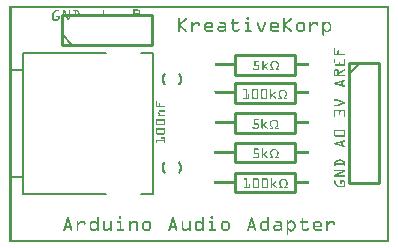
<source format=gto>
G04 MADE WITH FRITZING*
G04 WWW.FRITZING.ORG*
G04 DOUBLE SIDED*
G04 HOLES PLATED*
G04 CONTOUR ON CENTER OF CONTOUR VECTOR*
%ASAXBY*%
%FSLAX23Y23*%
%MOIN*%
%OFA0B0*%
%SFA1.0B1.0*%
%ADD10C,0.008000*%
%ADD11C,0.010000*%
%ADD12C,0.005000*%
%ADD13R,0.001000X0.001000*%
%LNSILK1*%
G90*
G70*
G54D10*
X477Y632D02*
X477Y160D01*
D02*
X44Y632D02*
X44Y573D01*
D02*
X44Y219D02*
X44Y160D01*
D02*
X5Y573D02*
X5Y514D01*
D02*
X5Y278D02*
X5Y219D01*
D02*
X5Y219D02*
X44Y219D01*
D02*
X5Y573D02*
X44Y573D01*
D02*
X44Y632D02*
X320Y632D01*
D02*
X477Y632D02*
X438Y632D01*
D02*
X44Y632D02*
X44Y160D01*
D02*
X44Y160D02*
X320Y160D01*
D02*
X477Y160D02*
X438Y160D01*
G54D11*
D02*
X752Y625D02*
X952Y625D01*
D02*
X952Y625D02*
X952Y559D01*
D02*
X952Y559D02*
X752Y559D01*
D02*
X752Y559D02*
X752Y625D01*
D02*
X751Y530D02*
X951Y530D01*
D02*
X951Y530D02*
X951Y464D01*
D02*
X951Y464D02*
X751Y464D01*
D02*
X751Y464D02*
X751Y530D01*
D02*
X751Y430D02*
X951Y430D01*
D02*
X951Y430D02*
X951Y364D01*
D02*
X951Y364D02*
X751Y364D01*
D02*
X751Y364D02*
X751Y430D01*
D02*
X751Y332D02*
X951Y332D01*
D02*
X951Y332D02*
X951Y266D01*
D02*
X951Y266D02*
X751Y266D01*
D02*
X751Y266D02*
X751Y332D01*
D02*
X751Y232D02*
X951Y232D01*
D02*
X951Y232D02*
X951Y166D01*
D02*
X951Y166D02*
X751Y166D01*
D02*
X751Y166D02*
X751Y232D01*
D02*
X174Y658D02*
X474Y658D01*
D02*
X474Y658D02*
X474Y758D01*
D02*
X474Y758D02*
X174Y758D01*
D02*
X174Y758D02*
X174Y658D01*
G54D12*
D02*
X209Y658D02*
X174Y693D01*
G54D11*
D02*
X1132Y597D02*
X1132Y197D01*
D02*
X1132Y197D02*
X1232Y197D01*
D02*
X1232Y197D02*
X1232Y597D01*
D02*
X1232Y597D02*
X1132Y597D01*
G54D12*
D02*
X1132Y562D02*
X1167Y597D01*
G54D13*
X0Y787D02*
X1264Y787D01*
X0Y786D02*
X1264Y786D01*
X0Y785D02*
X1264Y785D01*
X0Y784D02*
X1264Y784D01*
X0Y783D02*
X1264Y783D01*
X0Y782D02*
X1264Y782D01*
X0Y781D02*
X1264Y781D01*
X0Y780D02*
X1264Y780D01*
X0Y779D02*
X7Y779D01*
X1257Y779D02*
X1264Y779D01*
X0Y778D02*
X7Y778D01*
X1257Y778D02*
X1264Y778D01*
X0Y777D02*
X7Y777D01*
X1257Y777D02*
X1264Y777D01*
X0Y776D02*
X7Y776D01*
X412Y776D02*
X428Y776D01*
X1257Y776D02*
X1264Y776D01*
X0Y775D02*
X7Y775D01*
X154Y775D02*
X165Y775D01*
X178Y775D02*
X183Y775D01*
X198Y775D02*
X200Y775D01*
X213Y775D02*
X226Y775D01*
X312Y775D02*
X314Y775D01*
X412Y775D02*
X431Y775D01*
X1257Y775D02*
X1264Y775D01*
X0Y774D02*
X7Y774D01*
X152Y774D02*
X166Y774D01*
X178Y774D02*
X184Y774D01*
X197Y774D02*
X201Y774D01*
X213Y774D02*
X228Y774D01*
X311Y774D02*
X315Y774D01*
X412Y774D02*
X432Y774D01*
X1257Y774D02*
X1264Y774D01*
X0Y773D02*
X7Y773D01*
X151Y773D02*
X166Y773D01*
X178Y773D02*
X184Y773D01*
X197Y773D02*
X201Y773D01*
X213Y773D02*
X229Y773D01*
X311Y773D02*
X315Y773D01*
X412Y773D02*
X433Y773D01*
X1257Y773D02*
X1264Y773D01*
X0Y772D02*
X7Y772D01*
X151Y772D02*
X165Y772D01*
X178Y772D02*
X185Y772D01*
X197Y772D02*
X201Y772D01*
X213Y772D02*
X229Y772D01*
X311Y772D02*
X315Y772D01*
X412Y772D02*
X434Y772D01*
X1257Y772D02*
X1264Y772D01*
X0Y771D02*
X7Y771D01*
X150Y771D02*
X164Y771D01*
X178Y771D02*
X185Y771D01*
X197Y771D02*
X201Y771D01*
X214Y771D02*
X230Y771D01*
X311Y771D02*
X315Y771D01*
X412Y771D02*
X416Y771D01*
X429Y771D02*
X434Y771D01*
X1257Y771D02*
X1264Y771D01*
X0Y770D02*
X7Y770D01*
X149Y770D02*
X154Y770D01*
X178Y770D02*
X186Y770D01*
X197Y770D02*
X201Y770D01*
X217Y770D02*
X221Y770D01*
X226Y770D02*
X230Y770D01*
X311Y770D02*
X315Y770D01*
X412Y770D02*
X416Y770D01*
X430Y770D02*
X435Y770D01*
X1257Y770D02*
X1264Y770D01*
X0Y769D02*
X7Y769D01*
X148Y769D02*
X153Y769D01*
X178Y769D02*
X186Y769D01*
X197Y769D02*
X201Y769D01*
X217Y769D02*
X221Y769D01*
X226Y769D02*
X231Y769D01*
X311Y769D02*
X315Y769D01*
X412Y769D02*
X416Y769D01*
X431Y769D02*
X435Y769D01*
X1257Y769D02*
X1264Y769D01*
X0Y768D02*
X7Y768D01*
X147Y768D02*
X153Y768D01*
X178Y768D02*
X186Y768D01*
X197Y768D02*
X201Y768D01*
X217Y768D02*
X221Y768D01*
X227Y768D02*
X231Y768D01*
X311Y768D02*
X315Y768D01*
X412Y768D02*
X416Y768D01*
X431Y768D02*
X435Y768D01*
X1257Y768D02*
X1264Y768D01*
X0Y767D02*
X7Y767D01*
X147Y767D02*
X152Y767D01*
X178Y767D02*
X187Y767D01*
X197Y767D02*
X201Y767D01*
X217Y767D02*
X221Y767D01*
X227Y767D02*
X232Y767D01*
X311Y767D02*
X315Y767D01*
X412Y767D02*
X416Y767D01*
X431Y767D02*
X435Y767D01*
X1257Y767D02*
X1264Y767D01*
X0Y766D02*
X7Y766D01*
X146Y766D02*
X151Y766D01*
X178Y766D02*
X187Y766D01*
X197Y766D02*
X201Y766D01*
X217Y766D02*
X221Y766D01*
X228Y766D02*
X232Y766D01*
X311Y766D02*
X315Y766D01*
X412Y766D02*
X416Y766D01*
X431Y766D02*
X435Y766D01*
X1257Y766D02*
X1264Y766D01*
X0Y765D02*
X7Y765D01*
X145Y765D02*
X150Y765D01*
X178Y765D02*
X188Y765D01*
X197Y765D02*
X201Y765D01*
X217Y765D02*
X221Y765D01*
X228Y765D02*
X233Y765D01*
X311Y765D02*
X315Y765D01*
X412Y765D02*
X416Y765D01*
X431Y765D02*
X435Y765D01*
X1257Y765D02*
X1264Y765D01*
X0Y764D02*
X7Y764D01*
X144Y764D02*
X150Y764D01*
X178Y764D02*
X182Y764D01*
X184Y764D02*
X188Y764D01*
X197Y764D02*
X201Y764D01*
X217Y764D02*
X221Y764D01*
X229Y764D02*
X233Y764D01*
X311Y764D02*
X315Y764D01*
X412Y764D02*
X416Y764D01*
X430Y764D02*
X434Y764D01*
X1257Y764D02*
X1264Y764D01*
X0Y763D02*
X7Y763D01*
X144Y763D02*
X149Y763D01*
X178Y763D02*
X182Y763D01*
X184Y763D02*
X189Y763D01*
X197Y763D02*
X201Y763D01*
X217Y763D02*
X221Y763D01*
X229Y763D02*
X234Y763D01*
X311Y763D02*
X315Y763D01*
X412Y763D02*
X434Y763D01*
X1257Y763D02*
X1264Y763D01*
X0Y762D02*
X7Y762D01*
X143Y762D02*
X148Y762D01*
X178Y762D02*
X182Y762D01*
X185Y762D02*
X189Y762D01*
X197Y762D02*
X201Y762D01*
X217Y762D02*
X221Y762D01*
X230Y762D02*
X234Y762D01*
X311Y762D02*
X315Y762D01*
X412Y762D02*
X433Y762D01*
X1257Y762D02*
X1264Y762D01*
X0Y761D02*
X7Y761D01*
X143Y761D02*
X147Y761D01*
X178Y761D02*
X182Y761D01*
X185Y761D02*
X190Y761D01*
X197Y761D02*
X201Y761D01*
X217Y761D02*
X221Y761D01*
X230Y761D02*
X235Y761D01*
X311Y761D02*
X315Y761D01*
X412Y761D02*
X433Y761D01*
X1257Y761D02*
X1264Y761D01*
X0Y760D02*
X7Y760D01*
X143Y760D02*
X147Y760D01*
X178Y760D02*
X182Y760D01*
X186Y760D02*
X190Y760D01*
X197Y760D02*
X201Y760D01*
X217Y760D02*
X221Y760D01*
X231Y760D02*
X235Y760D01*
X311Y760D02*
X315Y760D01*
X412Y760D02*
X431Y760D01*
X1257Y760D02*
X1264Y760D01*
X0Y759D02*
X7Y759D01*
X143Y759D02*
X147Y759D01*
X178Y759D02*
X182Y759D01*
X186Y759D02*
X190Y759D01*
X197Y759D02*
X201Y759D01*
X217Y759D02*
X221Y759D01*
X231Y759D02*
X235Y759D01*
X311Y759D02*
X315Y759D01*
X412Y759D02*
X429Y759D01*
X1257Y759D02*
X1264Y759D01*
X0Y758D02*
X7Y758D01*
X143Y758D02*
X147Y758D01*
X178Y758D02*
X182Y758D01*
X186Y758D02*
X191Y758D01*
X197Y758D02*
X201Y758D01*
X217Y758D02*
X221Y758D01*
X232Y758D02*
X236Y758D01*
X311Y758D02*
X315Y758D01*
X412Y758D02*
X416Y758D01*
X420Y758D02*
X425Y758D01*
X1257Y758D02*
X1264Y758D01*
X0Y757D02*
X7Y757D01*
X143Y757D02*
X147Y757D01*
X178Y757D02*
X182Y757D01*
X187Y757D02*
X191Y757D01*
X197Y757D02*
X201Y757D01*
X217Y757D02*
X221Y757D01*
X232Y757D02*
X236Y757D01*
X311Y757D02*
X315Y757D01*
X412Y757D02*
X416Y757D01*
X421Y757D02*
X426Y757D01*
X1257Y757D02*
X1264Y757D01*
X0Y756D02*
X7Y756D01*
X143Y756D02*
X147Y756D01*
X178Y756D02*
X182Y756D01*
X187Y756D02*
X192Y756D01*
X197Y756D02*
X201Y756D01*
X217Y756D02*
X221Y756D01*
X232Y756D02*
X236Y756D01*
X311Y756D02*
X315Y756D01*
X412Y756D02*
X416Y756D01*
X422Y756D02*
X426Y756D01*
X1257Y756D02*
X1264Y756D01*
X0Y755D02*
X7Y755D01*
X143Y755D02*
X147Y755D01*
X156Y755D02*
X165Y755D01*
X178Y755D02*
X182Y755D01*
X188Y755D02*
X192Y755D01*
X197Y755D02*
X201Y755D01*
X217Y755D02*
X221Y755D01*
X232Y755D02*
X236Y755D01*
X311Y755D02*
X315Y755D01*
X412Y755D02*
X416Y755D01*
X422Y755D02*
X427Y755D01*
X1257Y755D02*
X1264Y755D01*
X0Y754D02*
X7Y754D01*
X143Y754D02*
X147Y754D01*
X155Y754D02*
X166Y754D01*
X178Y754D02*
X182Y754D01*
X188Y754D02*
X193Y754D01*
X197Y754D02*
X201Y754D01*
X217Y754D02*
X221Y754D01*
X231Y754D02*
X235Y754D01*
X311Y754D02*
X315Y754D01*
X412Y754D02*
X416Y754D01*
X423Y754D02*
X427Y754D01*
X1257Y754D02*
X1264Y754D01*
X0Y753D02*
X7Y753D01*
X143Y753D02*
X147Y753D01*
X155Y753D02*
X166Y753D01*
X178Y753D02*
X182Y753D01*
X189Y753D02*
X193Y753D01*
X197Y753D02*
X201Y753D01*
X217Y753D02*
X221Y753D01*
X231Y753D02*
X235Y753D01*
X311Y753D02*
X315Y753D01*
X412Y753D02*
X416Y753D01*
X423Y753D02*
X428Y753D01*
X1257Y753D02*
X1264Y753D01*
X0Y752D02*
X7Y752D01*
X143Y752D02*
X147Y752D01*
X155Y752D02*
X166Y752D01*
X178Y752D02*
X182Y752D01*
X189Y752D02*
X193Y752D01*
X197Y752D02*
X201Y752D01*
X217Y752D02*
X220Y752D01*
X230Y752D02*
X235Y752D01*
X311Y752D02*
X315Y752D01*
X412Y752D02*
X416Y752D01*
X426Y752D02*
X429Y752D01*
X1257Y752D02*
X1264Y752D01*
X0Y751D02*
X7Y751D01*
X143Y751D02*
X147Y751D01*
X155Y751D02*
X166Y751D01*
X178Y751D02*
X182Y751D01*
X190Y751D02*
X194Y751D01*
X197Y751D02*
X201Y751D01*
X233Y751D02*
X234Y751D01*
X311Y751D02*
X314Y751D01*
X412Y751D02*
X414Y751D01*
X1257Y751D02*
X1264Y751D01*
X0Y750D02*
X7Y750D01*
X143Y750D02*
X147Y750D01*
X162Y750D02*
X166Y750D01*
X178Y750D02*
X182Y750D01*
X190Y750D02*
X194Y750D01*
X197Y750D02*
X201Y750D01*
X1257Y750D02*
X1264Y750D01*
X0Y749D02*
X7Y749D01*
X143Y749D02*
X147Y749D01*
X162Y749D02*
X166Y749D01*
X178Y749D02*
X182Y749D01*
X190Y749D02*
X195Y749D01*
X197Y749D02*
X201Y749D01*
X791Y749D02*
X797Y749D01*
X1257Y749D02*
X1264Y749D01*
X0Y748D02*
X7Y748D01*
X143Y748D02*
X147Y748D01*
X162Y748D02*
X166Y748D01*
X178Y748D02*
X182Y748D01*
X191Y748D02*
X195Y748D01*
X197Y748D02*
X201Y748D01*
X790Y748D02*
X798Y748D01*
X1257Y748D02*
X1264Y748D01*
X0Y747D02*
X7Y747D01*
X143Y747D02*
X147Y747D01*
X162Y747D02*
X166Y747D01*
X178Y747D02*
X182Y747D01*
X191Y747D02*
X201Y747D01*
X563Y747D02*
X565Y747D01*
X587Y747D02*
X589Y747D01*
X790Y747D02*
X798Y747D01*
X914Y747D02*
X915Y747D01*
X938Y747D02*
X940Y747D01*
X1257Y747D02*
X1264Y747D01*
X0Y746D02*
X7Y746D01*
X143Y746D02*
X147Y746D01*
X162Y746D02*
X166Y746D01*
X178Y746D02*
X182Y746D01*
X192Y746D02*
X201Y746D01*
X562Y746D02*
X566Y746D01*
X586Y746D02*
X590Y746D01*
X790Y746D02*
X798Y746D01*
X913Y746D02*
X917Y746D01*
X936Y746D02*
X941Y746D01*
X1257Y746D02*
X1264Y746D01*
X0Y745D02*
X7Y745D01*
X143Y745D02*
X147Y745D01*
X162Y745D02*
X166Y745D01*
X178Y745D02*
X182Y745D01*
X192Y745D02*
X200Y745D01*
X562Y745D02*
X567Y745D01*
X585Y745D02*
X591Y745D01*
X790Y745D02*
X798Y745D01*
X912Y745D02*
X917Y745D01*
X935Y745D02*
X941Y745D01*
X1257Y745D02*
X1264Y745D01*
X0Y744D02*
X7Y744D01*
X143Y744D02*
X147Y744D01*
X161Y744D02*
X166Y744D01*
X178Y744D02*
X182Y744D01*
X193Y744D02*
X199Y744D01*
X562Y744D02*
X567Y744D01*
X584Y744D02*
X591Y744D01*
X744Y744D02*
X747Y744D01*
X790Y744D02*
X798Y744D01*
X912Y744D02*
X917Y744D01*
X934Y744D02*
X941Y744D01*
X1257Y744D02*
X1264Y744D01*
X0Y743D02*
X7Y743D01*
X143Y743D02*
X148Y743D01*
X160Y743D02*
X165Y743D01*
X178Y743D02*
X182Y743D01*
X193Y743D02*
X197Y743D01*
X562Y743D02*
X567Y743D01*
X583Y743D02*
X591Y743D01*
X743Y743D02*
X748Y743D01*
X790Y743D02*
X797Y743D01*
X912Y743D02*
X917Y743D01*
X933Y743D02*
X941Y743D01*
X1257Y743D02*
X1264Y743D01*
X0Y742D02*
X7Y742D01*
X143Y742D02*
X165Y742D01*
X178Y742D02*
X182Y742D01*
X193Y742D02*
X196Y742D01*
X562Y742D02*
X567Y742D01*
X581Y742D02*
X590Y742D01*
X743Y742D02*
X748Y742D01*
X791Y742D02*
X797Y742D01*
X912Y742D02*
X917Y742D01*
X932Y742D02*
X940Y742D01*
X1257Y742D02*
X1264Y742D01*
X0Y741D02*
X7Y741D01*
X144Y741D02*
X164Y741D01*
X178Y741D02*
X182Y741D01*
X194Y741D02*
X195Y741D01*
X562Y741D02*
X567Y741D01*
X580Y741D02*
X589Y741D01*
X743Y741D02*
X748Y741D01*
X912Y741D02*
X917Y741D01*
X930Y741D02*
X939Y741D01*
X1257Y741D02*
X1264Y741D01*
X0Y740D02*
X7Y740D01*
X145Y740D02*
X163Y740D01*
X178Y740D02*
X181Y740D01*
X194Y740D02*
X194Y740D01*
X562Y740D02*
X567Y740D01*
X579Y740D02*
X588Y740D01*
X743Y740D02*
X748Y740D01*
X912Y740D02*
X917Y740D01*
X929Y740D02*
X938Y740D01*
X1257Y740D02*
X1264Y740D01*
X0Y739D02*
X7Y739D01*
X146Y739D02*
X162Y739D01*
X178Y739D02*
X181Y739D01*
X562Y739D02*
X567Y739D01*
X578Y739D02*
X586Y739D01*
X743Y739D02*
X748Y739D01*
X912Y739D02*
X917Y739D01*
X928Y739D02*
X937Y739D01*
X1257Y739D02*
X1264Y739D01*
X0Y738D02*
X7Y738D01*
X149Y738D02*
X159Y738D01*
X562Y738D02*
X567Y738D01*
X577Y738D02*
X585Y738D01*
X743Y738D02*
X748Y738D01*
X912Y738D02*
X917Y738D01*
X927Y738D02*
X935Y738D01*
X1257Y738D02*
X1264Y738D01*
X0Y737D02*
X7Y737D01*
X562Y737D02*
X567Y737D01*
X576Y737D02*
X584Y737D01*
X743Y737D02*
X748Y737D01*
X912Y737D02*
X917Y737D01*
X926Y737D02*
X934Y737D01*
X1257Y737D02*
X1264Y737D01*
X0Y736D02*
X7Y736D01*
X562Y736D02*
X567Y736D01*
X574Y736D02*
X583Y736D01*
X743Y736D02*
X748Y736D01*
X912Y736D02*
X917Y736D01*
X925Y736D02*
X933Y736D01*
X1257Y736D02*
X1264Y736D01*
X0Y735D02*
X7Y735D01*
X562Y735D02*
X567Y735D01*
X573Y735D02*
X582Y735D01*
X743Y735D02*
X748Y735D01*
X912Y735D02*
X917Y735D01*
X923Y735D02*
X932Y735D01*
X1044Y735D02*
X1047Y735D01*
X1054Y735D02*
X1062Y735D01*
X1257Y735D02*
X1264Y735D01*
X0Y734D02*
X7Y734D01*
X562Y734D02*
X567Y734D01*
X572Y734D02*
X581Y734D01*
X607Y734D02*
X609Y734D01*
X619Y734D02*
X629Y734D01*
X657Y734D02*
X670Y734D01*
X701Y734D02*
X716Y734D01*
X738Y734D02*
X762Y734D01*
X785Y734D02*
X796Y734D01*
X826Y734D02*
X828Y734D01*
X850Y734D02*
X852Y734D01*
X876Y734D02*
X889Y734D01*
X912Y734D02*
X917Y734D01*
X922Y734D02*
X931Y734D01*
X964Y734D02*
X977Y734D01*
X1001Y734D02*
X1003Y734D01*
X1013Y734D02*
X1023Y734D01*
X1044Y734D02*
X1048Y734D01*
X1052Y734D02*
X1064Y734D01*
X1257Y734D02*
X1264Y734D01*
X0Y733D02*
X7Y733D01*
X562Y733D02*
X567Y733D01*
X571Y733D02*
X579Y733D01*
X606Y733D02*
X610Y733D01*
X618Y733D02*
X631Y733D01*
X656Y733D02*
X672Y733D01*
X700Y733D02*
X718Y733D01*
X737Y733D02*
X763Y733D01*
X784Y733D02*
X797Y733D01*
X825Y733D02*
X829Y733D01*
X849Y733D02*
X853Y733D01*
X874Y733D02*
X891Y733D01*
X912Y733D02*
X917Y733D01*
X921Y733D02*
X929Y733D01*
X962Y733D02*
X979Y733D01*
X1000Y733D02*
X1004Y733D01*
X1012Y733D02*
X1025Y733D01*
X1043Y733D02*
X1048Y733D01*
X1051Y733D02*
X1065Y733D01*
X1257Y733D02*
X1264Y733D01*
X0Y732D02*
X7Y732D01*
X562Y732D02*
X567Y732D01*
X570Y732D02*
X578Y732D01*
X606Y732D02*
X611Y732D01*
X617Y732D02*
X632Y732D01*
X654Y732D02*
X674Y732D01*
X699Y732D02*
X719Y732D01*
X737Y732D02*
X763Y732D01*
X784Y732D02*
X798Y732D01*
X825Y732D02*
X829Y732D01*
X849Y732D02*
X854Y732D01*
X873Y732D02*
X892Y732D01*
X912Y732D02*
X917Y732D01*
X920Y732D02*
X928Y732D01*
X961Y732D02*
X980Y732D01*
X1000Y732D02*
X1005Y732D01*
X1010Y732D02*
X1026Y732D01*
X1043Y732D02*
X1048Y732D01*
X1050Y732D02*
X1066Y732D01*
X1257Y732D02*
X1264Y732D01*
X0Y731D02*
X7Y731D01*
X562Y731D02*
X567Y731D01*
X569Y731D02*
X577Y731D01*
X606Y731D02*
X611Y731D01*
X615Y731D02*
X633Y731D01*
X653Y731D02*
X675Y731D01*
X699Y731D02*
X720Y731D01*
X737Y731D02*
X763Y731D01*
X784Y731D02*
X798Y731D01*
X824Y731D02*
X830Y731D01*
X848Y731D02*
X854Y731D01*
X872Y731D02*
X894Y731D01*
X912Y731D02*
X917Y731D01*
X919Y731D02*
X927Y731D01*
X960Y731D02*
X981Y731D01*
X1000Y731D02*
X1005Y731D01*
X1009Y731D02*
X1027Y731D01*
X1043Y731D02*
X1067Y731D01*
X1257Y731D02*
X1264Y731D01*
X0Y730D02*
X7Y730D01*
X562Y730D02*
X576Y730D01*
X606Y730D02*
X611Y730D01*
X614Y730D02*
X634Y730D01*
X652Y730D02*
X676Y730D01*
X700Y730D02*
X720Y730D01*
X737Y730D02*
X763Y730D01*
X784Y730D02*
X798Y730D01*
X824Y730D02*
X830Y730D01*
X848Y730D02*
X854Y730D01*
X871Y730D02*
X895Y730D01*
X912Y730D02*
X926Y730D01*
X958Y730D02*
X982Y730D01*
X1000Y730D02*
X1005Y730D01*
X1008Y730D02*
X1027Y730D01*
X1043Y730D02*
X1068Y730D01*
X1257Y730D02*
X1264Y730D01*
X0Y729D02*
X7Y729D01*
X562Y729D02*
X575Y729D01*
X606Y729D02*
X611Y729D01*
X613Y729D02*
X634Y729D01*
X651Y729D02*
X677Y729D01*
X701Y729D02*
X721Y729D01*
X738Y729D02*
X762Y729D01*
X785Y729D02*
X798Y729D01*
X824Y729D02*
X830Y729D01*
X848Y729D02*
X854Y729D01*
X870Y729D02*
X896Y729D01*
X912Y729D02*
X925Y729D01*
X958Y729D02*
X983Y729D01*
X1000Y729D02*
X1005Y729D01*
X1007Y729D02*
X1028Y729D01*
X1043Y729D02*
X1055Y729D01*
X1061Y729D02*
X1069Y729D01*
X1257Y729D02*
X1264Y729D01*
X0Y728D02*
X7Y728D01*
X562Y728D02*
X574Y728D01*
X606Y728D02*
X620Y728D01*
X628Y728D02*
X634Y728D01*
X651Y728D02*
X658Y728D01*
X670Y728D02*
X677Y728D01*
X715Y728D02*
X721Y728D01*
X743Y728D02*
X748Y728D01*
X793Y728D02*
X798Y728D01*
X824Y728D02*
X830Y728D01*
X848Y728D02*
X854Y728D01*
X869Y728D02*
X877Y728D01*
X889Y728D02*
X896Y728D01*
X912Y728D02*
X924Y728D01*
X957Y728D02*
X964Y728D01*
X976Y728D02*
X984Y728D01*
X1000Y728D02*
X1014Y728D01*
X1022Y728D02*
X1028Y728D01*
X1043Y728D02*
X1054Y728D01*
X1062Y728D02*
X1070Y728D01*
X1257Y728D02*
X1264Y728D01*
X0Y727D02*
X7Y727D01*
X562Y727D02*
X572Y727D01*
X606Y727D02*
X619Y727D01*
X629Y727D02*
X635Y727D01*
X650Y727D02*
X657Y727D01*
X671Y727D02*
X678Y727D01*
X716Y727D02*
X721Y727D01*
X743Y727D02*
X748Y727D01*
X793Y727D02*
X798Y727D01*
X824Y727D02*
X830Y727D01*
X848Y727D02*
X854Y727D01*
X869Y727D02*
X876Y727D01*
X890Y727D02*
X897Y727D01*
X912Y727D02*
X922Y727D01*
X957Y727D02*
X963Y727D01*
X978Y727D02*
X984Y727D01*
X1000Y727D02*
X1013Y727D01*
X1023Y727D02*
X1029Y727D01*
X1043Y727D02*
X1053Y727D01*
X1063Y727D02*
X1071Y727D01*
X1257Y727D02*
X1264Y727D01*
X0Y726D02*
X7Y726D01*
X562Y726D02*
X571Y726D01*
X606Y726D02*
X618Y726D01*
X630Y726D02*
X635Y726D01*
X650Y726D02*
X656Y726D01*
X672Y726D02*
X678Y726D01*
X716Y726D02*
X722Y726D01*
X743Y726D02*
X748Y726D01*
X793Y726D02*
X798Y726D01*
X825Y726D02*
X830Y726D01*
X848Y726D02*
X854Y726D01*
X869Y726D02*
X875Y726D01*
X891Y726D02*
X897Y726D01*
X912Y726D02*
X921Y726D01*
X956Y726D02*
X962Y726D01*
X979Y726D02*
X985Y726D01*
X1000Y726D02*
X1012Y726D01*
X1023Y726D02*
X1029Y726D01*
X1043Y726D02*
X1052Y726D01*
X1065Y726D02*
X1072Y726D01*
X1257Y726D02*
X1264Y726D01*
X0Y725D02*
X7Y725D01*
X562Y725D02*
X570Y725D01*
X606Y725D02*
X617Y725D01*
X630Y725D02*
X635Y725D01*
X650Y725D02*
X655Y725D01*
X673Y725D02*
X678Y725D01*
X716Y725D02*
X722Y725D01*
X743Y725D02*
X748Y725D01*
X793Y725D02*
X798Y725D01*
X825Y725D02*
X830Y725D01*
X848Y725D02*
X853Y725D01*
X868Y725D02*
X874Y725D01*
X892Y725D02*
X897Y725D01*
X912Y725D02*
X920Y725D01*
X956Y725D02*
X961Y725D01*
X979Y725D02*
X985Y725D01*
X1000Y725D02*
X1011Y725D01*
X1024Y725D02*
X1029Y725D01*
X1043Y725D02*
X1051Y725D01*
X1066Y725D02*
X1072Y725D01*
X1257Y725D02*
X1264Y725D01*
X0Y724D02*
X7Y724D01*
X562Y724D02*
X569Y724D01*
X606Y724D02*
X616Y724D01*
X630Y724D02*
X635Y724D01*
X649Y724D02*
X655Y724D01*
X673Y724D02*
X679Y724D01*
X716Y724D02*
X722Y724D01*
X743Y724D02*
X748Y724D01*
X793Y724D02*
X798Y724D01*
X825Y724D02*
X831Y724D01*
X847Y724D02*
X853Y724D01*
X868Y724D02*
X873Y724D01*
X892Y724D02*
X897Y724D01*
X912Y724D02*
X919Y724D01*
X956Y724D02*
X961Y724D01*
X980Y724D02*
X985Y724D01*
X1000Y724D02*
X1009Y724D01*
X1024Y724D02*
X1029Y724D01*
X1043Y724D02*
X1050Y724D01*
X1067Y724D02*
X1072Y724D01*
X1257Y724D02*
X1264Y724D01*
X0Y723D02*
X7Y723D01*
X562Y723D02*
X570Y723D01*
X606Y723D02*
X614Y723D01*
X630Y723D02*
X635Y723D01*
X649Y723D02*
X655Y723D01*
X673Y723D02*
X679Y723D01*
X716Y723D02*
X722Y723D01*
X743Y723D02*
X748Y723D01*
X793Y723D02*
X798Y723D01*
X826Y723D02*
X831Y723D01*
X847Y723D02*
X852Y723D01*
X868Y723D02*
X873Y723D01*
X892Y723D02*
X897Y723D01*
X912Y723D02*
X920Y723D01*
X956Y723D02*
X961Y723D01*
X980Y723D02*
X985Y723D01*
X1000Y723D02*
X1008Y723D01*
X1024Y723D02*
X1029Y723D01*
X1043Y723D02*
X1049Y723D01*
X1067Y723D02*
X1072Y723D01*
X1257Y723D02*
X1264Y723D01*
X0Y722D02*
X7Y722D01*
X562Y722D02*
X571Y722D01*
X606Y722D02*
X613Y722D01*
X630Y722D02*
X634Y722D01*
X649Y722D02*
X655Y722D01*
X673Y722D02*
X679Y722D01*
X717Y722D02*
X722Y722D01*
X743Y722D02*
X748Y722D01*
X793Y722D02*
X798Y722D01*
X826Y722D02*
X832Y722D01*
X846Y722D02*
X852Y722D01*
X868Y722D02*
X873Y722D01*
X892Y722D02*
X897Y722D01*
X912Y722D02*
X921Y722D01*
X956Y722D02*
X961Y722D01*
X980Y722D02*
X985Y722D01*
X1000Y722D02*
X1007Y722D01*
X1024Y722D02*
X1028Y722D01*
X1043Y722D02*
X1049Y722D01*
X1067Y722D02*
X1072Y722D01*
X1257Y722D02*
X1264Y722D01*
X0Y721D02*
X7Y721D01*
X562Y721D02*
X572Y721D01*
X606Y721D02*
X612Y721D01*
X632Y721D02*
X633Y721D01*
X649Y721D02*
X655Y721D01*
X673Y721D02*
X679Y721D01*
X699Y721D02*
X722Y721D01*
X743Y721D02*
X748Y721D01*
X793Y721D02*
X798Y721D01*
X827Y721D02*
X832Y721D01*
X846Y721D02*
X852Y721D01*
X868Y721D02*
X873Y721D01*
X892Y721D02*
X897Y721D01*
X912Y721D02*
X922Y721D01*
X956Y721D02*
X961Y721D01*
X980Y721D02*
X985Y721D01*
X1000Y721D02*
X1006Y721D01*
X1026Y721D02*
X1027Y721D01*
X1043Y721D02*
X1048Y721D01*
X1067Y721D02*
X1072Y721D01*
X1257Y721D02*
X1264Y721D01*
X0Y720D02*
X7Y720D01*
X562Y720D02*
X573Y720D01*
X606Y720D02*
X611Y720D01*
X649Y720D02*
X655Y720D01*
X673Y720D02*
X679Y720D01*
X697Y720D02*
X722Y720D01*
X743Y720D02*
X748Y720D01*
X793Y720D02*
X798Y720D01*
X827Y720D02*
X833Y720D01*
X845Y720D02*
X851Y720D01*
X868Y720D02*
X873Y720D01*
X892Y720D02*
X897Y720D01*
X912Y720D02*
X923Y720D01*
X956Y720D02*
X961Y720D01*
X980Y720D02*
X985Y720D01*
X1000Y720D02*
X1005Y720D01*
X1043Y720D02*
X1048Y720D01*
X1067Y720D02*
X1072Y720D01*
X1257Y720D02*
X1264Y720D01*
X0Y719D02*
X7Y719D01*
X562Y719D02*
X574Y719D01*
X606Y719D02*
X611Y719D01*
X649Y719D02*
X679Y719D01*
X696Y719D02*
X722Y719D01*
X743Y719D02*
X748Y719D01*
X793Y719D02*
X798Y719D01*
X827Y719D02*
X833Y719D01*
X845Y719D02*
X851Y719D01*
X868Y719D02*
X897Y719D01*
X912Y719D02*
X924Y719D01*
X956Y719D02*
X961Y719D01*
X980Y719D02*
X985Y719D01*
X1000Y719D02*
X1005Y719D01*
X1043Y719D02*
X1048Y719D01*
X1067Y719D02*
X1072Y719D01*
X1257Y719D02*
X1264Y719D01*
X0Y718D02*
X7Y718D01*
X562Y718D02*
X575Y718D01*
X606Y718D02*
X611Y718D01*
X649Y718D02*
X679Y718D01*
X695Y718D02*
X722Y718D01*
X743Y718D02*
X748Y718D01*
X793Y718D02*
X798Y718D01*
X828Y718D02*
X833Y718D01*
X845Y718D02*
X850Y718D01*
X868Y718D02*
X897Y718D01*
X912Y718D02*
X926Y718D01*
X956Y718D02*
X961Y718D01*
X980Y718D02*
X985Y718D01*
X1000Y718D02*
X1005Y718D01*
X1043Y718D02*
X1048Y718D01*
X1067Y718D02*
X1072Y718D01*
X1257Y718D02*
X1264Y718D01*
X0Y717D02*
X7Y717D01*
X562Y717D02*
X577Y717D01*
X606Y717D02*
X611Y717D01*
X649Y717D02*
X679Y717D01*
X694Y717D02*
X722Y717D01*
X743Y717D02*
X748Y717D01*
X793Y717D02*
X798Y717D01*
X828Y717D02*
X834Y717D01*
X844Y717D02*
X850Y717D01*
X868Y717D02*
X897Y717D01*
X912Y717D02*
X927Y717D01*
X956Y717D02*
X961Y717D01*
X980Y717D02*
X985Y717D01*
X1000Y717D02*
X1005Y717D01*
X1043Y717D02*
X1048Y717D01*
X1067Y717D02*
X1072Y717D01*
X1257Y717D02*
X1264Y717D01*
X0Y716D02*
X7Y716D01*
X562Y716D02*
X567Y716D01*
X569Y716D02*
X578Y716D01*
X606Y716D02*
X611Y716D01*
X649Y716D02*
X679Y716D01*
X694Y716D02*
X722Y716D01*
X743Y716D02*
X748Y716D01*
X793Y716D02*
X798Y716D01*
X829Y716D02*
X834Y716D01*
X844Y716D02*
X849Y716D01*
X868Y716D02*
X897Y716D01*
X912Y716D02*
X917Y716D01*
X919Y716D02*
X928Y716D01*
X956Y716D02*
X961Y716D01*
X980Y716D02*
X985Y716D01*
X1000Y716D02*
X1005Y716D01*
X1043Y716D02*
X1048Y716D01*
X1067Y716D02*
X1072Y716D01*
X1257Y716D02*
X1264Y716D01*
X0Y715D02*
X7Y715D01*
X562Y715D02*
X567Y715D01*
X570Y715D02*
X579Y715D01*
X606Y715D02*
X611Y715D01*
X649Y715D02*
X678Y715D01*
X693Y715D02*
X700Y715D01*
X716Y715D02*
X722Y715D01*
X743Y715D02*
X748Y715D01*
X793Y715D02*
X798Y715D01*
X829Y715D02*
X835Y715D01*
X843Y715D02*
X849Y715D01*
X868Y715D02*
X897Y715D01*
X912Y715D02*
X917Y715D01*
X921Y715D02*
X929Y715D01*
X956Y715D02*
X961Y715D01*
X980Y715D02*
X985Y715D01*
X1000Y715D02*
X1005Y715D01*
X1043Y715D02*
X1048Y715D01*
X1067Y715D02*
X1072Y715D01*
X1257Y715D02*
X1264Y715D01*
X0Y714D02*
X7Y714D01*
X562Y714D02*
X567Y714D01*
X572Y714D02*
X580Y714D01*
X606Y714D02*
X611Y714D01*
X649Y714D02*
X678Y714D01*
X693Y714D02*
X699Y714D01*
X716Y714D02*
X722Y714D01*
X743Y714D02*
X748Y714D01*
X793Y714D02*
X798Y714D01*
X830Y714D02*
X835Y714D01*
X843Y714D02*
X848Y714D01*
X868Y714D02*
X896Y714D01*
X912Y714D02*
X917Y714D01*
X922Y714D02*
X930Y714D01*
X956Y714D02*
X961Y714D01*
X980Y714D02*
X985Y714D01*
X1000Y714D02*
X1005Y714D01*
X1043Y714D02*
X1048Y714D01*
X1067Y714D02*
X1072Y714D01*
X1257Y714D02*
X1264Y714D01*
X0Y713D02*
X7Y713D01*
X562Y713D02*
X567Y713D01*
X573Y713D02*
X581Y713D01*
X606Y713D02*
X611Y713D01*
X649Y713D02*
X655Y713D01*
X693Y713D02*
X698Y713D01*
X717Y713D02*
X722Y713D01*
X743Y713D02*
X748Y713D01*
X793Y713D02*
X798Y713D01*
X830Y713D02*
X836Y713D01*
X842Y713D02*
X848Y713D01*
X868Y713D02*
X874Y713D01*
X912Y713D02*
X917Y713D01*
X923Y713D02*
X931Y713D01*
X956Y713D02*
X961Y713D01*
X980Y713D02*
X985Y713D01*
X1000Y713D02*
X1005Y713D01*
X1043Y713D02*
X1049Y713D01*
X1067Y713D02*
X1072Y713D01*
X1257Y713D02*
X1264Y713D01*
X0Y712D02*
X7Y712D01*
X562Y712D02*
X567Y712D01*
X574Y712D02*
X582Y712D01*
X606Y712D02*
X611Y712D01*
X649Y712D02*
X655Y712D01*
X693Y712D02*
X698Y712D01*
X717Y712D02*
X722Y712D01*
X743Y712D02*
X748Y712D01*
X793Y712D02*
X798Y712D01*
X830Y712D02*
X836Y712D01*
X842Y712D02*
X848Y712D01*
X868Y712D02*
X873Y712D01*
X912Y712D02*
X917Y712D01*
X924Y712D02*
X933Y712D01*
X956Y712D02*
X961Y712D01*
X980Y712D02*
X985Y712D01*
X1000Y712D02*
X1005Y712D01*
X1043Y712D02*
X1049Y712D01*
X1067Y712D02*
X1072Y712D01*
X1257Y712D02*
X1264Y712D01*
X0Y711D02*
X7Y711D01*
X562Y711D02*
X567Y711D01*
X575Y711D02*
X584Y711D01*
X606Y711D02*
X611Y711D01*
X649Y711D02*
X655Y711D01*
X693Y711D02*
X698Y711D01*
X717Y711D02*
X722Y711D01*
X743Y711D02*
X748Y711D01*
X763Y711D02*
X765Y711D01*
X793Y711D02*
X798Y711D01*
X831Y711D02*
X837Y711D01*
X841Y711D02*
X847Y711D01*
X868Y711D02*
X873Y711D01*
X912Y711D02*
X917Y711D01*
X925Y711D02*
X934Y711D01*
X956Y711D02*
X961Y711D01*
X980Y711D02*
X985Y711D01*
X1000Y711D02*
X1005Y711D01*
X1043Y711D02*
X1049Y711D01*
X1067Y711D02*
X1072Y711D01*
X1257Y711D02*
X1264Y711D01*
X0Y710D02*
X7Y710D01*
X562Y710D02*
X567Y710D01*
X576Y710D02*
X585Y710D01*
X606Y710D02*
X611Y710D01*
X650Y710D02*
X655Y710D01*
X693Y710D02*
X698Y710D01*
X717Y710D02*
X722Y710D01*
X743Y710D02*
X748Y710D01*
X762Y710D02*
X766Y710D01*
X793Y710D02*
X798Y710D01*
X831Y710D02*
X837Y710D01*
X841Y710D02*
X847Y710D01*
X868Y710D02*
X874Y710D01*
X912Y710D02*
X917Y710D01*
X926Y710D02*
X935Y710D01*
X956Y710D02*
X961Y710D01*
X979Y710D02*
X985Y710D01*
X1000Y710D02*
X1005Y710D01*
X1043Y710D02*
X1051Y710D01*
X1066Y710D02*
X1072Y710D01*
X1257Y710D02*
X1264Y710D01*
X0Y709D02*
X7Y709D01*
X562Y709D02*
X567Y709D01*
X578Y709D02*
X586Y709D01*
X606Y709D02*
X611Y709D01*
X650Y709D02*
X655Y709D01*
X693Y709D02*
X698Y709D01*
X715Y709D02*
X722Y709D01*
X743Y709D02*
X748Y709D01*
X761Y709D02*
X766Y709D01*
X793Y709D02*
X798Y709D01*
X832Y709D02*
X837Y709D01*
X841Y709D02*
X846Y709D01*
X868Y709D02*
X874Y709D01*
X912Y709D02*
X917Y709D01*
X928Y709D02*
X936Y709D01*
X956Y709D02*
X962Y709D01*
X979Y709D02*
X985Y709D01*
X1000Y709D02*
X1005Y709D01*
X1043Y709D02*
X1052Y709D01*
X1065Y709D02*
X1072Y709D01*
X1257Y709D02*
X1264Y709D01*
X0Y708D02*
X7Y708D01*
X562Y708D02*
X567Y708D01*
X579Y708D02*
X587Y708D01*
X606Y708D02*
X611Y708D01*
X650Y708D02*
X657Y708D01*
X693Y708D02*
X699Y708D01*
X713Y708D02*
X722Y708D01*
X743Y708D02*
X748Y708D01*
X760Y708D02*
X766Y708D01*
X793Y708D02*
X798Y708D01*
X832Y708D02*
X838Y708D01*
X840Y708D02*
X846Y708D01*
X869Y708D02*
X875Y708D01*
X912Y708D02*
X917Y708D01*
X929Y708D02*
X937Y708D01*
X956Y708D02*
X963Y708D01*
X978Y708D02*
X984Y708D01*
X1000Y708D02*
X1005Y708D01*
X1043Y708D02*
X1053Y708D01*
X1064Y708D02*
X1071Y708D01*
X1257Y708D02*
X1264Y708D01*
X0Y707D02*
X7Y707D01*
X562Y707D02*
X567Y707D01*
X580Y707D02*
X588Y707D01*
X606Y707D02*
X611Y707D01*
X650Y707D02*
X658Y707D01*
X693Y707D02*
X699Y707D01*
X712Y707D02*
X722Y707D01*
X743Y707D02*
X749Y707D01*
X760Y707D02*
X766Y707D01*
X793Y707D02*
X798Y707D01*
X833Y707D02*
X845Y707D01*
X869Y707D02*
X877Y707D01*
X912Y707D02*
X917Y707D01*
X930Y707D02*
X938Y707D01*
X957Y707D02*
X964Y707D01*
X976Y707D02*
X984Y707D01*
X1000Y707D02*
X1005Y707D01*
X1043Y707D02*
X1054Y707D01*
X1062Y707D02*
X1071Y707D01*
X1257Y707D02*
X1264Y707D01*
X0Y706D02*
X7Y706D01*
X562Y706D02*
X567Y706D01*
X581Y706D02*
X589Y706D01*
X606Y706D02*
X611Y706D01*
X651Y706D02*
X677Y706D01*
X694Y706D02*
X722Y706D01*
X744Y706D02*
X765Y706D01*
X786Y706D02*
X805Y706D01*
X833Y706D02*
X845Y706D01*
X870Y706D02*
X896Y706D01*
X912Y706D02*
X917Y706D01*
X931Y706D02*
X940Y706D01*
X957Y706D02*
X983Y706D01*
X1000Y706D02*
X1005Y706D01*
X1043Y706D02*
X1055Y706D01*
X1061Y706D02*
X1070Y706D01*
X1257Y706D02*
X1264Y706D01*
X0Y705D02*
X7Y705D01*
X562Y705D02*
X567Y705D01*
X582Y705D02*
X590Y705D01*
X606Y705D02*
X611Y705D01*
X652Y705D02*
X678Y705D01*
X694Y705D02*
X722Y705D01*
X744Y705D02*
X765Y705D01*
X784Y705D02*
X806Y705D01*
X834Y705D02*
X845Y705D01*
X871Y705D02*
X897Y705D01*
X912Y705D02*
X917Y705D01*
X932Y705D02*
X941Y705D01*
X958Y705D02*
X982Y705D01*
X1000Y705D02*
X1005Y705D01*
X1043Y705D02*
X1069Y705D01*
X1257Y705D02*
X1264Y705D01*
X0Y704D02*
X7Y704D01*
X562Y704D02*
X567Y704D01*
X583Y704D02*
X591Y704D01*
X606Y704D02*
X611Y704D01*
X653Y704D02*
X678Y704D01*
X695Y704D02*
X722Y704D01*
X745Y704D02*
X764Y704D01*
X784Y704D02*
X807Y704D01*
X834Y704D02*
X844Y704D01*
X872Y704D02*
X897Y704D01*
X912Y704D02*
X917Y704D01*
X933Y704D02*
X941Y704D01*
X959Y704D02*
X981Y704D01*
X1000Y704D02*
X1005Y704D01*
X1043Y704D02*
X1067Y704D01*
X1257Y704D02*
X1264Y704D01*
X0Y703D02*
X7Y703D01*
X562Y703D02*
X567Y703D01*
X585Y703D02*
X591Y703D01*
X606Y703D02*
X611Y703D01*
X654Y703D02*
X679Y703D01*
X696Y703D02*
X722Y703D01*
X746Y703D02*
X763Y703D01*
X784Y703D02*
X807Y703D01*
X834Y703D02*
X844Y703D01*
X873Y703D02*
X897Y703D01*
X912Y703D02*
X917Y703D01*
X935Y703D02*
X941Y703D01*
X960Y703D02*
X980Y703D01*
X1000Y703D02*
X1005Y703D01*
X1043Y703D02*
X1066Y703D01*
X1257Y703D02*
X1264Y703D01*
X0Y702D02*
X7Y702D01*
X562Y702D02*
X567Y702D01*
X586Y702D02*
X591Y702D01*
X606Y702D02*
X610Y702D01*
X655Y702D02*
X678Y702D01*
X697Y702D02*
X714Y702D01*
X718Y702D02*
X722Y702D01*
X747Y702D02*
X762Y702D01*
X784Y702D02*
X806Y702D01*
X835Y702D02*
X843Y702D01*
X874Y702D02*
X897Y702D01*
X912Y702D02*
X917Y702D01*
X936Y702D02*
X941Y702D01*
X962Y702D02*
X979Y702D01*
X1000Y702D02*
X1004Y702D01*
X1043Y702D02*
X1048Y702D01*
X1051Y702D02*
X1065Y702D01*
X1257Y702D02*
X1264Y702D01*
X0Y701D02*
X7Y701D01*
X563Y701D02*
X566Y701D01*
X587Y701D02*
X590Y701D01*
X607Y701D02*
X610Y701D01*
X657Y701D02*
X677Y701D01*
X699Y701D02*
X712Y701D01*
X718Y701D02*
X721Y701D01*
X748Y701D02*
X761Y701D01*
X785Y701D02*
X806Y701D01*
X836Y701D02*
X842Y701D01*
X876Y701D02*
X896Y701D01*
X913Y701D02*
X916Y701D01*
X937Y701D02*
X940Y701D01*
X963Y701D02*
X977Y701D01*
X1001Y701D02*
X1004Y701D01*
X1043Y701D02*
X1048Y701D01*
X1052Y701D02*
X1064Y701D01*
X1257Y701D02*
X1264Y701D01*
X0Y700D02*
X7Y700D01*
X1043Y700D02*
X1048Y700D01*
X1054Y700D02*
X1062Y700D01*
X1257Y700D02*
X1264Y700D01*
X0Y699D02*
X7Y699D01*
X1043Y699D02*
X1048Y699D01*
X1057Y699D02*
X1059Y699D01*
X1257Y699D02*
X1264Y699D01*
X0Y698D02*
X7Y698D01*
X1043Y698D02*
X1048Y698D01*
X1257Y698D02*
X1264Y698D01*
X0Y697D02*
X7Y697D01*
X1043Y697D02*
X1048Y697D01*
X1257Y697D02*
X1264Y697D01*
X0Y696D02*
X7Y696D01*
X1043Y696D02*
X1048Y696D01*
X1257Y696D02*
X1264Y696D01*
X0Y695D02*
X7Y695D01*
X1043Y695D02*
X1048Y695D01*
X1257Y695D02*
X1264Y695D01*
X0Y694D02*
X7Y694D01*
X1043Y694D02*
X1048Y694D01*
X1257Y694D02*
X1264Y694D01*
X0Y693D02*
X7Y693D01*
X1043Y693D02*
X1048Y693D01*
X1257Y693D02*
X1264Y693D01*
X0Y692D02*
X7Y692D01*
X1043Y692D02*
X1048Y692D01*
X1257Y692D02*
X1264Y692D01*
X0Y691D02*
X7Y691D01*
X1043Y691D02*
X1048Y691D01*
X1257Y691D02*
X1264Y691D01*
X0Y690D02*
X7Y690D01*
X1043Y690D02*
X1048Y690D01*
X1257Y690D02*
X1264Y690D01*
X0Y689D02*
X7Y689D01*
X1044Y689D02*
X1048Y689D01*
X1257Y689D02*
X1264Y689D01*
X0Y688D02*
X7Y688D01*
X1045Y688D02*
X1047Y688D01*
X1257Y688D02*
X1264Y688D01*
X0Y687D02*
X7Y687D01*
X1257Y687D02*
X1264Y687D01*
X0Y686D02*
X7Y686D01*
X1257Y686D02*
X1264Y686D01*
X0Y685D02*
X7Y685D01*
X1257Y685D02*
X1264Y685D01*
X0Y684D02*
X7Y684D01*
X1257Y684D02*
X1264Y684D01*
X0Y683D02*
X7Y683D01*
X1257Y683D02*
X1264Y683D01*
X0Y682D02*
X7Y682D01*
X1257Y682D02*
X1264Y682D01*
X0Y681D02*
X7Y681D01*
X1257Y681D02*
X1264Y681D01*
X0Y680D02*
X7Y680D01*
X1257Y680D02*
X1264Y680D01*
X0Y679D02*
X7Y679D01*
X1257Y679D02*
X1264Y679D01*
X0Y678D02*
X7Y678D01*
X1257Y678D02*
X1264Y678D01*
X0Y677D02*
X7Y677D01*
X1257Y677D02*
X1264Y677D01*
X0Y676D02*
X7Y676D01*
X1257Y676D02*
X1264Y676D01*
X0Y675D02*
X7Y675D01*
X1257Y675D02*
X1264Y675D01*
X0Y674D02*
X7Y674D01*
X1257Y674D02*
X1264Y674D01*
X0Y673D02*
X7Y673D01*
X1257Y673D02*
X1264Y673D01*
X0Y672D02*
X7Y672D01*
X1257Y672D02*
X1264Y672D01*
X0Y671D02*
X7Y671D01*
X1257Y671D02*
X1264Y671D01*
X0Y670D02*
X7Y670D01*
X1257Y670D02*
X1264Y670D01*
X0Y669D02*
X7Y669D01*
X1257Y669D02*
X1264Y669D01*
X0Y668D02*
X7Y668D01*
X1257Y668D02*
X1264Y668D01*
X0Y667D02*
X7Y667D01*
X1257Y667D02*
X1264Y667D01*
X0Y666D02*
X7Y666D01*
X1257Y666D02*
X1264Y666D01*
X0Y665D02*
X7Y665D01*
X1257Y665D02*
X1264Y665D01*
X0Y664D02*
X7Y664D01*
X1257Y664D02*
X1264Y664D01*
X0Y663D02*
X7Y663D01*
X1257Y663D02*
X1264Y663D01*
X0Y662D02*
X7Y662D01*
X1257Y662D02*
X1264Y662D01*
X0Y661D02*
X7Y661D01*
X1257Y661D02*
X1264Y661D01*
X0Y660D02*
X7Y660D01*
X1257Y660D02*
X1264Y660D01*
X0Y659D02*
X7Y659D01*
X1257Y659D02*
X1264Y659D01*
X0Y658D02*
X7Y658D01*
X1257Y658D02*
X1264Y658D01*
X0Y657D02*
X7Y657D01*
X1257Y657D02*
X1264Y657D01*
X0Y656D02*
X7Y656D01*
X1257Y656D02*
X1264Y656D01*
X0Y655D02*
X7Y655D01*
X1257Y655D02*
X1264Y655D01*
X0Y654D02*
X7Y654D01*
X1257Y654D02*
X1264Y654D01*
X0Y653D02*
X7Y653D01*
X1257Y653D02*
X1264Y653D01*
X0Y652D02*
X7Y652D01*
X1257Y652D02*
X1264Y652D01*
X0Y651D02*
X7Y651D01*
X1257Y651D02*
X1264Y651D01*
X0Y650D02*
X7Y650D01*
X1257Y650D02*
X1264Y650D01*
X0Y649D02*
X7Y649D01*
X1257Y649D02*
X1264Y649D01*
X0Y648D02*
X7Y648D01*
X1257Y648D02*
X1264Y648D01*
X0Y647D02*
X7Y647D01*
X1257Y647D02*
X1264Y647D01*
X0Y646D02*
X7Y646D01*
X1082Y646D02*
X1084Y646D01*
X1257Y646D02*
X1264Y646D01*
X0Y645D02*
X7Y645D01*
X1081Y645D02*
X1085Y645D01*
X1257Y645D02*
X1264Y645D01*
X0Y644D02*
X7Y644D01*
X1081Y644D02*
X1085Y644D01*
X1257Y644D02*
X1264Y644D01*
X0Y643D02*
X7Y643D01*
X1081Y643D02*
X1085Y643D01*
X1257Y643D02*
X1264Y643D01*
X0Y642D02*
X7Y642D01*
X1081Y642D02*
X1085Y642D01*
X1257Y642D02*
X1264Y642D01*
X0Y641D02*
X7Y641D01*
X1081Y641D02*
X1085Y641D01*
X1094Y641D02*
X1097Y641D01*
X1257Y641D02*
X1264Y641D01*
X0Y640D02*
X7Y640D01*
X1081Y640D02*
X1085Y640D01*
X1094Y640D02*
X1097Y640D01*
X1257Y640D02*
X1264Y640D01*
X0Y639D02*
X7Y639D01*
X1081Y639D02*
X1085Y639D01*
X1094Y639D02*
X1097Y639D01*
X1257Y639D02*
X1264Y639D01*
X0Y638D02*
X7Y638D01*
X1081Y638D02*
X1085Y638D01*
X1093Y638D02*
X1097Y638D01*
X1257Y638D02*
X1264Y638D01*
X0Y637D02*
X7Y637D01*
X1081Y637D02*
X1085Y637D01*
X1093Y637D02*
X1097Y637D01*
X1257Y637D02*
X1264Y637D01*
X0Y636D02*
X7Y636D01*
X1081Y636D02*
X1085Y636D01*
X1093Y636D02*
X1097Y636D01*
X1257Y636D02*
X1264Y636D01*
X0Y635D02*
X7Y635D01*
X1081Y635D02*
X1085Y635D01*
X1093Y635D02*
X1097Y635D01*
X1257Y635D02*
X1264Y635D01*
X0Y634D02*
X7Y634D01*
X1081Y634D02*
X1085Y634D01*
X1093Y634D02*
X1097Y634D01*
X1257Y634D02*
X1264Y634D01*
X0Y633D02*
X7Y633D01*
X1081Y633D02*
X1085Y633D01*
X1093Y633D02*
X1097Y633D01*
X1257Y633D02*
X1264Y633D01*
X0Y632D02*
X7Y632D01*
X1081Y632D02*
X1085Y632D01*
X1093Y632D02*
X1097Y632D01*
X1257Y632D02*
X1264Y632D01*
X0Y631D02*
X7Y631D01*
X1081Y631D02*
X1085Y631D01*
X1093Y631D02*
X1097Y631D01*
X1257Y631D02*
X1264Y631D01*
X0Y630D02*
X7Y630D01*
X1081Y630D02*
X1085Y630D01*
X1093Y630D02*
X1097Y630D01*
X1257Y630D02*
X1264Y630D01*
X0Y629D02*
X7Y629D01*
X1081Y629D02*
X1085Y629D01*
X1093Y629D02*
X1097Y629D01*
X1257Y629D02*
X1264Y629D01*
X0Y628D02*
X7Y628D01*
X1081Y628D02*
X1085Y628D01*
X1093Y628D02*
X1097Y628D01*
X1257Y628D02*
X1264Y628D01*
X0Y627D02*
X7Y627D01*
X1081Y627D02*
X1116Y627D01*
X1257Y627D02*
X1264Y627D01*
X0Y626D02*
X7Y626D01*
X1081Y626D02*
X1118Y626D01*
X1257Y626D02*
X1264Y626D01*
X0Y625D02*
X7Y625D01*
X1081Y625D02*
X1118Y625D01*
X1257Y625D02*
X1264Y625D01*
X0Y624D02*
X7Y624D01*
X1081Y624D02*
X1118Y624D01*
X1257Y624D02*
X1264Y624D01*
X0Y623D02*
X7Y623D01*
X1081Y623D02*
X1117Y623D01*
X1257Y623D02*
X1264Y623D01*
X0Y622D02*
X7Y622D01*
X1257Y622D02*
X1264Y622D01*
X0Y621D02*
X7Y621D01*
X1257Y621D02*
X1264Y621D01*
X0Y620D02*
X7Y620D01*
X1257Y620D02*
X1264Y620D01*
X0Y619D02*
X7Y619D01*
X1257Y619D02*
X1264Y619D01*
X0Y618D02*
X7Y618D01*
X1257Y618D02*
X1264Y618D01*
X0Y617D02*
X7Y617D01*
X1257Y617D02*
X1264Y617D01*
X0Y616D02*
X7Y616D01*
X1257Y616D02*
X1264Y616D01*
X0Y615D02*
X7Y615D01*
X1257Y615D02*
X1264Y615D01*
X0Y614D02*
X7Y614D01*
X1257Y614D02*
X1264Y614D01*
X0Y613D02*
X7Y613D01*
X1257Y613D02*
X1264Y613D01*
X0Y612D02*
X7Y612D01*
X1257Y612D02*
X1264Y612D01*
X0Y611D02*
X7Y611D01*
X1082Y611D02*
X1084Y611D01*
X1115Y611D02*
X1117Y611D01*
X1257Y611D02*
X1264Y611D01*
X0Y610D02*
X7Y610D01*
X1081Y610D02*
X1085Y610D01*
X1114Y610D02*
X1118Y610D01*
X1257Y610D02*
X1264Y610D01*
X0Y609D02*
X7Y609D01*
X1081Y609D02*
X1085Y609D01*
X1114Y609D02*
X1118Y609D01*
X1257Y609D02*
X1264Y609D01*
X0Y608D02*
X7Y608D01*
X1081Y608D02*
X1085Y608D01*
X1114Y608D02*
X1118Y608D01*
X1257Y608D02*
X1264Y608D01*
X0Y607D02*
X7Y607D01*
X1081Y607D02*
X1085Y607D01*
X1114Y607D02*
X1118Y607D01*
X1257Y607D02*
X1264Y607D01*
X0Y606D02*
X7Y606D01*
X1081Y606D02*
X1085Y606D01*
X1114Y606D02*
X1118Y606D01*
X1257Y606D02*
X1264Y606D01*
X0Y605D02*
X7Y605D01*
X816Y605D02*
X831Y605D01*
X843Y605D02*
X845Y605D01*
X1082Y605D02*
X1085Y605D01*
X1114Y605D02*
X1118Y605D01*
X1257Y605D02*
X1264Y605D01*
X0Y604D02*
X7Y604D01*
X816Y604D02*
X832Y604D01*
X842Y604D02*
X845Y604D01*
X882Y604D02*
X886Y604D01*
X1082Y604D02*
X1085Y604D01*
X1114Y604D02*
X1118Y604D01*
X1257Y604D02*
X1264Y604D01*
X0Y603D02*
X7Y603D01*
X816Y603D02*
X832Y603D01*
X842Y603D02*
X846Y603D01*
X878Y603D02*
X889Y603D01*
X1082Y603D02*
X1085Y603D01*
X1114Y603D02*
X1118Y603D01*
X1257Y603D02*
X1264Y603D01*
X0Y602D02*
X7Y602D01*
X816Y602D02*
X831Y602D01*
X842Y602D02*
X846Y602D01*
X876Y602D02*
X891Y602D01*
X1083Y602D02*
X1085Y602D01*
X1114Y602D02*
X1118Y602D01*
X1257Y602D02*
X1264Y602D01*
X0Y601D02*
X7Y601D01*
X816Y601D02*
X820Y601D01*
X842Y601D02*
X846Y601D01*
X875Y601D02*
X882Y601D01*
X885Y601D02*
X893Y601D01*
X1083Y601D02*
X1085Y601D01*
X1098Y601D02*
X1101Y601D01*
X1114Y601D02*
X1118Y601D01*
X1257Y601D02*
X1264Y601D01*
X0Y600D02*
X7Y600D01*
X816Y600D02*
X820Y600D01*
X842Y600D02*
X846Y600D01*
X874Y600D02*
X879Y600D01*
X889Y600D02*
X894Y600D01*
X1083Y600D02*
X1085Y600D01*
X1098Y600D02*
X1101Y600D01*
X1114Y600D02*
X1118Y600D01*
X1257Y600D02*
X1264Y600D01*
X0Y599D02*
X7Y599D01*
X816Y599D02*
X820Y599D01*
X842Y599D02*
X846Y599D01*
X873Y599D02*
X877Y599D01*
X890Y599D02*
X894Y599D01*
X1083Y599D02*
X1085Y599D01*
X1098Y599D02*
X1101Y599D01*
X1114Y599D02*
X1118Y599D01*
X1257Y599D02*
X1264Y599D01*
X0Y598D02*
X7Y598D01*
X816Y598D02*
X820Y598D01*
X842Y598D02*
X846Y598D01*
X872Y598D02*
X876Y598D01*
X891Y598D02*
X895Y598D01*
X1084Y598D02*
X1085Y598D01*
X1098Y598D02*
X1101Y598D01*
X1114Y598D02*
X1118Y598D01*
X1257Y598D02*
X1264Y598D01*
X0Y597D02*
X7Y597D01*
X816Y597D02*
X820Y597D01*
X842Y597D02*
X846Y597D01*
X872Y597D02*
X876Y597D01*
X892Y597D02*
X896Y597D01*
X1084Y597D02*
X1085Y597D01*
X1098Y597D02*
X1101Y597D01*
X1114Y597D02*
X1118Y597D01*
X1257Y597D02*
X1264Y597D01*
X0Y596D02*
X7Y596D01*
X684Y596D02*
X750Y596D01*
X816Y596D02*
X820Y596D01*
X842Y596D02*
X846Y596D01*
X857Y596D02*
X860Y596D01*
X871Y596D02*
X875Y596D01*
X893Y596D02*
X896Y596D01*
X951Y596D02*
X998Y596D01*
X1084Y596D02*
X1085Y596D01*
X1098Y596D02*
X1101Y596D01*
X1114Y596D02*
X1118Y596D01*
X1257Y596D02*
X1264Y596D01*
X0Y595D02*
X7Y595D01*
X684Y595D02*
X750Y595D01*
X816Y595D02*
X820Y595D01*
X842Y595D02*
X846Y595D01*
X856Y595D02*
X860Y595D01*
X871Y595D02*
X875Y595D01*
X893Y595D02*
X897Y595D01*
X951Y595D02*
X998Y595D01*
X1084Y595D02*
X1085Y595D01*
X1098Y595D02*
X1101Y595D01*
X1114Y595D02*
X1118Y595D01*
X1257Y595D02*
X1264Y595D01*
X0Y594D02*
X7Y594D01*
X684Y594D02*
X750Y594D01*
X816Y594D02*
X820Y594D01*
X842Y594D02*
X846Y594D01*
X855Y594D02*
X860Y594D01*
X871Y594D02*
X874Y594D01*
X893Y594D02*
X897Y594D01*
X951Y594D02*
X998Y594D01*
X1084Y594D02*
X1085Y594D01*
X1098Y594D02*
X1101Y594D01*
X1114Y594D02*
X1118Y594D01*
X1257Y594D02*
X1264Y594D01*
X0Y593D02*
X7Y593D01*
X684Y593D02*
X750Y593D01*
X816Y593D02*
X820Y593D01*
X842Y593D02*
X846Y593D01*
X853Y593D02*
X859Y593D01*
X870Y593D02*
X874Y593D01*
X894Y593D02*
X897Y593D01*
X951Y593D02*
X998Y593D01*
X1084Y593D02*
X1085Y593D01*
X1098Y593D02*
X1101Y593D01*
X1114Y593D02*
X1118Y593D01*
X1257Y593D02*
X1264Y593D01*
X0Y592D02*
X7Y592D01*
X684Y592D02*
X750Y592D01*
X816Y592D02*
X820Y592D01*
X842Y592D02*
X846Y592D01*
X852Y592D02*
X858Y592D01*
X870Y592D02*
X874Y592D01*
X894Y592D02*
X897Y592D01*
X951Y592D02*
X998Y592D01*
X1084Y592D02*
X1118Y592D01*
X1257Y592D02*
X1264Y592D01*
X0Y591D02*
X7Y591D01*
X684Y591D02*
X750Y591D01*
X816Y591D02*
X830Y591D01*
X842Y591D02*
X846Y591D01*
X851Y591D02*
X857Y591D01*
X870Y591D02*
X874Y591D01*
X894Y591D02*
X897Y591D01*
X951Y591D02*
X998Y591D01*
X1084Y591D02*
X1118Y591D01*
X1257Y591D02*
X1264Y591D01*
X0Y590D02*
X7Y590D01*
X684Y590D02*
X750Y590D01*
X816Y590D02*
X831Y590D01*
X842Y590D02*
X846Y590D01*
X850Y590D02*
X855Y590D01*
X870Y590D02*
X874Y590D01*
X894Y590D02*
X897Y590D01*
X951Y590D02*
X998Y590D01*
X1084Y590D02*
X1118Y590D01*
X1257Y590D02*
X1264Y590D01*
X0Y589D02*
X7Y589D01*
X684Y589D02*
X750Y589D01*
X816Y589D02*
X832Y589D01*
X842Y589D02*
X846Y589D01*
X849Y589D02*
X854Y589D01*
X870Y589D02*
X874Y589D01*
X894Y589D02*
X897Y589D01*
X951Y589D02*
X998Y589D01*
X1084Y589D02*
X1118Y589D01*
X1257Y589D02*
X1264Y589D01*
X0Y588D02*
X7Y588D01*
X684Y588D02*
X750Y588D01*
X816Y588D02*
X832Y588D01*
X842Y588D02*
X846Y588D01*
X848Y588D02*
X853Y588D01*
X870Y588D02*
X874Y588D01*
X894Y588D02*
X897Y588D01*
X951Y588D02*
X998Y588D01*
X1084Y588D02*
X1118Y588D01*
X1257Y588D02*
X1264Y588D01*
X0Y587D02*
X7Y587D01*
X684Y587D02*
X750Y587D01*
X829Y587D02*
X832Y587D01*
X842Y587D02*
X852Y587D01*
X871Y587D02*
X874Y587D01*
X894Y587D02*
X897Y587D01*
X951Y587D02*
X999Y587D01*
X1257Y587D02*
X1264Y587D01*
X0Y586D02*
X7Y586D01*
X829Y586D02*
X832Y586D01*
X842Y586D02*
X851Y586D01*
X871Y586D02*
X874Y586D01*
X893Y586D02*
X897Y586D01*
X1257Y586D02*
X1264Y586D01*
X0Y585D02*
X7Y585D01*
X829Y585D02*
X832Y585D01*
X842Y585D02*
X852Y585D01*
X871Y585D02*
X874Y585D01*
X893Y585D02*
X896Y585D01*
X1257Y585D02*
X1264Y585D01*
X0Y584D02*
X7Y584D01*
X829Y584D02*
X832Y584D01*
X842Y584D02*
X853Y584D01*
X871Y584D02*
X875Y584D01*
X893Y584D02*
X896Y584D01*
X1257Y584D02*
X1264Y584D01*
X0Y583D02*
X7Y583D01*
X829Y583D02*
X832Y583D01*
X842Y583D02*
X847Y583D01*
X849Y583D02*
X854Y583D01*
X872Y583D02*
X875Y583D01*
X892Y583D02*
X896Y583D01*
X1257Y583D02*
X1264Y583D01*
X0Y582D02*
X7Y582D01*
X829Y582D02*
X832Y582D01*
X842Y582D02*
X846Y582D01*
X850Y582D02*
X856Y582D01*
X873Y582D02*
X876Y582D01*
X892Y582D02*
X895Y582D01*
X1257Y582D02*
X1264Y582D01*
X0Y581D02*
X7Y581D01*
X829Y581D02*
X832Y581D01*
X842Y581D02*
X846Y581D01*
X851Y581D02*
X857Y581D01*
X873Y581D02*
X876Y581D01*
X891Y581D02*
X894Y581D01*
X1257Y581D02*
X1264Y581D01*
X0Y580D02*
X7Y580D01*
X829Y580D02*
X832Y580D01*
X842Y580D02*
X846Y580D01*
X852Y580D02*
X858Y580D01*
X874Y580D02*
X877Y580D01*
X891Y580D02*
X894Y580D01*
X1257Y580D02*
X1264Y580D01*
X0Y579D02*
X7Y579D01*
X813Y579D02*
X815Y579D01*
X829Y579D02*
X832Y579D01*
X842Y579D02*
X846Y579D01*
X854Y579D02*
X859Y579D01*
X875Y579D02*
X878Y579D01*
X890Y579D02*
X893Y579D01*
X1257Y579D02*
X1264Y579D01*
X0Y578D02*
X7Y578D01*
X812Y578D02*
X817Y578D01*
X829Y578D02*
X832Y578D01*
X842Y578D02*
X846Y578D01*
X855Y578D02*
X860Y578D01*
X876Y578D02*
X879Y578D01*
X889Y578D02*
X892Y578D01*
X1257Y578D02*
X1264Y578D01*
X0Y577D02*
X7Y577D01*
X812Y577D02*
X832Y577D01*
X842Y577D02*
X846Y577D01*
X856Y577D02*
X861Y577D01*
X877Y577D02*
X880Y577D01*
X888Y577D02*
X891Y577D01*
X1257Y577D02*
X1264Y577D01*
X0Y576D02*
X7Y576D01*
X813Y576D02*
X832Y576D01*
X842Y576D02*
X846Y576D01*
X857Y576D02*
X862Y576D01*
X869Y576D02*
X881Y576D01*
X887Y576D02*
X898Y576D01*
X1086Y576D02*
X1093Y576D01*
X1115Y576D02*
X1117Y576D01*
X1257Y576D02*
X1264Y576D01*
X0Y575D02*
X7Y575D01*
X814Y575D02*
X831Y575D01*
X842Y575D02*
X845Y575D01*
X858Y575D02*
X862Y575D01*
X869Y575D02*
X881Y575D01*
X887Y575D02*
X898Y575D01*
X1084Y575D02*
X1094Y575D01*
X1113Y575D02*
X1118Y575D01*
X1257Y575D02*
X1264Y575D01*
X0Y574D02*
X7Y574D01*
X816Y574D02*
X830Y574D01*
X843Y574D02*
X845Y574D01*
X859Y574D02*
X861Y574D01*
X869Y574D02*
X881Y574D01*
X887Y574D02*
X898Y574D01*
X1083Y574D02*
X1095Y574D01*
X1112Y574D02*
X1118Y574D01*
X1257Y574D02*
X1264Y574D01*
X0Y573D02*
X7Y573D01*
X1082Y573D02*
X1096Y573D01*
X1110Y573D02*
X1118Y573D01*
X1257Y573D02*
X1264Y573D01*
X0Y572D02*
X7Y572D01*
X1082Y572D02*
X1097Y572D01*
X1108Y572D02*
X1117Y572D01*
X1257Y572D02*
X1264Y572D01*
X0Y571D02*
X7Y571D01*
X1081Y571D02*
X1086Y571D01*
X1092Y571D02*
X1097Y571D01*
X1106Y571D02*
X1115Y571D01*
X1257Y571D02*
X1264Y571D01*
X0Y570D02*
X7Y570D01*
X1081Y570D02*
X1085Y570D01*
X1093Y570D02*
X1097Y570D01*
X1105Y570D02*
X1113Y570D01*
X1257Y570D02*
X1264Y570D01*
X0Y569D02*
X7Y569D01*
X1081Y569D02*
X1085Y569D01*
X1093Y569D02*
X1097Y569D01*
X1103Y569D02*
X1112Y569D01*
X1257Y569D02*
X1264Y569D01*
X0Y568D02*
X7Y568D01*
X1081Y568D02*
X1085Y568D01*
X1093Y568D02*
X1097Y568D01*
X1101Y568D02*
X1110Y568D01*
X1257Y568D02*
X1264Y568D01*
X0Y567D02*
X7Y567D01*
X1081Y567D02*
X1085Y567D01*
X1093Y567D02*
X1097Y567D01*
X1100Y567D02*
X1108Y567D01*
X1257Y567D02*
X1264Y567D01*
X0Y566D02*
X7Y566D01*
X1081Y566D02*
X1085Y566D01*
X1093Y566D02*
X1107Y566D01*
X1257Y566D02*
X1264Y566D01*
X0Y565D02*
X7Y565D01*
X1081Y565D02*
X1085Y565D01*
X1093Y565D02*
X1105Y565D01*
X1257Y565D02*
X1264Y565D01*
X0Y564D02*
X7Y564D01*
X567Y564D02*
X567Y564D01*
X1081Y564D02*
X1085Y564D01*
X1093Y564D02*
X1103Y564D01*
X1257Y564D02*
X1264Y564D01*
X0Y563D02*
X7Y563D01*
X514Y563D02*
X516Y563D01*
X566Y563D02*
X568Y563D01*
X1081Y563D02*
X1085Y563D01*
X1093Y563D02*
X1102Y563D01*
X1257Y563D02*
X1264Y563D01*
X0Y562D02*
X7Y562D01*
X514Y562D02*
X517Y562D01*
X565Y562D02*
X569Y562D01*
X1081Y562D02*
X1085Y562D01*
X1093Y562D02*
X1100Y562D01*
X1257Y562D02*
X1264Y562D01*
X0Y561D02*
X7Y561D01*
X513Y561D02*
X518Y561D01*
X564Y561D02*
X569Y561D01*
X1081Y561D02*
X1085Y561D01*
X1093Y561D02*
X1098Y561D01*
X1257Y561D02*
X1264Y561D01*
X0Y560D02*
X7Y560D01*
X512Y560D02*
X520Y560D01*
X562Y560D02*
X570Y560D01*
X1081Y560D02*
X1085Y560D01*
X1093Y560D02*
X1097Y560D01*
X1257Y560D02*
X1264Y560D01*
X0Y559D02*
X7Y559D01*
X512Y559D02*
X520Y559D01*
X562Y559D02*
X570Y559D01*
X1081Y559D02*
X1085Y559D01*
X1093Y559D02*
X1097Y559D01*
X1257Y559D02*
X1264Y559D01*
X0Y558D02*
X7Y558D01*
X511Y558D02*
X520Y558D01*
X563Y558D02*
X571Y558D01*
X1081Y558D02*
X1085Y558D01*
X1093Y558D02*
X1097Y558D01*
X1257Y558D02*
X1264Y558D01*
X0Y557D02*
X7Y557D01*
X511Y557D02*
X519Y557D01*
X563Y557D02*
X571Y557D01*
X1081Y557D02*
X1116Y557D01*
X1257Y557D02*
X1264Y557D01*
X0Y556D02*
X7Y556D01*
X510Y556D02*
X518Y556D01*
X564Y556D02*
X572Y556D01*
X1081Y556D02*
X1118Y556D01*
X1257Y556D02*
X1264Y556D01*
X0Y555D02*
X7Y555D01*
X510Y555D02*
X518Y555D01*
X565Y555D02*
X572Y555D01*
X1081Y555D02*
X1118Y555D01*
X1257Y555D02*
X1264Y555D01*
X0Y554D02*
X7Y554D01*
X510Y554D02*
X517Y554D01*
X565Y554D02*
X573Y554D01*
X1081Y554D02*
X1118Y554D01*
X1257Y554D02*
X1264Y554D01*
X0Y553D02*
X7Y553D01*
X509Y553D02*
X517Y553D01*
X566Y553D02*
X573Y553D01*
X1081Y553D02*
X1117Y553D01*
X1257Y553D02*
X1264Y553D01*
X0Y552D02*
X7Y552D01*
X509Y552D02*
X516Y552D01*
X566Y552D02*
X573Y552D01*
X1257Y552D02*
X1264Y552D01*
X0Y551D02*
X7Y551D01*
X509Y551D02*
X516Y551D01*
X566Y551D02*
X573Y551D01*
X1257Y551D02*
X1264Y551D01*
X0Y550D02*
X7Y550D01*
X509Y550D02*
X515Y550D01*
X567Y550D02*
X574Y550D01*
X1257Y550D02*
X1264Y550D01*
X0Y549D02*
X7Y549D01*
X508Y549D02*
X515Y549D01*
X567Y549D02*
X574Y549D01*
X1257Y549D02*
X1264Y549D01*
X0Y548D02*
X7Y548D01*
X508Y548D02*
X515Y548D01*
X567Y548D02*
X574Y548D01*
X1257Y548D02*
X1264Y548D01*
X0Y547D02*
X7Y547D01*
X508Y547D02*
X515Y547D01*
X567Y547D02*
X574Y547D01*
X1257Y547D02*
X1264Y547D01*
X0Y546D02*
X7Y546D01*
X508Y546D02*
X515Y546D01*
X568Y546D02*
X574Y546D01*
X1257Y546D02*
X1264Y546D01*
X0Y545D02*
X7Y545D01*
X508Y545D02*
X515Y545D01*
X568Y545D02*
X574Y545D01*
X1257Y545D02*
X1264Y545D01*
X0Y544D02*
X7Y544D01*
X508Y544D02*
X514Y544D01*
X568Y544D02*
X574Y544D01*
X1257Y544D02*
X1264Y544D01*
X0Y543D02*
X7Y543D01*
X508Y543D02*
X514Y543D01*
X568Y543D02*
X574Y543D01*
X1257Y543D02*
X1264Y543D01*
X0Y542D02*
X7Y542D01*
X508Y542D02*
X515Y542D01*
X568Y542D02*
X574Y542D01*
X1257Y542D02*
X1264Y542D01*
X0Y541D02*
X7Y541D01*
X508Y541D02*
X515Y541D01*
X568Y541D02*
X574Y541D01*
X1115Y541D02*
X1117Y541D01*
X1257Y541D02*
X1264Y541D01*
X0Y540D02*
X7Y540D01*
X508Y540D02*
X515Y540D01*
X568Y540D02*
X574Y540D01*
X1111Y540D02*
X1118Y540D01*
X1257Y540D02*
X1264Y540D01*
X0Y539D02*
X7Y539D01*
X508Y539D02*
X515Y539D01*
X567Y539D02*
X574Y539D01*
X1108Y539D02*
X1118Y539D01*
X1257Y539D02*
X1264Y539D01*
X0Y538D02*
X7Y538D01*
X508Y538D02*
X515Y538D01*
X567Y538D02*
X574Y538D01*
X1104Y538D02*
X1118Y538D01*
X1257Y538D02*
X1264Y538D01*
X0Y537D02*
X7Y537D01*
X508Y537D02*
X515Y537D01*
X567Y537D02*
X574Y537D01*
X1101Y537D02*
X1117Y537D01*
X1257Y537D02*
X1264Y537D01*
X0Y536D02*
X7Y536D01*
X509Y536D02*
X516Y536D01*
X567Y536D02*
X574Y536D01*
X1098Y536D02*
X1114Y536D01*
X1257Y536D02*
X1264Y536D01*
X0Y535D02*
X7Y535D01*
X509Y535D02*
X516Y535D01*
X566Y535D02*
X573Y535D01*
X1094Y535D02*
X1110Y535D01*
X1257Y535D02*
X1264Y535D01*
X0Y534D02*
X7Y534D01*
X509Y534D02*
X516Y534D01*
X566Y534D02*
X573Y534D01*
X1091Y534D02*
X1110Y534D01*
X1257Y534D02*
X1264Y534D01*
X0Y533D02*
X7Y533D01*
X509Y533D02*
X517Y533D01*
X566Y533D02*
X573Y533D01*
X1087Y533D02*
X1104Y533D01*
X1106Y533D02*
X1110Y533D01*
X1257Y533D02*
X1264Y533D01*
X0Y532D02*
X7Y532D01*
X510Y532D02*
X517Y532D01*
X565Y532D02*
X573Y532D01*
X1084Y532D02*
X1100Y532D01*
X1106Y532D02*
X1110Y532D01*
X1257Y532D02*
X1264Y532D01*
X0Y531D02*
X7Y531D01*
X510Y531D02*
X518Y531D01*
X564Y531D02*
X572Y531D01*
X1082Y531D02*
X1097Y531D01*
X1106Y531D02*
X1110Y531D01*
X1257Y531D02*
X1264Y531D01*
X0Y530D02*
X7Y530D01*
X510Y530D02*
X518Y530D01*
X564Y530D02*
X572Y530D01*
X1081Y530D02*
X1094Y530D01*
X1106Y530D02*
X1110Y530D01*
X1257Y530D02*
X1264Y530D01*
X0Y529D02*
X7Y529D01*
X511Y529D02*
X519Y529D01*
X563Y529D02*
X571Y529D01*
X1081Y529D02*
X1093Y529D01*
X1106Y529D02*
X1110Y529D01*
X1257Y529D02*
X1264Y529D01*
X0Y528D02*
X7Y528D01*
X511Y528D02*
X520Y528D01*
X563Y528D02*
X571Y528D01*
X1082Y528D02*
X1096Y528D01*
X1106Y528D02*
X1110Y528D01*
X1257Y528D02*
X1264Y528D01*
X0Y527D02*
X7Y527D01*
X512Y527D02*
X520Y527D01*
X562Y527D02*
X570Y527D01*
X1083Y527D02*
X1099Y527D01*
X1106Y527D02*
X1110Y527D01*
X1257Y527D02*
X1264Y527D01*
X0Y526D02*
X7Y526D01*
X513Y526D02*
X520Y526D01*
X562Y526D02*
X570Y526D01*
X1086Y526D02*
X1103Y526D01*
X1106Y526D02*
X1110Y526D01*
X1257Y526D02*
X1264Y526D01*
X0Y525D02*
X7Y525D01*
X513Y525D02*
X518Y525D01*
X564Y525D02*
X569Y525D01*
X1090Y525D02*
X1110Y525D01*
X1257Y525D02*
X1264Y525D01*
X0Y524D02*
X7Y524D01*
X514Y524D02*
X517Y524D01*
X565Y524D02*
X568Y524D01*
X1093Y524D02*
X1110Y524D01*
X1257Y524D02*
X1264Y524D01*
X0Y523D02*
X7Y523D01*
X515Y523D02*
X516Y523D01*
X566Y523D02*
X568Y523D01*
X1097Y523D02*
X1113Y523D01*
X1257Y523D02*
X1264Y523D01*
X0Y522D02*
X7Y522D01*
X1100Y522D02*
X1116Y522D01*
X1257Y522D02*
X1264Y522D01*
X0Y521D02*
X7Y521D01*
X1103Y521D02*
X1118Y521D01*
X1257Y521D02*
X1264Y521D01*
X0Y520D02*
X7Y520D01*
X1107Y520D02*
X1118Y520D01*
X1257Y520D02*
X1264Y520D01*
X0Y519D02*
X7Y519D01*
X1110Y519D02*
X1118Y519D01*
X1257Y519D02*
X1264Y519D01*
X0Y518D02*
X7Y518D01*
X1114Y518D02*
X1117Y518D01*
X1257Y518D02*
X1264Y518D01*
X0Y517D02*
X7Y517D01*
X1257Y517D02*
X1264Y517D01*
X0Y516D02*
X7Y516D01*
X1257Y516D02*
X1264Y516D01*
X0Y515D02*
X7Y515D01*
X1257Y515D02*
X1264Y515D01*
X0Y514D02*
X7Y514D01*
X1257Y514D02*
X1264Y514D01*
X0Y513D02*
X7Y513D01*
X1257Y513D02*
X1264Y513D01*
X0Y512D02*
X7Y512D01*
X1257Y512D02*
X1264Y512D01*
X0Y511D02*
X7Y511D01*
X1257Y511D02*
X1264Y511D01*
X0Y510D02*
X7Y510D01*
X780Y510D02*
X790Y510D01*
X812Y510D02*
X826Y510D01*
X842Y510D02*
X856Y510D01*
X870Y510D02*
X871Y510D01*
X1257Y510D02*
X1264Y510D01*
X0Y509D02*
X7Y509D01*
X779Y509D02*
X790Y509D01*
X810Y509D02*
X827Y509D01*
X840Y509D02*
X857Y509D01*
X869Y509D02*
X872Y509D01*
X1257Y509D02*
X1264Y509D01*
X0Y508D02*
X7Y508D01*
X779Y508D02*
X790Y508D01*
X810Y508D02*
X828Y508D01*
X840Y508D02*
X858Y508D01*
X869Y508D02*
X872Y508D01*
X907Y508D02*
X914Y508D01*
X1257Y508D02*
X1264Y508D01*
X0Y507D02*
X7Y507D01*
X779Y507D02*
X790Y507D01*
X809Y507D02*
X829Y507D01*
X839Y507D02*
X859Y507D01*
X869Y507D02*
X872Y507D01*
X904Y507D02*
X917Y507D01*
X1257Y507D02*
X1264Y507D01*
X0Y506D02*
X7Y506D01*
X787Y506D02*
X790Y506D01*
X809Y506D02*
X813Y506D01*
X825Y506D02*
X829Y506D01*
X839Y506D02*
X843Y506D01*
X855Y506D02*
X859Y506D01*
X869Y506D02*
X872Y506D01*
X903Y506D02*
X919Y506D01*
X1257Y506D02*
X1264Y506D01*
X0Y505D02*
X7Y505D01*
X787Y505D02*
X790Y505D01*
X809Y505D02*
X812Y505D01*
X825Y505D02*
X829Y505D01*
X839Y505D02*
X842Y505D01*
X856Y505D02*
X859Y505D01*
X869Y505D02*
X872Y505D01*
X901Y505D02*
X907Y505D01*
X914Y505D02*
X920Y505D01*
X1257Y505D02*
X1264Y505D01*
X0Y504D02*
X7Y504D01*
X787Y504D02*
X790Y504D01*
X809Y504D02*
X812Y504D01*
X825Y504D02*
X829Y504D01*
X839Y504D02*
X842Y504D01*
X856Y504D02*
X859Y504D01*
X869Y504D02*
X872Y504D01*
X900Y504D02*
X905Y504D01*
X916Y504D02*
X921Y504D01*
X1257Y504D02*
X1264Y504D01*
X0Y503D02*
X7Y503D01*
X787Y503D02*
X790Y503D01*
X809Y503D02*
X812Y503D01*
X825Y503D02*
X829Y503D01*
X839Y503D02*
X842Y503D01*
X856Y503D02*
X859Y503D01*
X869Y503D02*
X872Y503D01*
X900Y503D02*
X904Y503D01*
X918Y503D02*
X922Y503D01*
X1257Y503D02*
X1264Y503D01*
X0Y502D02*
X7Y502D01*
X683Y502D02*
X750Y502D01*
X787Y502D02*
X790Y502D01*
X809Y502D02*
X812Y502D01*
X825Y502D02*
X829Y502D01*
X839Y502D02*
X842Y502D01*
X856Y502D02*
X859Y502D01*
X869Y502D02*
X872Y502D01*
X899Y502D02*
X903Y502D01*
X918Y502D02*
X922Y502D01*
X951Y502D02*
X998Y502D01*
X1257Y502D02*
X1264Y502D01*
X0Y501D02*
X7Y501D01*
X683Y501D02*
X750Y501D01*
X787Y501D02*
X790Y501D01*
X809Y501D02*
X812Y501D01*
X825Y501D02*
X829Y501D01*
X839Y501D02*
X842Y501D01*
X856Y501D02*
X859Y501D01*
X869Y501D02*
X872Y501D01*
X885Y501D02*
X886Y501D01*
X898Y501D02*
X902Y501D01*
X919Y501D02*
X923Y501D01*
X950Y501D02*
X998Y501D01*
X1257Y501D02*
X1264Y501D01*
X0Y500D02*
X7Y500D01*
X683Y500D02*
X750Y500D01*
X787Y500D02*
X790Y500D01*
X809Y500D02*
X812Y500D01*
X825Y500D02*
X829Y500D01*
X839Y500D02*
X842Y500D01*
X856Y500D02*
X859Y500D01*
X869Y500D02*
X872Y500D01*
X883Y500D02*
X887Y500D01*
X898Y500D02*
X902Y500D01*
X920Y500D02*
X923Y500D01*
X950Y500D02*
X998Y500D01*
X1257Y500D02*
X1264Y500D01*
X0Y499D02*
X7Y499D01*
X684Y499D02*
X750Y499D01*
X787Y499D02*
X790Y499D01*
X809Y499D02*
X812Y499D01*
X825Y499D02*
X829Y499D01*
X839Y499D02*
X842Y499D01*
X856Y499D02*
X859Y499D01*
X869Y499D02*
X872Y499D01*
X882Y499D02*
X887Y499D01*
X898Y499D02*
X901Y499D01*
X920Y499D02*
X924Y499D01*
X950Y499D02*
X998Y499D01*
X1257Y499D02*
X1264Y499D01*
X0Y498D02*
X7Y498D01*
X684Y498D02*
X750Y498D01*
X787Y498D02*
X790Y498D01*
X809Y498D02*
X812Y498D01*
X825Y498D02*
X829Y498D01*
X839Y498D02*
X842Y498D01*
X856Y498D02*
X859Y498D01*
X869Y498D02*
X872Y498D01*
X881Y498D02*
X886Y498D01*
X897Y498D02*
X901Y498D01*
X920Y498D02*
X924Y498D01*
X950Y498D02*
X997Y498D01*
X1257Y498D02*
X1264Y498D01*
X0Y497D02*
X7Y497D01*
X684Y497D02*
X750Y497D01*
X787Y497D02*
X790Y497D01*
X809Y497D02*
X812Y497D01*
X825Y497D02*
X829Y497D01*
X839Y497D02*
X842Y497D01*
X856Y497D02*
X859Y497D01*
X869Y497D02*
X872Y497D01*
X880Y497D02*
X885Y497D01*
X897Y497D02*
X901Y497D01*
X920Y497D02*
X924Y497D01*
X950Y497D02*
X997Y497D01*
X1257Y497D02*
X1264Y497D01*
X0Y496D02*
X7Y496D01*
X684Y496D02*
X750Y496D01*
X787Y496D02*
X790Y496D01*
X809Y496D02*
X812Y496D01*
X825Y496D02*
X829Y496D01*
X839Y496D02*
X842Y496D01*
X856Y496D02*
X859Y496D01*
X869Y496D02*
X872Y496D01*
X879Y496D02*
X884Y496D01*
X897Y496D02*
X901Y496D01*
X921Y496D02*
X924Y496D01*
X950Y496D02*
X998Y496D01*
X1257Y496D02*
X1264Y496D01*
X0Y495D02*
X7Y495D01*
X683Y495D02*
X750Y495D01*
X787Y495D02*
X790Y495D01*
X809Y495D02*
X812Y495D01*
X825Y495D02*
X829Y495D01*
X839Y495D02*
X842Y495D01*
X856Y495D02*
X859Y495D01*
X869Y495D02*
X872Y495D01*
X877Y495D02*
X883Y495D01*
X897Y495D02*
X901Y495D01*
X921Y495D02*
X924Y495D01*
X950Y495D02*
X998Y495D01*
X1257Y495D02*
X1264Y495D01*
X0Y494D02*
X7Y494D01*
X683Y494D02*
X750Y494D01*
X787Y494D02*
X790Y494D01*
X809Y494D02*
X812Y494D01*
X825Y494D02*
X829Y494D01*
X839Y494D02*
X842Y494D01*
X856Y494D02*
X859Y494D01*
X869Y494D02*
X872Y494D01*
X876Y494D02*
X882Y494D01*
X897Y494D02*
X901Y494D01*
X921Y494D02*
X924Y494D01*
X950Y494D02*
X998Y494D01*
X1257Y494D02*
X1264Y494D01*
X0Y493D02*
X7Y493D01*
X683Y493D02*
X750Y493D01*
X787Y493D02*
X790Y493D01*
X809Y493D02*
X812Y493D01*
X825Y493D02*
X829Y493D01*
X839Y493D02*
X842Y493D01*
X856Y493D02*
X859Y493D01*
X869Y493D02*
X872Y493D01*
X875Y493D02*
X881Y493D01*
X897Y493D02*
X901Y493D01*
X921Y493D02*
X924Y493D01*
X950Y493D02*
X998Y493D01*
X1257Y493D02*
X1264Y493D01*
X0Y492D02*
X7Y492D01*
X787Y492D02*
X790Y492D01*
X796Y492D02*
X798Y492D01*
X809Y492D02*
X812Y492D01*
X825Y492D02*
X829Y492D01*
X839Y492D02*
X842Y492D01*
X856Y492D02*
X859Y492D01*
X869Y492D02*
X879Y492D01*
X897Y492D02*
X901Y492D01*
X921Y492D02*
X924Y492D01*
X1257Y492D02*
X1264Y492D01*
X0Y491D02*
X7Y491D01*
X787Y491D02*
X790Y491D01*
X796Y491D02*
X798Y491D01*
X809Y491D02*
X812Y491D01*
X825Y491D02*
X829Y491D01*
X839Y491D02*
X842Y491D01*
X856Y491D02*
X859Y491D01*
X869Y491D02*
X878Y491D01*
X897Y491D02*
X901Y491D01*
X920Y491D02*
X924Y491D01*
X1257Y491D02*
X1264Y491D01*
X0Y490D02*
X7Y490D01*
X787Y490D02*
X790Y490D01*
X795Y490D02*
X799Y490D01*
X809Y490D02*
X812Y490D01*
X825Y490D02*
X829Y490D01*
X839Y490D02*
X842Y490D01*
X856Y490D02*
X859Y490D01*
X869Y490D02*
X878Y490D01*
X898Y490D02*
X901Y490D01*
X920Y490D02*
X924Y490D01*
X1257Y490D02*
X1264Y490D01*
X0Y489D02*
X7Y489D01*
X787Y489D02*
X790Y489D01*
X795Y489D02*
X799Y489D01*
X809Y489D02*
X812Y489D01*
X825Y489D02*
X829Y489D01*
X839Y489D02*
X842Y489D01*
X856Y489D02*
X859Y489D01*
X869Y489D02*
X879Y489D01*
X898Y489D02*
X901Y489D01*
X920Y489D02*
X923Y489D01*
X1257Y489D02*
X1264Y489D01*
X0Y488D02*
X7Y488D01*
X787Y488D02*
X790Y488D01*
X795Y488D02*
X799Y488D01*
X809Y488D02*
X812Y488D01*
X825Y488D02*
X829Y488D01*
X839Y488D02*
X842Y488D01*
X856Y488D02*
X859Y488D01*
X869Y488D02*
X880Y488D01*
X898Y488D02*
X902Y488D01*
X920Y488D02*
X923Y488D01*
X1257Y488D02*
X1264Y488D01*
X0Y487D02*
X7Y487D01*
X787Y487D02*
X790Y487D01*
X795Y487D02*
X799Y487D01*
X809Y487D02*
X812Y487D01*
X825Y487D02*
X829Y487D01*
X839Y487D02*
X842Y487D01*
X856Y487D02*
X859Y487D01*
X869Y487D02*
X874Y487D01*
X876Y487D02*
X882Y487D01*
X899Y487D02*
X902Y487D01*
X919Y487D02*
X922Y487D01*
X1257Y487D02*
X1264Y487D01*
X0Y486D02*
X7Y486D01*
X787Y486D02*
X790Y486D01*
X795Y486D02*
X799Y486D01*
X809Y486D02*
X812Y486D01*
X825Y486D02*
X829Y486D01*
X839Y486D02*
X842Y486D01*
X856Y486D02*
X859Y486D01*
X869Y486D02*
X873Y486D01*
X877Y486D02*
X883Y486D01*
X900Y486D02*
X903Y486D01*
X919Y486D02*
X922Y486D01*
X1257Y486D02*
X1264Y486D01*
X0Y485D02*
X7Y485D01*
X787Y485D02*
X790Y485D01*
X795Y485D02*
X799Y485D01*
X809Y485D02*
X812Y485D01*
X825Y485D02*
X829Y485D01*
X839Y485D02*
X842Y485D01*
X856Y485D02*
X859Y485D01*
X869Y485D02*
X872Y485D01*
X879Y485D02*
X884Y485D01*
X900Y485D02*
X903Y485D01*
X918Y485D02*
X921Y485D01*
X1257Y485D02*
X1264Y485D01*
X0Y484D02*
X7Y484D01*
X787Y484D02*
X790Y484D01*
X795Y484D02*
X799Y484D01*
X809Y484D02*
X812Y484D01*
X825Y484D02*
X829Y484D01*
X839Y484D02*
X842Y484D01*
X856Y484D02*
X859Y484D01*
X869Y484D02*
X872Y484D01*
X880Y484D02*
X885Y484D01*
X901Y484D02*
X904Y484D01*
X917Y484D02*
X920Y484D01*
X1257Y484D02*
X1264Y484D01*
X0Y483D02*
X7Y483D01*
X787Y483D02*
X790Y483D01*
X795Y483D02*
X799Y483D01*
X809Y483D02*
X812Y483D01*
X825Y483D02*
X829Y483D01*
X839Y483D02*
X842Y483D01*
X856Y483D02*
X859Y483D01*
X869Y483D02*
X872Y483D01*
X881Y483D02*
X886Y483D01*
X902Y483D02*
X905Y483D01*
X916Y483D02*
X919Y483D01*
X1257Y483D02*
X1264Y483D01*
X0Y482D02*
X7Y482D01*
X787Y482D02*
X791Y482D01*
X795Y482D02*
X799Y482D01*
X809Y482D02*
X813Y482D01*
X825Y482D02*
X829Y482D01*
X839Y482D02*
X843Y482D01*
X855Y482D02*
X859Y482D01*
X869Y482D02*
X872Y482D01*
X882Y482D02*
X888Y482D01*
X903Y482D02*
X906Y482D01*
X915Y482D02*
X918Y482D01*
X1257Y482D02*
X1264Y482D01*
X0Y481D02*
X7Y481D01*
X779Y481D02*
X799Y481D01*
X809Y481D02*
X829Y481D01*
X839Y481D02*
X859Y481D01*
X869Y481D02*
X872Y481D01*
X883Y481D02*
X889Y481D01*
X904Y481D02*
X907Y481D01*
X914Y481D02*
X918Y481D01*
X1257Y481D02*
X1264Y481D01*
X0Y480D02*
X7Y480D01*
X779Y480D02*
X799Y480D01*
X810Y480D02*
X828Y480D01*
X840Y480D02*
X858Y480D01*
X869Y480D02*
X872Y480D01*
X884Y480D02*
X889Y480D01*
X896Y480D02*
X908Y480D01*
X914Y480D02*
X925Y480D01*
X1257Y480D02*
X1264Y480D01*
X0Y479D02*
X7Y479D01*
X779Y479D02*
X798Y479D01*
X810Y479D02*
X827Y479D01*
X840Y479D02*
X857Y479D01*
X869Y479D02*
X872Y479D01*
X886Y479D02*
X889Y479D01*
X896Y479D02*
X908Y479D01*
X914Y479D02*
X925Y479D01*
X1257Y479D02*
X1264Y479D01*
X0Y478D02*
X7Y478D01*
X780Y478D02*
X797Y478D01*
X812Y478D02*
X826Y478D01*
X842Y478D02*
X856Y478D01*
X870Y478D02*
X871Y478D01*
X887Y478D02*
X888Y478D01*
X896Y478D02*
X907Y478D01*
X914Y478D02*
X925Y478D01*
X1257Y478D02*
X1264Y478D01*
X0Y477D02*
X7Y477D01*
X1257Y477D02*
X1264Y477D01*
X0Y476D02*
X7Y476D01*
X1082Y476D02*
X1094Y476D01*
X1257Y476D02*
X1264Y476D01*
X0Y475D02*
X7Y475D01*
X1082Y475D02*
X1096Y475D01*
X1257Y475D02*
X1264Y475D01*
X0Y474D02*
X7Y474D01*
X1082Y474D02*
X1099Y474D01*
X1257Y474D02*
X1264Y474D01*
X0Y473D02*
X7Y473D01*
X1082Y473D02*
X1101Y473D01*
X1257Y473D02*
X1264Y473D01*
X0Y472D02*
X7Y472D01*
X1083Y472D02*
X1104Y472D01*
X1257Y472D02*
X1264Y472D01*
X0Y471D02*
X7Y471D01*
X1094Y471D02*
X1107Y471D01*
X1257Y471D02*
X1264Y471D01*
X0Y470D02*
X7Y470D01*
X1097Y470D02*
X1109Y470D01*
X1257Y470D02*
X1264Y470D01*
X0Y469D02*
X7Y469D01*
X487Y469D02*
X490Y469D01*
X1099Y469D02*
X1112Y469D01*
X1257Y469D02*
X1264Y469D01*
X0Y468D02*
X7Y468D01*
X487Y468D02*
X490Y468D01*
X1102Y468D02*
X1114Y468D01*
X1257Y468D02*
X1264Y468D01*
X0Y467D02*
X7Y467D01*
X487Y467D02*
X490Y467D01*
X1104Y467D02*
X1117Y467D01*
X1257Y467D02*
X1264Y467D01*
X0Y466D02*
X7Y466D01*
X487Y466D02*
X490Y466D01*
X1107Y466D02*
X1118Y466D01*
X1257Y466D02*
X1264Y466D01*
X0Y465D02*
X7Y465D01*
X487Y465D02*
X490Y465D01*
X498Y465D02*
X500Y465D01*
X1109Y465D02*
X1118Y465D01*
X1257Y465D02*
X1264Y465D01*
X0Y464D02*
X7Y464D01*
X487Y464D02*
X490Y464D01*
X498Y464D02*
X501Y464D01*
X1108Y464D02*
X1118Y464D01*
X1257Y464D02*
X1264Y464D01*
X0Y463D02*
X7Y463D01*
X487Y463D02*
X490Y463D01*
X498Y463D02*
X501Y463D01*
X1106Y463D02*
X1118Y463D01*
X1257Y463D02*
X1264Y463D01*
X0Y462D02*
X7Y462D01*
X487Y462D02*
X490Y462D01*
X498Y462D02*
X501Y462D01*
X1103Y462D02*
X1116Y462D01*
X1257Y462D02*
X1264Y462D01*
X0Y461D02*
X7Y461D01*
X487Y461D02*
X490Y461D01*
X498Y461D02*
X501Y461D01*
X1101Y461D02*
X1113Y461D01*
X1257Y461D02*
X1264Y461D01*
X0Y460D02*
X7Y460D01*
X487Y460D02*
X490Y460D01*
X498Y460D02*
X501Y460D01*
X1098Y460D02*
X1111Y460D01*
X1257Y460D02*
X1264Y460D01*
X0Y459D02*
X7Y459D01*
X487Y459D02*
X490Y459D01*
X498Y459D02*
X501Y459D01*
X1096Y459D02*
X1108Y459D01*
X1257Y459D02*
X1264Y459D01*
X0Y458D02*
X7Y458D01*
X487Y458D02*
X490Y458D01*
X498Y458D02*
X501Y458D01*
X1093Y458D02*
X1106Y458D01*
X1257Y458D02*
X1264Y458D01*
X0Y457D02*
X7Y457D01*
X487Y457D02*
X490Y457D01*
X498Y457D02*
X501Y457D01*
X1083Y457D02*
X1103Y457D01*
X1257Y457D02*
X1264Y457D01*
X0Y456D02*
X7Y456D01*
X487Y456D02*
X490Y456D01*
X498Y456D02*
X501Y456D01*
X1082Y456D02*
X1100Y456D01*
X1257Y456D02*
X1264Y456D01*
X0Y455D02*
X7Y455D01*
X487Y455D02*
X490Y455D01*
X498Y455D02*
X501Y455D01*
X1082Y455D02*
X1098Y455D01*
X1257Y455D02*
X1264Y455D01*
X0Y454D02*
X7Y454D01*
X487Y454D02*
X490Y454D01*
X498Y454D02*
X501Y454D01*
X1082Y454D02*
X1095Y454D01*
X1257Y454D02*
X1264Y454D01*
X0Y453D02*
X7Y453D01*
X487Y453D02*
X518Y453D01*
X1083Y453D02*
X1093Y453D01*
X1257Y453D02*
X1264Y453D01*
X0Y452D02*
X7Y452D01*
X487Y452D02*
X518Y452D01*
X1257Y452D02*
X1264Y452D01*
X0Y451D02*
X7Y451D01*
X487Y451D02*
X518Y451D01*
X1257Y451D02*
X1264Y451D01*
X0Y450D02*
X7Y450D01*
X487Y450D02*
X518Y450D01*
X1257Y450D02*
X1264Y450D01*
X0Y449D02*
X7Y449D01*
X1257Y449D02*
X1264Y449D01*
X0Y448D02*
X7Y448D01*
X1257Y448D02*
X1264Y448D01*
X0Y447D02*
X7Y447D01*
X1257Y447D02*
X1264Y447D01*
X0Y446D02*
X7Y446D01*
X1257Y446D02*
X1264Y446D01*
X0Y445D02*
X7Y445D01*
X1257Y445D02*
X1264Y445D01*
X0Y444D02*
X7Y444D01*
X1257Y444D02*
X1264Y444D01*
X0Y443D02*
X7Y443D01*
X1257Y443D02*
X1264Y443D01*
X0Y442D02*
X7Y442D01*
X1257Y442D02*
X1264Y442D01*
X0Y441D02*
X7Y441D01*
X1084Y441D02*
X1098Y441D01*
X1102Y441D02*
X1116Y441D01*
X1257Y441D02*
X1264Y441D01*
X0Y440D02*
X7Y440D01*
X1083Y440D02*
X1099Y440D01*
X1101Y440D02*
X1117Y440D01*
X1257Y440D02*
X1264Y440D01*
X0Y439D02*
X7Y439D01*
X500Y439D02*
X518Y439D01*
X1082Y439D02*
X1118Y439D01*
X1257Y439D02*
X1264Y439D01*
X0Y438D02*
X7Y438D01*
X498Y438D02*
X518Y438D01*
X1082Y438D02*
X1118Y438D01*
X1257Y438D02*
X1264Y438D01*
X0Y437D02*
X7Y437D01*
X497Y437D02*
X518Y437D01*
X1082Y437D02*
X1118Y437D01*
X1257Y437D02*
X1264Y437D01*
X0Y436D02*
X7Y436D01*
X497Y436D02*
X517Y436D01*
X1082Y436D02*
X1085Y436D01*
X1097Y436D02*
X1103Y436D01*
X1114Y436D02*
X1118Y436D01*
X1257Y436D02*
X1264Y436D01*
X0Y435D02*
X7Y435D01*
X496Y435D02*
X501Y435D01*
X1082Y435D02*
X1085Y435D01*
X1098Y435D02*
X1102Y435D01*
X1114Y435D02*
X1118Y435D01*
X1257Y435D02*
X1264Y435D01*
X0Y434D02*
X7Y434D01*
X496Y434D02*
X499Y434D01*
X1082Y434D02*
X1085Y434D01*
X1098Y434D02*
X1102Y434D01*
X1114Y434D02*
X1118Y434D01*
X1257Y434D02*
X1264Y434D01*
X0Y433D02*
X7Y433D01*
X496Y433D02*
X499Y433D01*
X1082Y433D02*
X1085Y433D01*
X1098Y433D02*
X1102Y433D01*
X1114Y433D02*
X1118Y433D01*
X1257Y433D02*
X1264Y433D01*
X0Y432D02*
X7Y432D01*
X496Y432D02*
X499Y432D01*
X1082Y432D02*
X1085Y432D01*
X1098Y432D02*
X1102Y432D01*
X1114Y432D02*
X1118Y432D01*
X1257Y432D02*
X1264Y432D01*
X0Y431D02*
X7Y431D01*
X496Y431D02*
X499Y431D01*
X1082Y431D02*
X1085Y431D01*
X1098Y431D02*
X1102Y431D01*
X1114Y431D02*
X1118Y431D01*
X1257Y431D02*
X1264Y431D01*
X0Y430D02*
X7Y430D01*
X496Y430D02*
X499Y430D01*
X1082Y430D02*
X1085Y430D01*
X1098Y430D02*
X1102Y430D01*
X1114Y430D02*
X1118Y430D01*
X1257Y430D02*
X1264Y430D01*
X0Y429D02*
X7Y429D01*
X496Y429D02*
X500Y429D01*
X1082Y429D02*
X1085Y429D01*
X1098Y429D02*
X1102Y429D01*
X1114Y429D02*
X1118Y429D01*
X1257Y429D02*
X1264Y429D01*
X0Y428D02*
X7Y428D01*
X496Y428D02*
X500Y428D01*
X1082Y428D02*
X1085Y428D01*
X1098Y428D02*
X1102Y428D01*
X1114Y428D02*
X1118Y428D01*
X1257Y428D02*
X1264Y428D01*
X0Y427D02*
X7Y427D01*
X497Y427D02*
X501Y427D01*
X1082Y427D02*
X1085Y427D01*
X1098Y427D02*
X1102Y427D01*
X1114Y427D02*
X1118Y427D01*
X1257Y427D02*
X1264Y427D01*
X0Y426D02*
X7Y426D01*
X498Y426D02*
X502Y426D01*
X1082Y426D02*
X1085Y426D01*
X1098Y426D02*
X1102Y426D01*
X1114Y426D02*
X1118Y426D01*
X1257Y426D02*
X1264Y426D01*
X0Y425D02*
X7Y425D01*
X498Y425D02*
X502Y425D01*
X1082Y425D02*
X1085Y425D01*
X1098Y425D02*
X1102Y425D01*
X1114Y425D02*
X1118Y425D01*
X1257Y425D02*
X1264Y425D01*
X0Y424D02*
X7Y424D01*
X499Y424D02*
X503Y424D01*
X1082Y424D02*
X1085Y424D01*
X1098Y424D02*
X1102Y424D01*
X1114Y424D02*
X1118Y424D01*
X1257Y424D02*
X1264Y424D01*
X0Y423D02*
X7Y423D01*
X497Y423D02*
X517Y423D01*
X1082Y423D02*
X1085Y423D01*
X1099Y423D02*
X1101Y423D01*
X1114Y423D02*
X1118Y423D01*
X1257Y423D02*
X1264Y423D01*
X0Y422D02*
X7Y422D01*
X496Y422D02*
X518Y422D01*
X1082Y422D02*
X1085Y422D01*
X1114Y422D02*
X1118Y422D01*
X1257Y422D02*
X1264Y422D01*
X0Y421D02*
X7Y421D01*
X496Y421D02*
X518Y421D01*
X1082Y421D02*
X1085Y421D01*
X1114Y421D02*
X1118Y421D01*
X1257Y421D02*
X1264Y421D01*
X0Y420D02*
X7Y420D01*
X496Y420D02*
X518Y420D01*
X1082Y420D02*
X1085Y420D01*
X1114Y420D02*
X1118Y420D01*
X1257Y420D02*
X1264Y420D01*
X0Y419D02*
X7Y419D01*
X1082Y419D02*
X1085Y419D01*
X1115Y419D02*
X1118Y419D01*
X1257Y419D02*
X1264Y419D01*
X0Y418D02*
X7Y418D01*
X1083Y418D02*
X1084Y418D01*
X1116Y418D02*
X1117Y418D01*
X1257Y418D02*
X1264Y418D01*
X0Y417D02*
X7Y417D01*
X1257Y417D02*
X1264Y417D01*
X0Y416D02*
X7Y416D01*
X1257Y416D02*
X1264Y416D01*
X0Y415D02*
X7Y415D01*
X1257Y415D02*
X1264Y415D01*
X0Y414D02*
X7Y414D01*
X1257Y414D02*
X1264Y414D01*
X0Y413D02*
X7Y413D01*
X1257Y413D02*
X1264Y413D01*
X0Y412D02*
X7Y412D01*
X1257Y412D02*
X1264Y412D01*
X0Y411D02*
X7Y411D01*
X1257Y411D02*
X1264Y411D01*
X0Y410D02*
X7Y410D01*
X814Y410D02*
X829Y410D01*
X841Y410D02*
X842Y410D01*
X1257Y410D02*
X1264Y410D01*
X0Y409D02*
X7Y409D01*
X489Y409D02*
X516Y409D01*
X814Y409D02*
X830Y409D01*
X840Y409D02*
X843Y409D01*
X1257Y409D02*
X1264Y409D01*
X0Y408D02*
X7Y408D01*
X488Y408D02*
X518Y408D01*
X814Y408D02*
X830Y408D01*
X840Y408D02*
X843Y408D01*
X878Y408D02*
X886Y408D01*
X1257Y408D02*
X1264Y408D01*
X0Y407D02*
X7Y407D01*
X487Y407D02*
X518Y407D01*
X814Y407D02*
X829Y407D01*
X840Y407D02*
X843Y407D01*
X875Y407D02*
X888Y407D01*
X1257Y407D02*
X1264Y407D01*
X0Y406D02*
X7Y406D01*
X487Y406D02*
X518Y406D01*
X814Y406D02*
X818Y406D01*
X840Y406D02*
X843Y406D01*
X874Y406D02*
X890Y406D01*
X1257Y406D02*
X1264Y406D01*
X0Y405D02*
X7Y405D01*
X487Y405D02*
X490Y405D01*
X515Y405D02*
X518Y405D01*
X814Y405D02*
X817Y405D01*
X840Y405D02*
X843Y405D01*
X872Y405D02*
X878Y405D01*
X885Y405D02*
X891Y405D01*
X1257Y405D02*
X1264Y405D01*
X0Y404D02*
X7Y404D01*
X487Y404D02*
X490Y404D01*
X515Y404D02*
X518Y404D01*
X814Y404D02*
X817Y404D01*
X840Y404D02*
X843Y404D01*
X872Y404D02*
X876Y404D01*
X888Y404D02*
X892Y404D01*
X1257Y404D02*
X1264Y404D01*
X0Y403D02*
X7Y403D01*
X487Y403D02*
X490Y403D01*
X515Y403D02*
X518Y403D01*
X814Y403D02*
X817Y403D01*
X840Y403D02*
X843Y403D01*
X871Y403D02*
X875Y403D01*
X889Y403D02*
X893Y403D01*
X1257Y403D02*
X1264Y403D01*
X0Y402D02*
X7Y402D01*
X487Y402D02*
X490Y402D01*
X515Y402D02*
X518Y402D01*
X684Y402D02*
X750Y402D01*
X814Y402D02*
X817Y402D01*
X840Y402D02*
X843Y402D01*
X870Y402D02*
X874Y402D01*
X890Y402D02*
X893Y402D01*
X951Y402D02*
X998Y402D01*
X1257Y402D02*
X1264Y402D01*
X0Y401D02*
X7Y401D01*
X487Y401D02*
X490Y401D01*
X515Y401D02*
X518Y401D01*
X684Y401D02*
X750Y401D01*
X814Y401D02*
X817Y401D01*
X840Y401D02*
X843Y401D01*
X856Y401D02*
X857Y401D01*
X870Y401D02*
X873Y401D01*
X890Y401D02*
X894Y401D01*
X951Y401D02*
X998Y401D01*
X1257Y401D02*
X1264Y401D01*
X0Y400D02*
X7Y400D01*
X487Y400D02*
X490Y400D01*
X515Y400D02*
X518Y400D01*
X684Y400D02*
X750Y400D01*
X814Y400D02*
X817Y400D01*
X840Y400D02*
X843Y400D01*
X854Y400D02*
X858Y400D01*
X869Y400D02*
X873Y400D01*
X891Y400D02*
X894Y400D01*
X951Y400D02*
X998Y400D01*
X1257Y400D02*
X1264Y400D01*
X0Y399D02*
X7Y399D01*
X487Y399D02*
X490Y399D01*
X515Y399D02*
X518Y399D01*
X684Y399D02*
X750Y399D01*
X814Y399D02*
X817Y399D01*
X840Y399D02*
X843Y399D01*
X853Y399D02*
X858Y399D01*
X869Y399D02*
X872Y399D01*
X891Y399D02*
X895Y399D01*
X951Y399D02*
X998Y399D01*
X1257Y399D02*
X1264Y399D01*
X0Y398D02*
X7Y398D01*
X487Y398D02*
X490Y398D01*
X515Y398D02*
X518Y398D01*
X684Y398D02*
X750Y398D01*
X814Y398D02*
X817Y398D01*
X840Y398D02*
X843Y398D01*
X852Y398D02*
X857Y398D01*
X869Y398D02*
X872Y398D01*
X891Y398D02*
X895Y398D01*
X951Y398D02*
X998Y398D01*
X1257Y398D02*
X1264Y398D01*
X0Y397D02*
X7Y397D01*
X487Y397D02*
X490Y397D01*
X515Y397D02*
X518Y397D01*
X684Y397D02*
X750Y397D01*
X814Y397D02*
X817Y397D01*
X840Y397D02*
X843Y397D01*
X851Y397D02*
X856Y397D01*
X868Y397D02*
X872Y397D01*
X892Y397D02*
X895Y397D01*
X951Y397D02*
X998Y397D01*
X1257Y397D02*
X1264Y397D01*
X0Y396D02*
X7Y396D01*
X487Y396D02*
X490Y396D01*
X515Y396D02*
X518Y396D01*
X684Y396D02*
X750Y396D01*
X814Y396D02*
X826Y396D01*
X840Y396D02*
X843Y396D01*
X850Y396D02*
X855Y396D01*
X868Y396D02*
X872Y396D01*
X892Y396D02*
X895Y396D01*
X951Y396D02*
X998Y396D01*
X1257Y396D02*
X1264Y396D01*
X0Y395D02*
X7Y395D01*
X487Y395D02*
X490Y395D01*
X515Y395D02*
X518Y395D01*
X684Y395D02*
X750Y395D01*
X814Y395D02*
X828Y395D01*
X840Y395D02*
X843Y395D01*
X848Y395D02*
X854Y395D01*
X868Y395D02*
X872Y395D01*
X892Y395D02*
X895Y395D01*
X951Y395D02*
X998Y395D01*
X1257Y395D02*
X1264Y395D01*
X0Y394D02*
X7Y394D01*
X487Y394D02*
X490Y394D01*
X515Y394D02*
X518Y394D01*
X684Y394D02*
X750Y394D01*
X814Y394D02*
X829Y394D01*
X840Y394D02*
X843Y394D01*
X847Y394D02*
X853Y394D01*
X868Y394D02*
X872Y394D01*
X892Y394D02*
X895Y394D01*
X951Y394D02*
X998Y394D01*
X1257Y394D02*
X1264Y394D01*
X0Y393D02*
X7Y393D01*
X487Y393D02*
X518Y393D01*
X684Y393D02*
X750Y393D01*
X814Y393D02*
X830Y393D01*
X840Y393D02*
X843Y393D01*
X846Y393D02*
X852Y393D01*
X868Y393D02*
X872Y393D01*
X892Y393D02*
X895Y393D01*
X951Y393D02*
X998Y393D01*
X1257Y393D02*
X1264Y393D01*
X0Y392D02*
X7Y392D01*
X487Y392D02*
X518Y392D01*
X815Y392D02*
X830Y392D01*
X840Y392D02*
X850Y392D01*
X868Y392D02*
X872Y392D01*
X892Y392D02*
X895Y392D01*
X1257Y392D02*
X1264Y392D01*
X0Y391D02*
X7Y391D01*
X488Y391D02*
X518Y391D01*
X827Y391D02*
X830Y391D01*
X840Y391D02*
X849Y391D01*
X869Y391D02*
X872Y391D01*
X891Y391D02*
X895Y391D01*
X1257Y391D02*
X1264Y391D01*
X0Y390D02*
X7Y390D01*
X489Y390D02*
X517Y390D01*
X827Y390D02*
X830Y390D01*
X840Y390D02*
X849Y390D01*
X869Y390D02*
X872Y390D01*
X891Y390D02*
X895Y390D01*
X1257Y390D02*
X1264Y390D01*
X0Y389D02*
X7Y389D01*
X827Y389D02*
X830Y389D01*
X840Y389D02*
X850Y389D01*
X869Y389D02*
X872Y389D01*
X891Y389D02*
X894Y389D01*
X1257Y389D02*
X1264Y389D01*
X0Y388D02*
X7Y388D01*
X827Y388D02*
X830Y388D01*
X840Y388D02*
X852Y388D01*
X870Y388D02*
X873Y388D01*
X891Y388D02*
X894Y388D01*
X1257Y388D02*
X1264Y388D01*
X0Y387D02*
X7Y387D01*
X827Y387D02*
X830Y387D01*
X840Y387D02*
X845Y387D01*
X847Y387D02*
X853Y387D01*
X870Y387D02*
X873Y387D01*
X890Y387D02*
X893Y387D01*
X1257Y387D02*
X1264Y387D01*
X0Y386D02*
X7Y386D01*
X827Y386D02*
X830Y386D01*
X840Y386D02*
X844Y386D01*
X848Y386D02*
X854Y386D01*
X871Y386D02*
X874Y386D01*
X890Y386D02*
X893Y386D01*
X1257Y386D02*
X1264Y386D01*
X0Y385D02*
X7Y385D01*
X827Y385D02*
X830Y385D01*
X840Y385D02*
X843Y385D01*
X850Y385D02*
X855Y385D01*
X871Y385D02*
X875Y385D01*
X889Y385D02*
X892Y385D01*
X1257Y385D02*
X1264Y385D01*
X0Y384D02*
X7Y384D01*
X827Y384D02*
X830Y384D01*
X840Y384D02*
X843Y384D01*
X851Y384D02*
X856Y384D01*
X872Y384D02*
X875Y384D01*
X888Y384D02*
X891Y384D01*
X1257Y384D02*
X1264Y384D01*
X0Y383D02*
X7Y383D01*
X811Y383D02*
X813Y383D01*
X827Y383D02*
X830Y383D01*
X840Y383D02*
X843Y383D01*
X852Y383D02*
X857Y383D01*
X873Y383D02*
X876Y383D01*
X887Y383D02*
X890Y383D01*
X1257Y383D02*
X1264Y383D01*
X0Y382D02*
X7Y382D01*
X810Y382D02*
X816Y382D01*
X826Y382D02*
X830Y382D01*
X840Y382D02*
X843Y382D01*
X853Y382D02*
X859Y382D01*
X874Y382D02*
X877Y382D01*
X886Y382D02*
X889Y382D01*
X1257Y382D02*
X1264Y382D01*
X0Y381D02*
X7Y381D01*
X810Y381D02*
X830Y381D01*
X840Y381D02*
X843Y381D01*
X854Y381D02*
X860Y381D01*
X875Y381D02*
X878Y381D01*
X885Y381D02*
X889Y381D01*
X1257Y381D02*
X1264Y381D01*
X0Y380D02*
X7Y380D01*
X811Y380D02*
X829Y380D01*
X840Y380D02*
X843Y380D01*
X855Y380D02*
X860Y380D01*
X867Y380D02*
X879Y380D01*
X885Y380D02*
X896Y380D01*
X1257Y380D02*
X1264Y380D01*
X0Y379D02*
X7Y379D01*
X489Y379D02*
X516Y379D01*
X813Y379D02*
X829Y379D01*
X841Y379D02*
X843Y379D01*
X857Y379D02*
X860Y379D01*
X867Y379D02*
X879Y379D01*
X885Y379D02*
X896Y379D01*
X1257Y379D02*
X1264Y379D01*
X0Y378D02*
X7Y378D01*
X488Y378D02*
X517Y378D01*
X816Y378D02*
X827Y378D01*
X842Y378D02*
X842Y378D01*
X858Y378D02*
X859Y378D01*
X867Y378D02*
X878Y378D01*
X885Y378D02*
X896Y378D01*
X1257Y378D02*
X1264Y378D01*
X0Y377D02*
X7Y377D01*
X487Y377D02*
X518Y377D01*
X1257Y377D02*
X1264Y377D01*
X0Y376D02*
X7Y376D01*
X487Y376D02*
X518Y376D01*
X1257Y376D02*
X1264Y376D01*
X0Y375D02*
X7Y375D01*
X487Y375D02*
X490Y375D01*
X515Y375D02*
X518Y375D01*
X1084Y375D02*
X1116Y375D01*
X1257Y375D02*
X1264Y375D01*
X0Y374D02*
X7Y374D01*
X487Y374D02*
X490Y374D01*
X515Y374D02*
X518Y374D01*
X1083Y374D02*
X1117Y374D01*
X1257Y374D02*
X1264Y374D01*
X0Y373D02*
X7Y373D01*
X487Y373D02*
X490Y373D01*
X515Y373D02*
X518Y373D01*
X1082Y373D02*
X1118Y373D01*
X1257Y373D02*
X1264Y373D01*
X0Y372D02*
X7Y372D01*
X487Y372D02*
X490Y372D01*
X515Y372D02*
X518Y372D01*
X1082Y372D02*
X1118Y372D01*
X1257Y372D02*
X1264Y372D01*
X0Y371D02*
X7Y371D01*
X487Y371D02*
X490Y371D01*
X515Y371D02*
X518Y371D01*
X1082Y371D02*
X1118Y371D01*
X1257Y371D02*
X1264Y371D01*
X0Y370D02*
X7Y370D01*
X487Y370D02*
X490Y370D01*
X515Y370D02*
X518Y370D01*
X1082Y370D02*
X1085Y370D01*
X1114Y370D02*
X1118Y370D01*
X1257Y370D02*
X1264Y370D01*
X0Y369D02*
X7Y369D01*
X487Y369D02*
X490Y369D01*
X515Y369D02*
X518Y369D01*
X1082Y369D02*
X1085Y369D01*
X1114Y369D02*
X1118Y369D01*
X1257Y369D02*
X1264Y369D01*
X0Y368D02*
X7Y368D01*
X487Y368D02*
X490Y368D01*
X515Y368D02*
X518Y368D01*
X1082Y368D02*
X1085Y368D01*
X1114Y368D02*
X1118Y368D01*
X1257Y368D02*
X1264Y368D01*
X0Y367D02*
X7Y367D01*
X487Y367D02*
X490Y367D01*
X515Y367D02*
X518Y367D01*
X1082Y367D02*
X1085Y367D01*
X1114Y367D02*
X1118Y367D01*
X1257Y367D02*
X1264Y367D01*
X0Y366D02*
X7Y366D01*
X487Y366D02*
X490Y366D01*
X515Y366D02*
X518Y366D01*
X1082Y366D02*
X1085Y366D01*
X1114Y366D02*
X1118Y366D01*
X1257Y366D02*
X1264Y366D01*
X0Y365D02*
X7Y365D01*
X487Y365D02*
X490Y365D01*
X515Y365D02*
X518Y365D01*
X1082Y365D02*
X1085Y365D01*
X1114Y365D02*
X1118Y365D01*
X1257Y365D02*
X1264Y365D01*
X0Y364D02*
X7Y364D01*
X487Y364D02*
X490Y364D01*
X515Y364D02*
X518Y364D01*
X1082Y364D02*
X1085Y364D01*
X1114Y364D02*
X1118Y364D01*
X1257Y364D02*
X1264Y364D01*
X0Y363D02*
X7Y363D01*
X487Y363D02*
X518Y363D01*
X1082Y363D02*
X1085Y363D01*
X1114Y363D02*
X1118Y363D01*
X1257Y363D02*
X1264Y363D01*
X0Y362D02*
X7Y362D01*
X487Y362D02*
X518Y362D01*
X1082Y362D02*
X1085Y362D01*
X1114Y362D02*
X1118Y362D01*
X1257Y362D02*
X1264Y362D01*
X0Y361D02*
X7Y361D01*
X488Y361D02*
X518Y361D01*
X1082Y361D02*
X1085Y361D01*
X1114Y361D02*
X1118Y361D01*
X1257Y361D02*
X1264Y361D01*
X0Y360D02*
X7Y360D01*
X488Y360D02*
X517Y360D01*
X1082Y360D02*
X1085Y360D01*
X1114Y360D02*
X1118Y360D01*
X1257Y360D02*
X1264Y360D01*
X0Y359D02*
X7Y359D01*
X491Y359D02*
X515Y359D01*
X1082Y359D02*
X1085Y359D01*
X1114Y359D02*
X1118Y359D01*
X1257Y359D02*
X1264Y359D01*
X0Y358D02*
X7Y358D01*
X1082Y358D02*
X1085Y358D01*
X1114Y358D02*
X1118Y358D01*
X1257Y358D02*
X1264Y358D01*
X0Y357D02*
X7Y357D01*
X1082Y357D02*
X1085Y357D01*
X1114Y357D02*
X1118Y357D01*
X1257Y357D02*
X1264Y357D01*
X0Y356D02*
X7Y356D01*
X1082Y356D02*
X1118Y356D01*
X1257Y356D02*
X1264Y356D01*
X0Y355D02*
X7Y355D01*
X1082Y355D02*
X1118Y355D01*
X1257Y355D02*
X1264Y355D01*
X0Y354D02*
X7Y354D01*
X1082Y354D02*
X1118Y354D01*
X1257Y354D02*
X1264Y354D01*
X0Y353D02*
X7Y353D01*
X1083Y353D02*
X1117Y353D01*
X1257Y353D02*
X1264Y353D01*
X0Y352D02*
X7Y352D01*
X1084Y352D02*
X1116Y352D01*
X1257Y352D02*
X1264Y352D01*
X0Y351D02*
X7Y351D01*
X1257Y351D02*
X1264Y351D01*
X0Y350D02*
X7Y350D01*
X1257Y350D02*
X1264Y350D01*
X0Y349D02*
X7Y349D01*
X505Y349D02*
X518Y349D01*
X1257Y349D02*
X1264Y349D01*
X0Y348D02*
X7Y348D01*
X505Y348D02*
X518Y348D01*
X1257Y348D02*
X1264Y348D01*
X0Y347D02*
X7Y347D01*
X505Y347D02*
X518Y347D01*
X1257Y347D02*
X1264Y347D01*
X0Y346D02*
X7Y346D01*
X505Y346D02*
X518Y346D01*
X1257Y346D02*
X1264Y346D01*
X0Y345D02*
X7Y345D01*
X515Y345D02*
X518Y345D01*
X1257Y345D02*
X1264Y345D01*
X0Y344D02*
X7Y344D01*
X515Y344D02*
X518Y344D01*
X1257Y344D02*
X1264Y344D01*
X0Y343D02*
X7Y343D01*
X515Y343D02*
X518Y343D01*
X1257Y343D02*
X1264Y343D01*
X0Y342D02*
X7Y342D01*
X515Y342D02*
X518Y342D01*
X1257Y342D02*
X1264Y342D01*
X0Y341D02*
X7Y341D01*
X487Y341D02*
X518Y341D01*
X1257Y341D02*
X1264Y341D01*
X0Y340D02*
X7Y340D01*
X487Y340D02*
X518Y340D01*
X1115Y340D02*
X1117Y340D01*
X1257Y340D02*
X1264Y340D01*
X0Y339D02*
X7Y339D01*
X487Y339D02*
X518Y339D01*
X1111Y339D02*
X1118Y339D01*
X1257Y339D02*
X1264Y339D01*
X0Y338D02*
X7Y338D01*
X487Y338D02*
X518Y338D01*
X1108Y338D02*
X1118Y338D01*
X1257Y338D02*
X1264Y338D01*
X0Y337D02*
X7Y337D01*
X487Y337D02*
X491Y337D01*
X515Y337D02*
X518Y337D01*
X1104Y337D02*
X1118Y337D01*
X1257Y337D02*
X1264Y337D01*
X0Y336D02*
X7Y336D01*
X487Y336D02*
X490Y336D01*
X515Y336D02*
X518Y336D01*
X1101Y336D02*
X1117Y336D01*
X1257Y336D02*
X1264Y336D01*
X0Y335D02*
X7Y335D01*
X487Y335D02*
X490Y335D01*
X515Y335D02*
X518Y335D01*
X1098Y335D02*
X1114Y335D01*
X1257Y335D02*
X1264Y335D01*
X0Y334D02*
X7Y334D01*
X487Y334D02*
X490Y334D01*
X515Y334D02*
X518Y334D01*
X1094Y334D02*
X1111Y334D01*
X1257Y334D02*
X1264Y334D01*
X0Y333D02*
X7Y333D01*
X487Y333D02*
X490Y333D01*
X515Y333D02*
X518Y333D01*
X1091Y333D02*
X1110Y333D01*
X1257Y333D02*
X1264Y333D01*
X0Y332D02*
X7Y332D01*
X487Y332D02*
X490Y332D01*
X515Y332D02*
X518Y332D01*
X1087Y332D02*
X1104Y332D01*
X1106Y332D02*
X1110Y332D01*
X1257Y332D02*
X1264Y332D01*
X0Y331D02*
X7Y331D01*
X487Y331D02*
X490Y331D01*
X515Y331D02*
X518Y331D01*
X1084Y331D02*
X1100Y331D01*
X1106Y331D02*
X1110Y331D01*
X1257Y331D02*
X1264Y331D01*
X0Y330D02*
X7Y330D01*
X487Y330D02*
X490Y330D01*
X515Y330D02*
X517Y330D01*
X1082Y330D02*
X1097Y330D01*
X1106Y330D02*
X1110Y330D01*
X1257Y330D02*
X1264Y330D01*
X0Y329D02*
X7Y329D01*
X488Y329D02*
X489Y329D01*
X1082Y329D02*
X1094Y329D01*
X1106Y329D02*
X1110Y329D01*
X1257Y329D02*
X1264Y329D01*
X0Y328D02*
X7Y328D01*
X1082Y328D02*
X1093Y328D01*
X1106Y328D02*
X1110Y328D01*
X1257Y328D02*
X1264Y328D01*
X0Y327D02*
X7Y327D01*
X1082Y327D02*
X1097Y327D01*
X1106Y327D02*
X1110Y327D01*
X1257Y327D02*
X1264Y327D01*
X0Y326D02*
X7Y326D01*
X1084Y326D02*
X1100Y326D01*
X1106Y326D02*
X1110Y326D01*
X1257Y326D02*
X1264Y326D01*
X0Y325D02*
X7Y325D01*
X1087Y325D02*
X1104Y325D01*
X1106Y325D02*
X1110Y325D01*
X1257Y325D02*
X1264Y325D01*
X0Y324D02*
X7Y324D01*
X1091Y324D02*
X1110Y324D01*
X1257Y324D02*
X1264Y324D01*
X0Y323D02*
X7Y323D01*
X1094Y323D02*
X1111Y323D01*
X1257Y323D02*
X1264Y323D01*
X0Y322D02*
X7Y322D01*
X1097Y322D02*
X1114Y322D01*
X1257Y322D02*
X1264Y322D01*
X0Y321D02*
X7Y321D01*
X1101Y321D02*
X1117Y321D01*
X1257Y321D02*
X1264Y321D01*
X0Y320D02*
X7Y320D01*
X1104Y320D02*
X1118Y320D01*
X1257Y320D02*
X1264Y320D01*
X0Y319D02*
X7Y319D01*
X1108Y319D02*
X1118Y319D01*
X1257Y319D02*
X1264Y319D01*
X0Y318D02*
X7Y318D01*
X1111Y318D02*
X1118Y318D01*
X1257Y318D02*
X1264Y318D01*
X0Y317D02*
X7Y317D01*
X1114Y317D02*
X1117Y317D01*
X1257Y317D02*
X1264Y317D01*
X0Y316D02*
X7Y316D01*
X1257Y316D02*
X1264Y316D01*
X0Y315D02*
X7Y315D01*
X1257Y315D02*
X1264Y315D01*
X0Y314D02*
X7Y314D01*
X1257Y314D02*
X1264Y314D01*
X0Y313D02*
X7Y313D01*
X1257Y313D02*
X1264Y313D01*
X0Y312D02*
X7Y312D01*
X815Y312D02*
X829Y312D01*
X842Y312D02*
X843Y312D01*
X1257Y312D02*
X1264Y312D01*
X0Y311D02*
X7Y311D01*
X815Y311D02*
X830Y311D01*
X841Y311D02*
X844Y311D01*
X1257Y311D02*
X1264Y311D01*
X0Y310D02*
X7Y310D01*
X815Y310D02*
X830Y310D01*
X841Y310D02*
X844Y310D01*
X879Y310D02*
X886Y310D01*
X1257Y310D02*
X1264Y310D01*
X0Y309D02*
X7Y309D01*
X815Y309D02*
X830Y309D01*
X841Y309D02*
X844Y309D01*
X876Y309D02*
X888Y309D01*
X1257Y309D02*
X1264Y309D01*
X0Y308D02*
X7Y308D01*
X815Y308D02*
X828Y308D01*
X841Y308D02*
X844Y308D01*
X874Y308D02*
X890Y308D01*
X1257Y308D02*
X1264Y308D01*
X0Y307D02*
X7Y307D01*
X815Y307D02*
X818Y307D01*
X841Y307D02*
X844Y307D01*
X873Y307D02*
X879Y307D01*
X886Y307D02*
X891Y307D01*
X1257Y307D02*
X1264Y307D01*
X0Y306D02*
X7Y306D01*
X815Y306D02*
X818Y306D01*
X841Y306D02*
X844Y306D01*
X872Y306D02*
X877Y306D01*
X888Y306D02*
X892Y306D01*
X1257Y306D02*
X1264Y306D01*
X0Y305D02*
X7Y305D01*
X815Y305D02*
X818Y305D01*
X841Y305D02*
X844Y305D01*
X871Y305D02*
X875Y305D01*
X889Y305D02*
X893Y305D01*
X1257Y305D02*
X1264Y305D01*
X0Y304D02*
X7Y304D01*
X683Y304D02*
X749Y304D01*
X815Y304D02*
X818Y304D01*
X841Y304D02*
X844Y304D01*
X871Y304D02*
X874Y304D01*
X890Y304D02*
X894Y304D01*
X950Y304D02*
X997Y304D01*
X1257Y304D02*
X1264Y304D01*
X0Y303D02*
X7Y303D01*
X683Y303D02*
X749Y303D01*
X815Y303D02*
X818Y303D01*
X841Y303D02*
X844Y303D01*
X856Y303D02*
X857Y303D01*
X870Y303D02*
X874Y303D01*
X891Y303D02*
X894Y303D01*
X950Y303D02*
X997Y303D01*
X1257Y303D02*
X1264Y303D01*
X0Y302D02*
X7Y302D01*
X683Y302D02*
X749Y302D01*
X815Y302D02*
X818Y302D01*
X841Y302D02*
X844Y302D01*
X855Y302D02*
X858Y302D01*
X870Y302D02*
X873Y302D01*
X891Y302D02*
X895Y302D01*
X950Y302D02*
X997Y302D01*
X1257Y302D02*
X1264Y302D01*
X0Y301D02*
X7Y301D01*
X683Y301D02*
X749Y301D01*
X815Y301D02*
X818Y301D01*
X841Y301D02*
X844Y301D01*
X854Y301D02*
X858Y301D01*
X869Y301D02*
X873Y301D01*
X892Y301D02*
X895Y301D01*
X950Y301D02*
X997Y301D01*
X1257Y301D02*
X1264Y301D01*
X0Y300D02*
X7Y300D01*
X683Y300D02*
X749Y300D01*
X815Y300D02*
X818Y300D01*
X841Y300D02*
X844Y300D01*
X853Y300D02*
X858Y300D01*
X869Y300D02*
X873Y300D01*
X892Y300D02*
X895Y300D01*
X950Y300D02*
X997Y300D01*
X1257Y300D02*
X1264Y300D01*
X0Y299D02*
X7Y299D01*
X683Y299D02*
X749Y299D01*
X815Y299D02*
X818Y299D01*
X841Y299D02*
X844Y299D01*
X851Y299D02*
X857Y299D01*
X869Y299D02*
X872Y299D01*
X892Y299D02*
X896Y299D01*
X950Y299D02*
X997Y299D01*
X1257Y299D02*
X1264Y299D01*
X0Y298D02*
X7Y298D01*
X683Y298D02*
X749Y298D01*
X815Y298D02*
X826Y298D01*
X841Y298D02*
X844Y298D01*
X850Y298D02*
X856Y298D01*
X869Y298D02*
X872Y298D01*
X892Y298D02*
X896Y298D01*
X950Y298D02*
X997Y298D01*
X1257Y298D02*
X1264Y298D01*
X0Y297D02*
X7Y297D01*
X683Y297D02*
X749Y297D01*
X815Y297D02*
X829Y297D01*
X841Y297D02*
X844Y297D01*
X849Y297D02*
X855Y297D01*
X869Y297D02*
X872Y297D01*
X892Y297D02*
X896Y297D01*
X950Y297D02*
X997Y297D01*
X1257Y297D02*
X1264Y297D01*
X0Y296D02*
X7Y296D01*
X683Y296D02*
X749Y296D01*
X815Y296D02*
X830Y296D01*
X841Y296D02*
X844Y296D01*
X848Y296D02*
X853Y296D01*
X869Y296D02*
X872Y296D01*
X892Y296D02*
X896Y296D01*
X950Y296D02*
X997Y296D01*
X1257Y296D02*
X1264Y296D01*
X0Y295D02*
X7Y295D01*
X683Y295D02*
X749Y295D01*
X815Y295D02*
X830Y295D01*
X841Y295D02*
X844Y295D01*
X847Y295D02*
X852Y295D01*
X869Y295D02*
X872Y295D01*
X892Y295D02*
X896Y295D01*
X950Y295D02*
X997Y295D01*
X1257Y295D02*
X1264Y295D01*
X0Y294D02*
X7Y294D01*
X815Y294D02*
X830Y294D01*
X841Y294D02*
X844Y294D01*
X846Y294D02*
X851Y294D01*
X869Y294D02*
X872Y294D01*
X892Y294D02*
X896Y294D01*
X1257Y294D02*
X1264Y294D01*
X0Y293D02*
X7Y293D01*
X827Y293D02*
X830Y293D01*
X841Y293D02*
X850Y293D01*
X869Y293D02*
X872Y293D01*
X892Y293D02*
X895Y293D01*
X1257Y293D02*
X1264Y293D01*
X0Y292D02*
X7Y292D01*
X827Y292D02*
X830Y292D01*
X841Y292D02*
X850Y292D01*
X869Y292D02*
X873Y292D01*
X892Y292D02*
X895Y292D01*
X1257Y292D02*
X1264Y292D01*
X0Y291D02*
X7Y291D01*
X827Y291D02*
X830Y291D01*
X841Y291D02*
X851Y291D01*
X870Y291D02*
X873Y291D01*
X891Y291D02*
X895Y291D01*
X1257Y291D02*
X1264Y291D01*
X0Y290D02*
X7Y290D01*
X827Y290D02*
X830Y290D01*
X841Y290D02*
X852Y290D01*
X870Y290D02*
X873Y290D01*
X891Y290D02*
X894Y290D01*
X1257Y290D02*
X1264Y290D01*
X0Y289D02*
X7Y289D01*
X827Y289D02*
X830Y289D01*
X841Y289D02*
X845Y289D01*
X848Y289D02*
X853Y289D01*
X871Y289D02*
X874Y289D01*
X891Y289D02*
X894Y289D01*
X1257Y289D02*
X1264Y289D01*
X0Y288D02*
X7Y288D01*
X827Y288D02*
X830Y288D01*
X841Y288D02*
X844Y288D01*
X849Y288D02*
X854Y288D01*
X871Y288D02*
X874Y288D01*
X890Y288D02*
X893Y288D01*
X1257Y288D02*
X1264Y288D01*
X0Y287D02*
X7Y287D01*
X827Y287D02*
X830Y287D01*
X841Y287D02*
X844Y287D01*
X850Y287D02*
X856Y287D01*
X872Y287D02*
X875Y287D01*
X889Y287D02*
X893Y287D01*
X1257Y287D02*
X1264Y287D01*
X0Y286D02*
X7Y286D01*
X827Y286D02*
X830Y286D01*
X841Y286D02*
X844Y286D01*
X851Y286D02*
X857Y286D01*
X873Y286D02*
X876Y286D01*
X889Y286D02*
X892Y286D01*
X1257Y286D02*
X1264Y286D01*
X0Y285D02*
X7Y285D01*
X811Y285D02*
X814Y285D01*
X827Y285D02*
X830Y285D01*
X841Y285D02*
X844Y285D01*
X852Y285D02*
X858Y285D01*
X874Y285D02*
X877Y285D01*
X888Y285D02*
X891Y285D01*
X1257Y285D02*
X1264Y285D01*
X0Y284D02*
X7Y284D01*
X811Y284D02*
X816Y284D01*
X827Y284D02*
X830Y284D01*
X841Y284D02*
X844Y284D01*
X854Y284D02*
X859Y284D01*
X875Y284D02*
X878Y284D01*
X887Y284D02*
X890Y284D01*
X1257Y284D02*
X1264Y284D01*
X0Y283D02*
X7Y283D01*
X811Y283D02*
X830Y283D01*
X841Y283D02*
X844Y283D01*
X855Y283D02*
X860Y283D01*
X875Y283D02*
X879Y283D01*
X886Y283D02*
X889Y283D01*
X1257Y283D02*
X1264Y283D01*
X0Y282D02*
X7Y282D01*
X811Y282D02*
X830Y282D01*
X841Y282D02*
X844Y282D01*
X856Y282D02*
X860Y282D01*
X868Y282D02*
X879Y282D01*
X885Y282D02*
X897Y282D01*
X1257Y282D02*
X1264Y282D01*
X0Y281D02*
X7Y281D01*
X813Y281D02*
X829Y281D01*
X841Y281D02*
X844Y281D01*
X857Y281D02*
X860Y281D01*
X868Y281D02*
X879Y281D01*
X885Y281D02*
X897Y281D01*
X1257Y281D02*
X1264Y281D01*
X0Y280D02*
X7Y280D01*
X816Y280D02*
X828Y280D01*
X842Y280D02*
X843Y280D01*
X858Y280D02*
X859Y280D01*
X868Y280D02*
X879Y280D01*
X885Y280D02*
X897Y280D01*
X1257Y280D02*
X1264Y280D01*
X0Y279D02*
X7Y279D01*
X1257Y279D02*
X1264Y279D01*
X0Y278D02*
X7Y278D01*
X1257Y278D02*
X1264Y278D01*
X0Y277D02*
X7Y277D01*
X1257Y277D02*
X1264Y277D01*
X0Y276D02*
X7Y276D01*
X1097Y276D02*
X1103Y276D01*
X1257Y276D02*
X1264Y276D01*
X0Y275D02*
X7Y275D01*
X1095Y275D02*
X1105Y275D01*
X1257Y275D02*
X1264Y275D01*
X0Y274D02*
X7Y274D01*
X1093Y274D02*
X1107Y274D01*
X1257Y274D02*
X1264Y274D01*
X0Y273D02*
X7Y273D01*
X1091Y273D02*
X1109Y273D01*
X1257Y273D02*
X1264Y273D01*
X0Y272D02*
X7Y272D01*
X1089Y272D02*
X1111Y272D01*
X1257Y272D02*
X1264Y272D01*
X0Y271D02*
X7Y271D01*
X1087Y271D02*
X1097Y271D01*
X1103Y271D02*
X1113Y271D01*
X1257Y271D02*
X1264Y271D01*
X0Y270D02*
X7Y270D01*
X1085Y270D02*
X1095Y270D01*
X1105Y270D02*
X1115Y270D01*
X1257Y270D02*
X1264Y270D01*
X0Y269D02*
X7Y269D01*
X514Y269D02*
X515Y269D01*
X566Y269D02*
X567Y269D01*
X1084Y269D02*
X1093Y269D01*
X1107Y269D02*
X1116Y269D01*
X1257Y269D02*
X1264Y269D01*
X0Y268D02*
X7Y268D01*
X513Y268D02*
X517Y268D01*
X565Y268D02*
X568Y268D01*
X1083Y268D02*
X1091Y268D01*
X1109Y268D02*
X1117Y268D01*
X1257Y268D02*
X1264Y268D01*
X0Y267D02*
X7Y267D01*
X513Y267D02*
X518Y267D01*
X563Y267D02*
X569Y267D01*
X1082Y267D02*
X1089Y267D01*
X1111Y267D02*
X1118Y267D01*
X1257Y267D02*
X1264Y267D01*
X0Y266D02*
X7Y266D01*
X512Y266D02*
X519Y266D01*
X562Y266D02*
X569Y266D01*
X1082Y266D02*
X1087Y266D01*
X1113Y266D02*
X1118Y266D01*
X1257Y266D02*
X1264Y266D01*
X0Y265D02*
X7Y265D01*
X512Y265D02*
X520Y265D01*
X562Y265D02*
X570Y265D01*
X1082Y265D02*
X1086Y265D01*
X1114Y265D02*
X1118Y265D01*
X1257Y265D02*
X1264Y265D01*
X0Y264D02*
X7Y264D01*
X511Y264D02*
X519Y264D01*
X562Y264D02*
X570Y264D01*
X1082Y264D02*
X1086Y264D01*
X1115Y264D02*
X1118Y264D01*
X1257Y264D02*
X1264Y264D01*
X0Y263D02*
X7Y263D01*
X511Y263D02*
X519Y263D01*
X563Y263D02*
X571Y263D01*
X1082Y263D02*
X1086Y263D01*
X1115Y263D02*
X1118Y263D01*
X1257Y263D02*
X1264Y263D01*
X0Y262D02*
X7Y262D01*
X510Y262D02*
X518Y262D01*
X563Y262D02*
X571Y262D01*
X1082Y262D02*
X1118Y262D01*
X1257Y262D02*
X1264Y262D01*
X0Y261D02*
X7Y261D01*
X510Y261D02*
X517Y261D01*
X564Y261D02*
X572Y261D01*
X1082Y261D02*
X1118Y261D01*
X1257Y261D02*
X1264Y261D01*
X0Y260D02*
X7Y260D01*
X509Y260D02*
X517Y260D01*
X565Y260D02*
X572Y260D01*
X1082Y260D02*
X1118Y260D01*
X1257Y260D02*
X1264Y260D01*
X0Y259D02*
X7Y259D01*
X509Y259D02*
X516Y259D01*
X565Y259D02*
X572Y259D01*
X1082Y259D02*
X1118Y259D01*
X1257Y259D02*
X1264Y259D01*
X0Y258D02*
X7Y258D01*
X509Y258D02*
X516Y258D01*
X565Y258D02*
X573Y258D01*
X1082Y258D02*
X1118Y258D01*
X1257Y258D02*
X1264Y258D01*
X0Y257D02*
X7Y257D01*
X508Y257D02*
X515Y257D01*
X566Y257D02*
X573Y257D01*
X1082Y257D02*
X1086Y257D01*
X1114Y257D02*
X1118Y257D01*
X1257Y257D02*
X1264Y257D01*
X0Y256D02*
X7Y256D01*
X508Y256D02*
X515Y256D01*
X566Y256D02*
X573Y256D01*
X1082Y256D02*
X1086Y256D01*
X1115Y256D02*
X1118Y256D01*
X1257Y256D02*
X1264Y256D01*
X0Y255D02*
X7Y255D01*
X508Y255D02*
X515Y255D01*
X567Y255D02*
X573Y255D01*
X1082Y255D02*
X1086Y255D01*
X1115Y255D02*
X1118Y255D01*
X1257Y255D02*
X1264Y255D01*
X0Y254D02*
X7Y254D01*
X508Y254D02*
X515Y254D01*
X567Y254D02*
X574Y254D01*
X1082Y254D02*
X1085Y254D01*
X1115Y254D02*
X1118Y254D01*
X1257Y254D02*
X1264Y254D01*
X0Y253D02*
X7Y253D01*
X508Y253D02*
X514Y253D01*
X567Y253D02*
X574Y253D01*
X1083Y253D02*
X1085Y253D01*
X1116Y253D02*
X1117Y253D01*
X1257Y253D02*
X1264Y253D01*
X0Y252D02*
X7Y252D01*
X508Y252D02*
X514Y252D01*
X567Y252D02*
X574Y252D01*
X1257Y252D02*
X1264Y252D01*
X0Y251D02*
X7Y251D01*
X508Y251D02*
X514Y251D01*
X567Y251D02*
X574Y251D01*
X1257Y251D02*
X1264Y251D01*
X0Y250D02*
X7Y250D01*
X507Y250D02*
X514Y250D01*
X567Y250D02*
X574Y250D01*
X1257Y250D02*
X1264Y250D01*
X0Y249D02*
X7Y249D01*
X507Y249D02*
X514Y249D01*
X567Y249D02*
X574Y249D01*
X1257Y249D02*
X1264Y249D01*
X0Y248D02*
X7Y248D01*
X507Y248D02*
X514Y248D01*
X567Y248D02*
X574Y248D01*
X1257Y248D02*
X1264Y248D01*
X0Y247D02*
X7Y247D01*
X507Y247D02*
X514Y247D01*
X567Y247D02*
X574Y247D01*
X1257Y247D02*
X1264Y247D01*
X0Y246D02*
X7Y246D01*
X508Y246D02*
X514Y246D01*
X567Y246D02*
X574Y246D01*
X1257Y246D02*
X1264Y246D01*
X0Y245D02*
X7Y245D01*
X508Y245D02*
X514Y245D01*
X567Y245D02*
X574Y245D01*
X1257Y245D02*
X1264Y245D01*
X0Y244D02*
X7Y244D01*
X508Y244D02*
X515Y244D01*
X567Y244D02*
X574Y244D01*
X1257Y244D02*
X1264Y244D01*
X0Y243D02*
X7Y243D01*
X508Y243D02*
X515Y243D01*
X567Y243D02*
X573Y243D01*
X1257Y243D02*
X1264Y243D01*
X0Y242D02*
X7Y242D01*
X508Y242D02*
X515Y242D01*
X566Y242D02*
X573Y242D01*
X1257Y242D02*
X1264Y242D01*
X0Y241D02*
X7Y241D01*
X508Y241D02*
X515Y241D01*
X566Y241D02*
X573Y241D01*
X1083Y241D02*
X1118Y241D01*
X1257Y241D02*
X1264Y241D01*
X0Y240D02*
X7Y240D01*
X509Y240D02*
X516Y240D01*
X566Y240D02*
X573Y240D01*
X1082Y240D02*
X1118Y240D01*
X1257Y240D02*
X1264Y240D01*
X0Y239D02*
X7Y239D01*
X509Y239D02*
X516Y239D01*
X565Y239D02*
X573Y239D01*
X1082Y239D02*
X1118Y239D01*
X1257Y239D02*
X1264Y239D01*
X0Y238D02*
X7Y238D01*
X509Y238D02*
X517Y238D01*
X565Y238D02*
X572Y238D01*
X1082Y238D02*
X1118Y238D01*
X1257Y238D02*
X1264Y238D01*
X0Y237D02*
X7Y237D01*
X510Y237D02*
X517Y237D01*
X564Y237D02*
X572Y237D01*
X1083Y237D02*
X1118Y237D01*
X1257Y237D02*
X1264Y237D01*
X0Y236D02*
X7Y236D01*
X510Y236D02*
X518Y236D01*
X564Y236D02*
X571Y236D01*
X1109Y236D02*
X1118Y236D01*
X1257Y236D02*
X1264Y236D01*
X0Y235D02*
X7Y235D01*
X510Y235D02*
X518Y235D01*
X563Y235D02*
X571Y235D01*
X1107Y235D02*
X1118Y235D01*
X1257Y235D02*
X1264Y235D01*
X0Y234D02*
X7Y234D01*
X511Y234D02*
X519Y234D01*
X562Y234D02*
X571Y234D01*
X1105Y234D02*
X1116Y234D01*
X1257Y234D02*
X1264Y234D01*
X0Y233D02*
X7Y233D01*
X511Y233D02*
X520Y233D01*
X562Y233D02*
X570Y233D01*
X1102Y233D02*
X1114Y233D01*
X1257Y233D02*
X1264Y233D01*
X0Y232D02*
X7Y232D01*
X512Y232D02*
X520Y232D01*
X562Y232D02*
X569Y232D01*
X1100Y232D02*
X1111Y232D01*
X1257Y232D02*
X1264Y232D01*
X0Y231D02*
X7Y231D01*
X513Y231D02*
X518Y231D01*
X563Y231D02*
X569Y231D01*
X1098Y231D02*
X1109Y231D01*
X1257Y231D02*
X1264Y231D01*
X0Y230D02*
X7Y230D01*
X513Y230D02*
X517Y230D01*
X564Y230D02*
X568Y230D01*
X1096Y230D02*
X1107Y230D01*
X1257Y230D02*
X1264Y230D01*
X0Y229D02*
X7Y229D01*
X514Y229D02*
X516Y229D01*
X566Y229D02*
X567Y229D01*
X1093Y229D02*
X1105Y229D01*
X1257Y229D02*
X1264Y229D01*
X0Y228D02*
X7Y228D01*
X515Y228D02*
X515Y228D01*
X1091Y228D02*
X1102Y228D01*
X1257Y228D02*
X1264Y228D01*
X0Y227D02*
X7Y227D01*
X1089Y227D02*
X1100Y227D01*
X1257Y227D02*
X1264Y227D01*
X0Y226D02*
X7Y226D01*
X1086Y226D02*
X1098Y226D01*
X1257Y226D02*
X1264Y226D01*
X0Y225D02*
X7Y225D01*
X1084Y225D02*
X1095Y225D01*
X1257Y225D02*
X1264Y225D01*
X0Y224D02*
X7Y224D01*
X1082Y224D02*
X1093Y224D01*
X1257Y224D02*
X1264Y224D01*
X0Y223D02*
X7Y223D01*
X1082Y223D02*
X1091Y223D01*
X1257Y223D02*
X1264Y223D01*
X0Y222D02*
X7Y222D01*
X1082Y222D02*
X1117Y222D01*
X1257Y222D02*
X1264Y222D01*
X0Y221D02*
X7Y221D01*
X1082Y221D02*
X1118Y221D01*
X1257Y221D02*
X1264Y221D01*
X0Y220D02*
X7Y220D01*
X1082Y220D02*
X1118Y220D01*
X1257Y220D02*
X1264Y220D01*
X0Y219D02*
X7Y219D01*
X1082Y219D02*
X1118Y219D01*
X1257Y219D02*
X1264Y219D01*
X0Y218D02*
X7Y218D01*
X1082Y218D02*
X1117Y218D01*
X1257Y218D02*
X1264Y218D01*
X0Y217D02*
X7Y217D01*
X1257Y217D02*
X1264Y217D01*
X0Y216D02*
X7Y216D01*
X1257Y216D02*
X1264Y216D01*
X0Y215D02*
X7Y215D01*
X1257Y215D02*
X1264Y215D01*
X0Y214D02*
X7Y214D01*
X1257Y214D02*
X1264Y214D01*
X0Y213D02*
X7Y213D01*
X1257Y213D02*
X1264Y213D01*
X0Y212D02*
X7Y212D01*
X782Y212D02*
X792Y212D01*
X813Y212D02*
X829Y212D01*
X843Y212D02*
X859Y212D01*
X872Y212D02*
X874Y212D01*
X1257Y212D02*
X1264Y212D01*
X0Y211D02*
X7Y211D01*
X781Y211D02*
X792Y211D01*
X812Y211D02*
X830Y211D01*
X842Y211D02*
X860Y211D01*
X871Y211D02*
X874Y211D01*
X1257Y211D02*
X1264Y211D01*
X0Y210D02*
X7Y210D01*
X781Y210D02*
X792Y210D01*
X812Y210D02*
X830Y210D01*
X842Y210D02*
X861Y210D01*
X871Y210D02*
X875Y210D01*
X908Y210D02*
X918Y210D01*
X1257Y210D02*
X1264Y210D01*
X0Y209D02*
X7Y209D01*
X782Y209D02*
X792Y209D01*
X811Y209D02*
X831Y209D01*
X841Y209D02*
X861Y209D01*
X871Y209D02*
X875Y209D01*
X906Y209D02*
X920Y209D01*
X1257Y209D02*
X1264Y209D01*
X0Y208D02*
X7Y208D01*
X789Y208D02*
X792Y208D01*
X811Y208D02*
X814Y208D01*
X828Y208D02*
X831Y208D01*
X841Y208D02*
X845Y208D01*
X858Y208D02*
X861Y208D01*
X871Y208D02*
X875Y208D01*
X904Y208D02*
X921Y208D01*
X1257Y208D02*
X1264Y208D01*
X0Y207D02*
X7Y207D01*
X789Y207D02*
X792Y207D01*
X811Y207D02*
X814Y207D01*
X828Y207D02*
X831Y207D01*
X841Y207D02*
X844Y207D01*
X858Y207D02*
X861Y207D01*
X871Y207D02*
X875Y207D01*
X903Y207D02*
X908Y207D01*
X917Y207D02*
X922Y207D01*
X1257Y207D02*
X1264Y207D01*
X0Y206D02*
X7Y206D01*
X789Y206D02*
X792Y206D01*
X811Y206D02*
X814Y206D01*
X828Y206D02*
X831Y206D01*
X841Y206D02*
X844Y206D01*
X858Y206D02*
X861Y206D01*
X871Y206D02*
X875Y206D01*
X902Y206D02*
X907Y206D01*
X919Y206D02*
X923Y206D01*
X1083Y206D02*
X1085Y206D01*
X1102Y206D02*
X1114Y206D01*
X1257Y206D02*
X1264Y206D01*
X0Y205D02*
X7Y205D01*
X789Y205D02*
X792Y205D01*
X811Y205D02*
X814Y205D01*
X828Y205D02*
X831Y205D01*
X841Y205D02*
X844Y205D01*
X858Y205D02*
X861Y205D01*
X871Y205D02*
X875Y205D01*
X902Y205D02*
X905Y205D01*
X920Y205D02*
X924Y205D01*
X1083Y205D02*
X1085Y205D01*
X1102Y205D02*
X1116Y205D01*
X1257Y205D02*
X1264Y205D01*
X0Y204D02*
X7Y204D01*
X683Y204D02*
X749Y204D01*
X789Y204D02*
X792Y204D01*
X811Y204D02*
X814Y204D01*
X828Y204D02*
X831Y204D01*
X841Y204D02*
X844Y204D01*
X858Y204D02*
X861Y204D01*
X871Y204D02*
X875Y204D01*
X901Y204D02*
X905Y204D01*
X921Y204D02*
X925Y204D01*
X950Y204D02*
X997Y204D01*
X1083Y204D02*
X1086Y204D01*
X1102Y204D02*
X1117Y204D01*
X1257Y204D02*
X1264Y204D01*
X0Y203D02*
X7Y203D01*
X683Y203D02*
X749Y203D01*
X789Y203D02*
X792Y203D01*
X811Y203D02*
X814Y203D01*
X828Y203D02*
X831Y203D01*
X841Y203D02*
X844Y203D01*
X858Y203D02*
X861Y203D01*
X871Y203D02*
X875Y203D01*
X886Y203D02*
X888Y203D01*
X900Y203D02*
X904Y203D01*
X921Y203D02*
X925Y203D01*
X950Y203D02*
X997Y203D01*
X1083Y203D02*
X1086Y203D01*
X1102Y203D02*
X1117Y203D01*
X1257Y203D02*
X1264Y203D01*
X0Y202D02*
X7Y202D01*
X683Y202D02*
X749Y202D01*
X789Y202D02*
X792Y202D01*
X811Y202D02*
X814Y202D01*
X828Y202D02*
X831Y202D01*
X841Y202D02*
X844Y202D01*
X858Y202D02*
X861Y202D01*
X871Y202D02*
X875Y202D01*
X885Y202D02*
X889Y202D01*
X900Y202D02*
X904Y202D01*
X922Y202D02*
X925Y202D01*
X950Y202D02*
X997Y202D01*
X1083Y202D02*
X1086Y202D01*
X1102Y202D02*
X1118Y202D01*
X1257Y202D02*
X1264Y202D01*
X0Y201D02*
X7Y201D01*
X683Y201D02*
X749Y201D01*
X789Y201D02*
X792Y201D01*
X811Y201D02*
X814Y201D01*
X828Y201D02*
X831Y201D01*
X841Y201D02*
X844Y201D01*
X858Y201D02*
X861Y201D01*
X871Y201D02*
X875Y201D01*
X884Y201D02*
X889Y201D01*
X900Y201D02*
X903Y201D01*
X922Y201D02*
X926Y201D01*
X950Y201D02*
X997Y201D01*
X1083Y201D02*
X1086Y201D01*
X1102Y201D02*
X1106Y201D01*
X1114Y201D02*
X1118Y201D01*
X1257Y201D02*
X1264Y201D01*
X0Y200D02*
X7Y200D01*
X683Y200D02*
X749Y200D01*
X789Y200D02*
X792Y200D01*
X811Y200D02*
X814Y200D01*
X828Y200D02*
X831Y200D01*
X841Y200D02*
X844Y200D01*
X858Y200D02*
X861Y200D01*
X871Y200D02*
X875Y200D01*
X883Y200D02*
X888Y200D01*
X900Y200D02*
X903Y200D01*
X922Y200D02*
X926Y200D01*
X950Y200D02*
X997Y200D01*
X1083Y200D02*
X1086Y200D01*
X1102Y200D02*
X1106Y200D01*
X1114Y200D02*
X1118Y200D01*
X1257Y200D02*
X1264Y200D01*
X0Y199D02*
X7Y199D01*
X683Y199D02*
X749Y199D01*
X789Y199D02*
X792Y199D01*
X811Y199D02*
X814Y199D01*
X828Y199D02*
X831Y199D01*
X841Y199D02*
X844Y199D01*
X858Y199D02*
X861Y199D01*
X871Y199D02*
X875Y199D01*
X882Y199D02*
X887Y199D01*
X899Y199D02*
X903Y199D01*
X923Y199D02*
X926Y199D01*
X950Y199D02*
X997Y199D01*
X1083Y199D02*
X1086Y199D01*
X1102Y199D02*
X1106Y199D01*
X1115Y199D02*
X1118Y199D01*
X1257Y199D02*
X1264Y199D01*
X0Y198D02*
X7Y198D01*
X683Y198D02*
X749Y198D01*
X789Y198D02*
X792Y198D01*
X811Y198D02*
X814Y198D01*
X828Y198D02*
X831Y198D01*
X841Y198D02*
X844Y198D01*
X858Y198D02*
X861Y198D01*
X871Y198D02*
X875Y198D01*
X880Y198D02*
X886Y198D01*
X899Y198D02*
X903Y198D01*
X923Y198D02*
X926Y198D01*
X950Y198D02*
X997Y198D01*
X1083Y198D02*
X1086Y198D01*
X1102Y198D02*
X1106Y198D01*
X1115Y198D02*
X1118Y198D01*
X1257Y198D02*
X1264Y198D01*
X0Y197D02*
X7Y197D01*
X683Y197D02*
X749Y197D01*
X789Y197D02*
X792Y197D01*
X811Y197D02*
X814Y197D01*
X828Y197D02*
X831Y197D01*
X841Y197D02*
X844Y197D01*
X858Y197D02*
X861Y197D01*
X871Y197D02*
X875Y197D01*
X879Y197D02*
X885Y197D01*
X899Y197D02*
X903Y197D01*
X923Y197D02*
X926Y197D01*
X950Y197D02*
X997Y197D01*
X1083Y197D02*
X1086Y197D01*
X1102Y197D02*
X1106Y197D01*
X1115Y197D02*
X1118Y197D01*
X1257Y197D02*
X1264Y197D01*
X0Y196D02*
X7Y196D01*
X683Y196D02*
X749Y196D01*
X789Y196D02*
X792Y196D01*
X811Y196D02*
X814Y196D01*
X828Y196D02*
X831Y196D01*
X841Y196D02*
X844Y196D01*
X858Y196D02*
X861Y196D01*
X871Y196D02*
X875Y196D01*
X878Y196D02*
X884Y196D01*
X899Y196D02*
X903Y196D01*
X923Y196D02*
X926Y196D01*
X950Y196D02*
X997Y196D01*
X1083Y196D02*
X1086Y196D01*
X1102Y196D02*
X1106Y196D01*
X1115Y196D02*
X1118Y196D01*
X1257Y196D02*
X1264Y196D01*
X0Y195D02*
X7Y195D01*
X683Y195D02*
X749Y195D01*
X789Y195D02*
X792Y195D01*
X811Y195D02*
X814Y195D01*
X828Y195D02*
X831Y195D01*
X841Y195D02*
X844Y195D01*
X858Y195D02*
X861Y195D01*
X871Y195D02*
X875Y195D01*
X877Y195D02*
X882Y195D01*
X899Y195D02*
X903Y195D01*
X923Y195D02*
X926Y195D01*
X950Y195D02*
X998Y195D01*
X1083Y195D02*
X1087Y195D01*
X1103Y195D02*
X1105Y195D01*
X1115Y195D02*
X1118Y195D01*
X1257Y195D02*
X1264Y195D01*
X0Y194D02*
X7Y194D01*
X789Y194D02*
X792Y194D01*
X798Y194D02*
X800Y194D01*
X811Y194D02*
X814Y194D01*
X828Y194D02*
X831Y194D01*
X841Y194D02*
X844Y194D01*
X858Y194D02*
X861Y194D01*
X871Y194D02*
X881Y194D01*
X899Y194D02*
X903Y194D01*
X923Y194D02*
X926Y194D01*
X1083Y194D02*
X1088Y194D01*
X1115Y194D02*
X1118Y194D01*
X1257Y194D02*
X1264Y194D01*
X0Y193D02*
X7Y193D01*
X789Y193D02*
X792Y193D01*
X798Y193D02*
X801Y193D01*
X811Y193D02*
X814Y193D01*
X828Y193D02*
X831Y193D01*
X841Y193D02*
X844Y193D01*
X858Y193D02*
X861Y193D01*
X871Y193D02*
X880Y193D01*
X900Y193D02*
X903Y193D01*
X922Y193D02*
X926Y193D01*
X1083Y193D02*
X1089Y193D01*
X1115Y193D02*
X1118Y193D01*
X1257Y193D02*
X1264Y193D01*
X0Y192D02*
X7Y192D01*
X789Y192D02*
X792Y192D01*
X798Y192D02*
X801Y192D01*
X811Y192D02*
X814Y192D01*
X828Y192D02*
X831Y192D01*
X841Y192D02*
X844Y192D01*
X858Y192D02*
X861Y192D01*
X871Y192D02*
X881Y192D01*
X900Y192D02*
X903Y192D01*
X922Y192D02*
X926Y192D01*
X1084Y192D02*
X1090Y192D01*
X1115Y192D02*
X1118Y192D01*
X1257Y192D02*
X1264Y192D01*
X0Y191D02*
X7Y191D01*
X789Y191D02*
X792Y191D01*
X798Y191D02*
X801Y191D01*
X811Y191D02*
X814Y191D01*
X828Y191D02*
X831Y191D01*
X841Y191D02*
X844Y191D01*
X858Y191D02*
X861Y191D01*
X871Y191D02*
X882Y191D01*
X900Y191D02*
X904Y191D01*
X922Y191D02*
X925Y191D01*
X1085Y191D02*
X1092Y191D01*
X1115Y191D02*
X1118Y191D01*
X1257Y191D02*
X1264Y191D01*
X0Y190D02*
X7Y190D01*
X789Y190D02*
X792Y190D01*
X798Y190D02*
X801Y190D01*
X811Y190D02*
X814Y190D01*
X828Y190D02*
X831Y190D01*
X841Y190D02*
X844Y190D01*
X858Y190D02*
X861Y190D01*
X871Y190D02*
X883Y190D01*
X901Y190D02*
X904Y190D01*
X922Y190D02*
X925Y190D01*
X1086Y190D02*
X1093Y190D01*
X1115Y190D02*
X1118Y190D01*
X1257Y190D02*
X1264Y190D01*
X0Y189D02*
X7Y189D01*
X789Y189D02*
X792Y189D01*
X798Y189D02*
X801Y189D01*
X811Y189D02*
X814Y189D01*
X828Y189D02*
X831Y189D01*
X841Y189D02*
X844Y189D01*
X858Y189D02*
X861Y189D01*
X871Y189D02*
X875Y189D01*
X879Y189D02*
X884Y189D01*
X901Y189D02*
X904Y189D01*
X921Y189D02*
X924Y189D01*
X1087Y189D02*
X1094Y189D01*
X1114Y189D02*
X1118Y189D01*
X1257Y189D02*
X1264Y189D01*
X0Y188D02*
X7Y188D01*
X789Y188D02*
X792Y188D01*
X798Y188D02*
X801Y188D01*
X811Y188D02*
X814Y188D01*
X828Y188D02*
X831Y188D01*
X841Y188D02*
X844Y188D01*
X858Y188D02*
X861Y188D01*
X871Y188D02*
X875Y188D01*
X880Y188D02*
X885Y188D01*
X902Y188D02*
X905Y188D01*
X920Y188D02*
X924Y188D01*
X1088Y188D02*
X1096Y188D01*
X1114Y188D02*
X1118Y188D01*
X1257Y188D02*
X1264Y188D01*
X0Y187D02*
X7Y187D01*
X789Y187D02*
X792Y187D01*
X798Y187D02*
X801Y187D01*
X811Y187D02*
X814Y187D01*
X828Y187D02*
X831Y187D01*
X841Y187D02*
X844Y187D01*
X858Y187D02*
X861Y187D01*
X871Y187D02*
X875Y187D01*
X881Y187D02*
X887Y187D01*
X903Y187D02*
X906Y187D01*
X920Y187D02*
X923Y187D01*
X1090Y187D02*
X1118Y187D01*
X1257Y187D02*
X1264Y187D01*
X0Y186D02*
X7Y186D01*
X789Y186D02*
X792Y186D01*
X798Y186D02*
X801Y186D01*
X811Y186D02*
X814Y186D01*
X828Y186D02*
X831Y186D01*
X841Y186D02*
X844Y186D01*
X858Y186D02*
X861Y186D01*
X871Y186D02*
X875Y186D01*
X882Y186D02*
X888Y186D01*
X903Y186D02*
X907Y186D01*
X919Y186D02*
X922Y186D01*
X1091Y186D02*
X1117Y186D01*
X1257Y186D02*
X1264Y186D01*
X0Y185D02*
X7Y185D01*
X789Y185D02*
X792Y185D01*
X798Y185D02*
X801Y185D01*
X811Y185D02*
X814Y185D01*
X828Y185D02*
X831Y185D01*
X841Y185D02*
X844Y185D01*
X858Y185D02*
X861Y185D01*
X871Y185D02*
X875Y185D01*
X883Y185D02*
X889Y185D01*
X905Y185D02*
X908Y185D01*
X918Y185D02*
X921Y185D01*
X1092Y185D02*
X1117Y185D01*
X1257Y185D02*
X1264Y185D01*
X0Y184D02*
X7Y184D01*
X782Y184D02*
X801Y184D01*
X811Y184D02*
X831Y184D01*
X841Y184D02*
X861Y184D01*
X871Y184D02*
X875Y184D01*
X885Y184D02*
X890Y184D01*
X906Y184D02*
X909Y184D01*
X917Y184D02*
X920Y184D01*
X1094Y184D02*
X1116Y184D01*
X1257Y184D02*
X1264Y184D01*
X0Y183D02*
X7Y183D01*
X781Y183D02*
X801Y183D01*
X811Y183D02*
X831Y183D01*
X841Y183D02*
X861Y183D01*
X871Y183D02*
X875Y183D01*
X886Y183D02*
X891Y183D01*
X898Y183D02*
X910Y183D01*
X916Y183D02*
X927Y183D01*
X1096Y183D02*
X1114Y183D01*
X1257Y183D02*
X1264Y183D01*
X0Y182D02*
X7Y182D01*
X781Y182D02*
X801Y182D01*
X812Y182D02*
X830Y182D01*
X842Y182D02*
X860Y182D01*
X871Y182D02*
X874Y182D01*
X887Y182D02*
X891Y182D01*
X898Y182D02*
X910Y182D01*
X916Y182D02*
X927Y182D01*
X1257Y182D02*
X1264Y182D01*
X0Y181D02*
X7Y181D01*
X781Y181D02*
X800Y181D01*
X813Y181D02*
X829Y181D01*
X843Y181D02*
X859Y181D01*
X872Y181D02*
X874Y181D01*
X888Y181D02*
X891Y181D01*
X898Y181D02*
X910Y181D01*
X916Y181D02*
X927Y181D01*
X1257Y181D02*
X1264Y181D01*
X0Y180D02*
X7Y180D01*
X1257Y180D02*
X1264Y180D01*
X0Y179D02*
X7Y179D01*
X1257Y179D02*
X1264Y179D01*
X0Y178D02*
X7Y178D01*
X1257Y178D02*
X1264Y178D01*
X0Y177D02*
X7Y177D01*
X1257Y177D02*
X1264Y177D01*
X0Y176D02*
X7Y176D01*
X1257Y176D02*
X1264Y176D01*
X0Y175D02*
X7Y175D01*
X1257Y175D02*
X1264Y175D01*
X0Y174D02*
X7Y174D01*
X1257Y174D02*
X1264Y174D01*
X0Y173D02*
X7Y173D01*
X1257Y173D02*
X1264Y173D01*
X0Y172D02*
X7Y172D01*
X1257Y172D02*
X1264Y172D01*
X0Y171D02*
X7Y171D01*
X1257Y171D02*
X1264Y171D01*
X0Y170D02*
X7Y170D01*
X1257Y170D02*
X1264Y170D01*
X0Y169D02*
X7Y169D01*
X1257Y169D02*
X1264Y169D01*
X0Y168D02*
X7Y168D01*
X1257Y168D02*
X1264Y168D01*
X0Y167D02*
X7Y167D01*
X1257Y167D02*
X1264Y167D01*
X0Y166D02*
X7Y166D01*
X1257Y166D02*
X1264Y166D01*
X0Y165D02*
X7Y165D01*
X1257Y165D02*
X1264Y165D01*
X0Y164D02*
X7Y164D01*
X1257Y164D02*
X1264Y164D01*
X0Y163D02*
X7Y163D01*
X1257Y163D02*
X1264Y163D01*
X0Y162D02*
X7Y162D01*
X1257Y162D02*
X1264Y162D01*
X0Y161D02*
X7Y161D01*
X1257Y161D02*
X1264Y161D01*
X0Y160D02*
X7Y160D01*
X1257Y160D02*
X1264Y160D01*
X0Y159D02*
X7Y159D01*
X1257Y159D02*
X1264Y159D01*
X0Y158D02*
X7Y158D01*
X1257Y158D02*
X1264Y158D01*
X0Y157D02*
X7Y157D01*
X1257Y157D02*
X1264Y157D01*
X0Y156D02*
X7Y156D01*
X1257Y156D02*
X1264Y156D01*
X0Y155D02*
X7Y155D01*
X1257Y155D02*
X1264Y155D01*
X0Y154D02*
X7Y154D01*
X1257Y154D02*
X1264Y154D01*
X0Y153D02*
X7Y153D01*
X1257Y153D02*
X1264Y153D01*
X0Y152D02*
X7Y152D01*
X1257Y152D02*
X1264Y152D01*
X0Y151D02*
X7Y151D01*
X1257Y151D02*
X1264Y151D01*
X0Y150D02*
X7Y150D01*
X1257Y150D02*
X1264Y150D01*
X0Y149D02*
X7Y149D01*
X1257Y149D02*
X1264Y149D01*
X0Y148D02*
X7Y148D01*
X1257Y148D02*
X1264Y148D01*
X0Y147D02*
X7Y147D01*
X1257Y147D02*
X1264Y147D01*
X0Y146D02*
X7Y146D01*
X1257Y146D02*
X1264Y146D01*
X0Y145D02*
X7Y145D01*
X1257Y145D02*
X1264Y145D01*
X0Y144D02*
X7Y144D01*
X1257Y144D02*
X1264Y144D01*
X0Y143D02*
X7Y143D01*
X1257Y143D02*
X1264Y143D01*
X0Y142D02*
X7Y142D01*
X1257Y142D02*
X1264Y142D01*
X0Y141D02*
X7Y141D01*
X1257Y141D02*
X1264Y141D01*
X0Y140D02*
X7Y140D01*
X1257Y140D02*
X1264Y140D01*
X0Y139D02*
X7Y139D01*
X1257Y139D02*
X1264Y139D01*
X0Y138D02*
X7Y138D01*
X1257Y138D02*
X1264Y138D01*
X0Y137D02*
X7Y137D01*
X1257Y137D02*
X1264Y137D01*
X0Y136D02*
X7Y136D01*
X1257Y136D02*
X1264Y136D01*
X0Y135D02*
X7Y135D01*
X1257Y135D02*
X1264Y135D01*
X0Y134D02*
X7Y134D01*
X1257Y134D02*
X1264Y134D01*
X0Y133D02*
X7Y133D01*
X1257Y133D02*
X1264Y133D01*
X0Y132D02*
X7Y132D01*
X1257Y132D02*
X1264Y132D01*
X0Y131D02*
X7Y131D01*
X1257Y131D02*
X1264Y131D01*
X0Y130D02*
X7Y130D01*
X1257Y130D02*
X1264Y130D01*
X0Y129D02*
X7Y129D01*
X1257Y129D02*
X1264Y129D01*
X0Y128D02*
X7Y128D01*
X1257Y128D02*
X1264Y128D01*
X0Y127D02*
X7Y127D01*
X1257Y127D02*
X1264Y127D01*
X0Y126D02*
X7Y126D01*
X1257Y126D02*
X1264Y126D01*
X0Y125D02*
X7Y125D01*
X1257Y125D02*
X1264Y125D01*
X0Y124D02*
X7Y124D01*
X1257Y124D02*
X1264Y124D01*
X0Y123D02*
X7Y123D01*
X1257Y123D02*
X1264Y123D01*
X0Y122D02*
X7Y122D01*
X1257Y122D02*
X1264Y122D01*
X0Y121D02*
X7Y121D01*
X1257Y121D02*
X1264Y121D01*
X0Y120D02*
X7Y120D01*
X1257Y120D02*
X1264Y120D01*
X0Y119D02*
X7Y119D01*
X1257Y119D02*
X1264Y119D01*
X0Y118D02*
X7Y118D01*
X1257Y118D02*
X1264Y118D01*
X0Y117D02*
X7Y117D01*
X1257Y117D02*
X1264Y117D01*
X0Y116D02*
X7Y116D01*
X1257Y116D02*
X1264Y116D01*
X0Y115D02*
X7Y115D01*
X1257Y115D02*
X1264Y115D01*
X0Y114D02*
X7Y114D01*
X1257Y114D02*
X1264Y114D01*
X0Y113D02*
X7Y113D01*
X1257Y113D02*
X1264Y113D01*
X0Y112D02*
X7Y112D01*
X1257Y112D02*
X1264Y112D01*
X0Y111D02*
X7Y111D01*
X1257Y111D02*
X1264Y111D01*
X0Y110D02*
X7Y110D01*
X1257Y110D02*
X1264Y110D01*
X0Y109D02*
X7Y109D01*
X1257Y109D02*
X1264Y109D01*
X0Y108D02*
X7Y108D01*
X1257Y108D02*
X1264Y108D01*
X0Y107D02*
X7Y107D01*
X1257Y107D02*
X1264Y107D01*
X0Y106D02*
X7Y106D01*
X1257Y106D02*
X1264Y106D01*
X0Y105D02*
X7Y105D01*
X1257Y105D02*
X1264Y105D01*
X0Y104D02*
X7Y104D01*
X1257Y104D02*
X1264Y104D01*
X0Y103D02*
X7Y103D01*
X1257Y103D02*
X1264Y103D01*
X0Y102D02*
X7Y102D01*
X1257Y102D02*
X1264Y102D01*
X0Y101D02*
X7Y101D01*
X1257Y101D02*
X1264Y101D01*
X0Y100D02*
X7Y100D01*
X1257Y100D02*
X1264Y100D01*
X0Y99D02*
X7Y99D01*
X1257Y99D02*
X1264Y99D01*
X0Y98D02*
X7Y98D01*
X1257Y98D02*
X1264Y98D01*
X0Y97D02*
X7Y97D01*
X1257Y97D02*
X1264Y97D01*
X0Y96D02*
X7Y96D01*
X1257Y96D02*
X1264Y96D01*
X0Y95D02*
X7Y95D01*
X1257Y95D02*
X1264Y95D01*
X0Y94D02*
X7Y94D01*
X1257Y94D02*
X1264Y94D01*
X0Y93D02*
X7Y93D01*
X1257Y93D02*
X1264Y93D01*
X0Y92D02*
X7Y92D01*
X1257Y92D02*
X1264Y92D01*
X0Y91D02*
X7Y91D01*
X1257Y91D02*
X1264Y91D01*
X0Y90D02*
X7Y90D01*
X1257Y90D02*
X1264Y90D01*
X0Y89D02*
X7Y89D01*
X1257Y89D02*
X1264Y89D01*
X0Y88D02*
X7Y88D01*
X1257Y88D02*
X1264Y88D01*
X0Y87D02*
X7Y87D01*
X1257Y87D02*
X1264Y87D01*
X0Y86D02*
X7Y86D01*
X365Y86D02*
X371Y86D01*
X671Y86D02*
X677Y86D01*
X1257Y86D02*
X1264Y86D01*
X0Y85D02*
X7Y85D01*
X364Y85D02*
X372Y85D01*
X671Y85D02*
X678Y85D01*
X1257Y85D02*
X1264Y85D01*
X0Y84D02*
X7Y84D01*
X194Y84D02*
X195Y84D01*
X294Y84D02*
X294Y84D01*
X364Y84D02*
X372Y84D01*
X544Y84D02*
X545Y84D01*
X644Y84D02*
X644Y84D01*
X670Y84D02*
X678Y84D01*
X807Y84D02*
X807Y84D01*
X862Y84D02*
X863Y84D01*
X1257Y84D02*
X1264Y84D01*
X0Y83D02*
X7Y83D01*
X192Y83D02*
X196Y83D01*
X292Y83D02*
X296Y83D01*
X364Y83D02*
X372Y83D01*
X543Y83D02*
X546Y83D01*
X642Y83D02*
X646Y83D01*
X670Y83D02*
X678Y83D01*
X805Y83D02*
X809Y83D01*
X861Y83D02*
X865Y83D01*
X1257Y83D02*
X1264Y83D01*
X0Y82D02*
X7Y82D01*
X192Y82D02*
X197Y82D01*
X292Y82D02*
X296Y82D01*
X364Y82D02*
X372Y82D01*
X542Y82D02*
X547Y82D01*
X642Y82D02*
X646Y82D01*
X670Y82D02*
X678Y82D01*
X805Y82D02*
X809Y82D01*
X860Y82D02*
X865Y82D01*
X1257Y82D02*
X1264Y82D01*
X0Y81D02*
X7Y81D01*
X192Y81D02*
X197Y81D01*
X291Y81D02*
X296Y81D01*
X364Y81D02*
X372Y81D01*
X542Y81D02*
X547Y81D01*
X641Y81D02*
X647Y81D01*
X670Y81D02*
X678Y81D01*
X804Y81D02*
X810Y81D01*
X860Y81D02*
X865Y81D01*
X975Y81D02*
X977Y81D01*
X1257Y81D02*
X1264Y81D01*
X0Y80D02*
X7Y80D01*
X191Y80D02*
X197Y80D01*
X291Y80D02*
X296Y80D01*
X364Y80D02*
X372Y80D01*
X541Y80D02*
X547Y80D01*
X641Y80D02*
X647Y80D01*
X670Y80D02*
X678Y80D01*
X804Y80D02*
X810Y80D01*
X860Y80D02*
X865Y80D01*
X974Y80D02*
X978Y80D01*
X1257Y80D02*
X1264Y80D01*
X0Y79D02*
X7Y79D01*
X191Y79D02*
X198Y79D01*
X291Y79D02*
X296Y79D01*
X365Y79D02*
X371Y79D01*
X541Y79D02*
X548Y79D01*
X641Y79D02*
X647Y79D01*
X671Y79D02*
X677Y79D01*
X804Y79D02*
X810Y79D01*
X860Y79D02*
X865Y79D01*
X974Y79D02*
X979Y79D01*
X1257Y79D02*
X1264Y79D01*
X0Y78D02*
X7Y78D01*
X191Y78D02*
X198Y78D01*
X291Y78D02*
X296Y78D01*
X541Y78D02*
X548Y78D01*
X641Y78D02*
X647Y78D01*
X803Y78D02*
X811Y78D01*
X860Y78D02*
X865Y78D01*
X974Y78D02*
X979Y78D01*
X1257Y78D02*
X1264Y78D01*
X0Y77D02*
X7Y77D01*
X190Y77D02*
X198Y77D01*
X291Y77D02*
X296Y77D01*
X541Y77D02*
X548Y77D01*
X641Y77D02*
X647Y77D01*
X803Y77D02*
X811Y77D01*
X860Y77D02*
X865Y77D01*
X974Y77D02*
X979Y77D01*
X1257Y77D02*
X1264Y77D01*
X0Y76D02*
X7Y76D01*
X190Y76D02*
X199Y76D01*
X291Y76D02*
X296Y76D01*
X540Y76D02*
X549Y76D01*
X641Y76D02*
X647Y76D01*
X803Y76D02*
X811Y76D01*
X860Y76D02*
X865Y76D01*
X974Y76D02*
X979Y76D01*
X1257Y76D02*
X1264Y76D01*
X0Y75D02*
X7Y75D01*
X190Y75D02*
X199Y75D01*
X291Y75D02*
X296Y75D01*
X540Y75D02*
X549Y75D01*
X641Y75D02*
X647Y75D01*
X803Y75D02*
X812Y75D01*
X860Y75D02*
X865Y75D01*
X974Y75D02*
X979Y75D01*
X1257Y75D02*
X1264Y75D01*
X0Y74D02*
X7Y74D01*
X190Y74D02*
X199Y74D01*
X291Y74D02*
X296Y74D01*
X540Y74D02*
X549Y74D01*
X641Y74D02*
X647Y74D01*
X802Y74D02*
X812Y74D01*
X860Y74D02*
X865Y74D01*
X974Y74D02*
X979Y74D01*
X1257Y74D02*
X1264Y74D01*
X0Y73D02*
X7Y73D01*
X189Y73D02*
X199Y73D01*
X291Y73D02*
X296Y73D01*
X539Y73D02*
X550Y73D01*
X641Y73D02*
X647Y73D01*
X802Y73D02*
X812Y73D01*
X860Y73D02*
X865Y73D01*
X974Y73D02*
X979Y73D01*
X1257Y73D02*
X1264Y73D01*
X0Y72D02*
X7Y72D01*
X189Y72D02*
X200Y72D01*
X291Y72D02*
X296Y72D01*
X539Y72D02*
X550Y72D01*
X641Y72D02*
X647Y72D01*
X802Y72D02*
X812Y72D01*
X860Y72D02*
X865Y72D01*
X925Y72D02*
X928Y72D01*
X935Y72D02*
X942Y72D01*
X974Y72D02*
X979Y72D01*
X1257Y72D02*
X1264Y72D01*
X0Y71D02*
X7Y71D01*
X189Y71D02*
X200Y71D01*
X225Y71D02*
X227Y71D01*
X237Y71D02*
X246Y71D01*
X276Y71D02*
X284Y71D01*
X291Y71D02*
X296Y71D01*
X313Y71D02*
X314Y71D01*
X337Y71D02*
X338Y71D01*
X360Y71D02*
X370Y71D01*
X400Y71D02*
X402Y71D01*
X413Y71D02*
X420Y71D01*
X451Y71D02*
X463Y71D01*
X539Y71D02*
X550Y71D01*
X575Y71D02*
X577Y71D01*
X599Y71D02*
X601Y71D01*
X626Y71D02*
X635Y71D01*
X641Y71D02*
X647Y71D01*
X666Y71D02*
X677Y71D01*
X714Y71D02*
X725Y71D01*
X801Y71D02*
X813Y71D01*
X845Y71D02*
X853Y71D01*
X860Y71D02*
X865Y71D01*
X888Y71D02*
X902Y71D01*
X924Y71D02*
X928Y71D01*
X933Y71D02*
X944Y71D01*
X969Y71D02*
X992Y71D01*
X1020Y71D02*
X1032Y71D01*
X1057Y71D02*
X1058Y71D01*
X1069Y71D02*
X1078Y71D01*
X1257Y71D02*
X1264Y71D01*
X0Y70D02*
X7Y70D01*
X188Y70D02*
X200Y70D01*
X224Y70D02*
X228Y70D01*
X236Y70D02*
X248Y70D01*
X274Y70D02*
X287Y70D01*
X291Y70D02*
X296Y70D01*
X312Y70D02*
X316Y70D01*
X336Y70D02*
X340Y70D01*
X358Y70D02*
X371Y70D01*
X399Y70D02*
X403Y70D01*
X411Y70D02*
X423Y70D01*
X449Y70D02*
X465Y70D01*
X539Y70D02*
X550Y70D01*
X574Y70D02*
X578Y70D01*
X598Y70D02*
X602Y70D01*
X624Y70D02*
X637Y70D01*
X641Y70D02*
X647Y70D01*
X665Y70D02*
X678Y70D01*
X712Y70D02*
X727Y70D01*
X801Y70D02*
X813Y70D01*
X843Y70D02*
X856Y70D01*
X860Y70D02*
X865Y70D01*
X887Y70D02*
X904Y70D01*
X924Y70D02*
X929Y70D01*
X932Y70D02*
X945Y70D01*
X968Y70D02*
X993Y70D01*
X1018Y70D02*
X1034Y70D01*
X1056Y70D02*
X1060Y70D01*
X1067Y70D02*
X1080Y70D01*
X1257Y70D02*
X1264Y70D01*
X0Y69D02*
X7Y69D01*
X188Y69D02*
X193Y69D01*
X195Y69D02*
X201Y69D01*
X224Y69D02*
X229Y69D01*
X235Y69D02*
X250Y69D01*
X273Y69D02*
X288Y69D01*
X291Y69D02*
X296Y69D01*
X311Y69D02*
X316Y69D01*
X335Y69D02*
X340Y69D01*
X358Y69D02*
X372Y69D01*
X399Y69D02*
X404Y69D01*
X409Y69D02*
X424Y69D01*
X448Y69D02*
X466Y69D01*
X538Y69D02*
X551Y69D01*
X574Y69D02*
X579Y69D01*
X598Y69D02*
X603Y69D01*
X623Y69D02*
X638Y69D01*
X641Y69D02*
X647Y69D01*
X664Y69D02*
X678Y69D01*
X710Y69D02*
X729Y69D01*
X801Y69D02*
X806Y69D01*
X808Y69D02*
X813Y69D01*
X841Y69D02*
X857Y69D01*
X860Y69D02*
X865Y69D01*
X886Y69D02*
X905Y69D01*
X924Y69D02*
X929Y69D01*
X931Y69D02*
X946Y69D01*
X968Y69D02*
X993Y69D01*
X1017Y69D02*
X1035Y69D01*
X1055Y69D02*
X1060Y69D01*
X1066Y69D02*
X1081Y69D01*
X1257Y69D02*
X1264Y69D01*
X0Y68D02*
X7Y68D01*
X188Y68D02*
X193Y68D01*
X195Y68D02*
X201Y68D01*
X224Y68D02*
X229Y68D01*
X234Y68D02*
X251Y68D01*
X271Y68D02*
X289Y68D01*
X291Y68D02*
X296Y68D01*
X311Y68D02*
X316Y68D01*
X335Y68D02*
X340Y68D01*
X358Y68D02*
X372Y68D01*
X399Y68D02*
X404Y68D01*
X408Y68D02*
X425Y68D01*
X446Y68D02*
X468Y68D01*
X538Y68D02*
X543Y68D01*
X546Y68D02*
X551Y68D01*
X574Y68D02*
X579Y68D01*
X598Y68D02*
X603Y68D01*
X621Y68D02*
X647Y68D01*
X664Y68D02*
X678Y68D01*
X709Y68D02*
X730Y68D01*
X801Y68D02*
X806Y68D01*
X808Y68D02*
X814Y68D01*
X840Y68D02*
X858Y68D01*
X860Y68D02*
X865Y68D01*
X886Y68D02*
X906Y68D01*
X924Y68D02*
X947Y68D01*
X968Y68D02*
X994Y68D01*
X1015Y68D02*
X1036Y68D01*
X1055Y68D02*
X1060Y68D01*
X1065Y68D02*
X1082Y68D01*
X1257Y68D02*
X1264Y68D01*
X0Y67D02*
X7Y67D01*
X188Y67D02*
X193Y67D01*
X196Y67D02*
X201Y67D01*
X224Y67D02*
X229Y67D01*
X232Y67D02*
X251Y67D01*
X270Y67D02*
X296Y67D01*
X311Y67D02*
X316Y67D01*
X335Y67D02*
X340Y67D01*
X358Y67D02*
X372Y67D01*
X399Y67D02*
X404Y67D01*
X406Y67D02*
X426Y67D01*
X445Y67D02*
X469Y67D01*
X538Y67D02*
X543Y67D01*
X546Y67D02*
X551Y67D01*
X574Y67D02*
X579Y67D01*
X598Y67D02*
X603Y67D01*
X620Y67D02*
X647Y67D01*
X664Y67D02*
X678Y67D01*
X708Y67D02*
X731Y67D01*
X800Y67D02*
X806Y67D01*
X808Y67D02*
X814Y67D01*
X839Y67D02*
X865Y67D01*
X886Y67D02*
X907Y67D01*
X924Y67D02*
X949Y67D01*
X968Y67D02*
X993Y67D01*
X1014Y67D02*
X1038Y67D01*
X1055Y67D02*
X1060Y67D01*
X1064Y67D02*
X1083Y67D01*
X1257Y67D02*
X1264Y67D01*
X0Y66D02*
X7Y66D01*
X187Y66D02*
X193Y66D01*
X196Y66D02*
X201Y66D01*
X224Y66D02*
X229Y66D01*
X231Y66D02*
X252Y66D01*
X269Y66D02*
X296Y66D01*
X311Y66D02*
X316Y66D01*
X335Y66D02*
X340Y66D01*
X359Y66D02*
X372Y66D01*
X399Y66D02*
X426Y66D01*
X445Y66D02*
X470Y66D01*
X537Y66D02*
X543Y66D01*
X546Y66D02*
X552Y66D01*
X574Y66D02*
X579Y66D01*
X598Y66D02*
X603Y66D01*
X619Y66D02*
X647Y66D01*
X665Y66D02*
X678Y66D01*
X707Y66D02*
X732Y66D01*
X800Y66D02*
X805Y66D01*
X809Y66D02*
X814Y66D01*
X838Y66D02*
X865Y66D01*
X887Y66D02*
X908Y66D01*
X924Y66D02*
X936Y66D01*
X941Y66D02*
X950Y66D01*
X969Y66D02*
X993Y66D01*
X1013Y66D02*
X1038Y66D01*
X1055Y66D02*
X1060Y66D01*
X1063Y66D02*
X1083Y66D01*
X1257Y66D02*
X1264Y66D01*
X0Y65D02*
X7Y65D01*
X187Y65D02*
X192Y65D01*
X196Y65D02*
X202Y65D01*
X224Y65D02*
X239Y65D01*
X246Y65D02*
X252Y65D01*
X269Y65D02*
X277Y65D01*
X284Y65D02*
X296Y65D01*
X311Y65D02*
X316Y65D01*
X335Y65D02*
X340Y65D01*
X367Y65D02*
X372Y65D01*
X399Y65D02*
X413Y65D01*
X420Y65D02*
X427Y65D01*
X444Y65D02*
X452Y65D01*
X462Y65D02*
X470Y65D01*
X537Y65D02*
X542Y65D01*
X546Y65D02*
X552Y65D01*
X574Y65D02*
X579Y65D01*
X598Y65D02*
X603Y65D01*
X619Y65D02*
X627Y65D01*
X634Y65D02*
X647Y65D01*
X673Y65D02*
X678Y65D01*
X706Y65D02*
X714Y65D01*
X725Y65D02*
X733Y65D01*
X800Y65D02*
X805Y65D01*
X809Y65D02*
X814Y65D01*
X838Y65D02*
X846Y65D01*
X853Y65D02*
X865Y65D01*
X901Y65D02*
X908Y65D01*
X924Y65D02*
X935Y65D01*
X942Y65D02*
X951Y65D01*
X973Y65D02*
X979Y65D01*
X1013Y65D02*
X1021Y65D01*
X1031Y65D02*
X1039Y65D01*
X1055Y65D02*
X1070Y65D01*
X1077Y65D02*
X1084Y65D01*
X1257Y65D02*
X1264Y65D01*
X0Y64D02*
X7Y64D01*
X187Y64D02*
X192Y64D01*
X197Y64D02*
X202Y64D01*
X224Y64D02*
X237Y64D01*
X247Y64D02*
X253Y64D01*
X268Y64D02*
X275Y64D01*
X286Y64D02*
X296Y64D01*
X311Y64D02*
X316Y64D01*
X335Y64D02*
X340Y64D01*
X367Y64D02*
X372Y64D01*
X399Y64D02*
X412Y64D01*
X421Y64D02*
X427Y64D01*
X443Y64D02*
X450Y64D01*
X464Y64D02*
X471Y64D01*
X537Y64D02*
X542Y64D01*
X547Y64D02*
X552Y64D01*
X574Y64D02*
X579Y64D01*
X598Y64D02*
X603Y64D01*
X618Y64D02*
X625Y64D01*
X636Y64D02*
X647Y64D01*
X673Y64D02*
X678Y64D01*
X706Y64D02*
X713Y64D01*
X727Y64D02*
X733Y64D01*
X799Y64D02*
X805Y64D01*
X809Y64D02*
X815Y64D01*
X837Y64D02*
X844Y64D01*
X855Y64D02*
X865Y64D01*
X903Y64D02*
X908Y64D01*
X924Y64D02*
X934Y64D01*
X944Y64D02*
X951Y64D01*
X974Y64D02*
X979Y64D01*
X1012Y64D02*
X1019Y64D01*
X1033Y64D02*
X1040Y64D01*
X1055Y64D02*
X1069Y64D01*
X1078Y64D02*
X1084Y64D01*
X1257Y64D02*
X1264Y64D01*
X0Y63D02*
X7Y63D01*
X186Y63D02*
X192Y63D01*
X197Y63D02*
X202Y63D01*
X224Y63D02*
X236Y63D01*
X247Y63D02*
X253Y63D01*
X268Y63D02*
X274Y63D01*
X287Y63D02*
X296Y63D01*
X311Y63D02*
X316Y63D01*
X335Y63D02*
X340Y63D01*
X367Y63D02*
X372Y63D01*
X399Y63D02*
X410Y63D01*
X422Y63D02*
X427Y63D01*
X443Y63D02*
X449Y63D01*
X465Y63D02*
X471Y63D01*
X536Y63D02*
X542Y63D01*
X547Y63D02*
X552Y63D01*
X574Y63D02*
X579Y63D01*
X598Y63D02*
X603Y63D01*
X618Y63D02*
X624Y63D01*
X637Y63D02*
X647Y63D01*
X673Y63D02*
X678Y63D01*
X705Y63D02*
X712Y63D01*
X728Y63D02*
X734Y63D01*
X799Y63D02*
X804Y63D01*
X810Y63D02*
X815Y63D01*
X837Y63D02*
X843Y63D01*
X856Y63D02*
X865Y63D01*
X903Y63D02*
X908Y63D01*
X924Y63D02*
X933Y63D01*
X945Y63D02*
X952Y63D01*
X974Y63D02*
X979Y63D01*
X1012Y63D02*
X1018Y63D01*
X1034Y63D02*
X1040Y63D01*
X1055Y63D02*
X1068Y63D01*
X1079Y63D02*
X1084Y63D01*
X1257Y63D02*
X1264Y63D01*
X0Y62D02*
X7Y62D01*
X186Y62D02*
X191Y62D01*
X197Y62D02*
X203Y62D01*
X224Y62D02*
X235Y62D01*
X248Y62D02*
X253Y62D01*
X268Y62D02*
X273Y62D01*
X288Y62D02*
X296Y62D01*
X311Y62D02*
X316Y62D01*
X335Y62D02*
X340Y62D01*
X367Y62D02*
X372Y62D01*
X399Y62D02*
X409Y62D01*
X422Y62D02*
X427Y62D01*
X443Y62D02*
X448Y62D01*
X466Y62D02*
X471Y62D01*
X536Y62D02*
X542Y62D01*
X547Y62D02*
X553Y62D01*
X574Y62D02*
X579Y62D01*
X598Y62D02*
X603Y62D01*
X618Y62D02*
X623Y62D01*
X638Y62D02*
X647Y62D01*
X673Y62D02*
X678Y62D01*
X705Y62D02*
X711Y62D01*
X728Y62D02*
X734Y62D01*
X799Y62D02*
X804Y62D01*
X810Y62D02*
X815Y62D01*
X836Y62D02*
X842Y62D01*
X857Y62D02*
X865Y62D01*
X903Y62D02*
X908Y62D01*
X924Y62D02*
X932Y62D01*
X946Y62D02*
X952Y62D01*
X974Y62D02*
X979Y62D01*
X1012Y62D02*
X1017Y62D01*
X1035Y62D02*
X1040Y62D01*
X1055Y62D02*
X1066Y62D01*
X1079Y62D02*
X1084Y62D01*
X1257Y62D02*
X1264Y62D01*
X0Y61D02*
X7Y61D01*
X186Y61D02*
X191Y61D01*
X198Y61D02*
X203Y61D01*
X224Y61D02*
X234Y61D01*
X248Y61D02*
X253Y61D01*
X267Y61D02*
X273Y61D01*
X289Y61D02*
X296Y61D01*
X311Y61D02*
X316Y61D01*
X335Y61D02*
X340Y61D01*
X367Y61D02*
X372Y61D01*
X399Y61D02*
X407Y61D01*
X422Y61D02*
X427Y61D01*
X442Y61D02*
X448Y61D01*
X466Y61D02*
X471Y61D01*
X536Y61D02*
X541Y61D01*
X548Y61D02*
X553Y61D01*
X574Y61D02*
X579Y61D01*
X598Y61D02*
X603Y61D01*
X618Y61D02*
X623Y61D01*
X639Y61D02*
X647Y61D01*
X673Y61D02*
X678Y61D01*
X705Y61D02*
X710Y61D01*
X729Y61D02*
X734Y61D01*
X798Y61D02*
X804Y61D01*
X810Y61D02*
X816Y61D01*
X836Y61D02*
X842Y61D01*
X858Y61D02*
X865Y61D01*
X903Y61D02*
X908Y61D01*
X924Y61D02*
X931Y61D01*
X947Y61D02*
X953Y61D01*
X974Y61D02*
X979Y61D01*
X1011Y61D02*
X1017Y61D01*
X1035Y61D02*
X1040Y61D01*
X1055Y61D02*
X1065Y61D01*
X1079Y61D02*
X1084Y61D01*
X1257Y61D02*
X1264Y61D01*
X0Y60D02*
X7Y60D01*
X185Y60D02*
X191Y60D01*
X198Y60D02*
X203Y60D01*
X224Y60D02*
X233Y60D01*
X248Y60D02*
X253Y60D01*
X267Y60D02*
X272Y60D01*
X290Y60D02*
X296Y60D01*
X311Y60D02*
X316Y60D01*
X335Y60D02*
X340Y60D01*
X367Y60D02*
X372Y60D01*
X399Y60D02*
X405Y60D01*
X422Y60D02*
X427Y60D01*
X442Y60D02*
X448Y60D01*
X466Y60D02*
X472Y60D01*
X536Y60D02*
X541Y60D01*
X548Y60D02*
X553Y60D01*
X574Y60D02*
X579Y60D01*
X598Y60D02*
X603Y60D01*
X617Y60D02*
X623Y60D01*
X640Y60D02*
X647Y60D01*
X673Y60D02*
X678Y60D01*
X705Y60D02*
X710Y60D01*
X729Y60D02*
X734Y60D01*
X798Y60D02*
X804Y60D01*
X811Y60D02*
X816Y60D01*
X836Y60D02*
X841Y60D01*
X859Y60D02*
X865Y60D01*
X903Y60D02*
X908Y60D01*
X924Y60D02*
X930Y60D01*
X948Y60D02*
X953Y60D01*
X974Y60D02*
X979Y60D01*
X1011Y60D02*
X1016Y60D01*
X1035Y60D02*
X1040Y60D01*
X1055Y60D02*
X1064Y60D01*
X1079Y60D02*
X1084Y60D01*
X1257Y60D02*
X1264Y60D01*
X0Y59D02*
X7Y59D01*
X185Y59D02*
X191Y59D01*
X198Y59D02*
X203Y59D01*
X224Y59D02*
X231Y59D01*
X248Y59D02*
X252Y59D01*
X267Y59D02*
X272Y59D01*
X291Y59D02*
X296Y59D01*
X311Y59D02*
X316Y59D01*
X335Y59D02*
X340Y59D01*
X367Y59D02*
X372Y59D01*
X399Y59D02*
X404Y59D01*
X422Y59D02*
X427Y59D01*
X442Y59D02*
X448Y59D01*
X466Y59D02*
X472Y59D01*
X535Y59D02*
X541Y59D01*
X548Y59D02*
X554Y59D01*
X574Y59D02*
X579Y59D01*
X598Y59D02*
X603Y59D01*
X617Y59D02*
X623Y59D01*
X641Y59D02*
X647Y59D01*
X673Y59D02*
X678Y59D01*
X705Y59D02*
X710Y59D01*
X729Y59D02*
X734Y59D01*
X798Y59D02*
X803Y59D01*
X811Y59D02*
X816Y59D01*
X836Y59D02*
X841Y59D01*
X860Y59D02*
X865Y59D01*
X903Y59D02*
X909Y59D01*
X924Y59D02*
X929Y59D01*
X948Y59D02*
X953Y59D01*
X974Y59D02*
X979Y59D01*
X1011Y59D02*
X1016Y59D01*
X1035Y59D02*
X1040Y59D01*
X1055Y59D02*
X1063Y59D01*
X1080Y59D02*
X1084Y59D01*
X1257Y59D02*
X1264Y59D01*
X0Y58D02*
X7Y58D01*
X185Y58D02*
X190Y58D01*
X198Y58D02*
X204Y58D01*
X224Y58D02*
X230Y58D01*
X249Y58D02*
X251Y58D01*
X267Y58D02*
X272Y58D01*
X291Y58D02*
X296Y58D01*
X311Y58D02*
X317Y58D01*
X335Y58D02*
X340Y58D01*
X367Y58D02*
X372Y58D01*
X399Y58D02*
X404Y58D01*
X422Y58D02*
X427Y58D01*
X442Y58D02*
X448Y58D01*
X466Y58D02*
X472Y58D01*
X535Y58D02*
X540Y58D01*
X549Y58D02*
X554Y58D01*
X574Y58D02*
X579Y58D01*
X598Y58D02*
X603Y58D01*
X617Y58D02*
X623Y58D01*
X641Y58D02*
X647Y58D01*
X673Y58D02*
X678Y58D01*
X705Y58D02*
X710Y58D01*
X729Y58D02*
X734Y58D01*
X798Y58D02*
X803Y58D01*
X811Y58D02*
X816Y58D01*
X836Y58D02*
X841Y58D01*
X860Y58D02*
X865Y58D01*
X886Y58D02*
X909Y58D01*
X924Y58D02*
X929Y58D01*
X948Y58D02*
X953Y58D01*
X974Y58D02*
X979Y58D01*
X1011Y58D02*
X1016Y58D01*
X1035Y58D02*
X1040Y58D01*
X1055Y58D02*
X1062Y58D01*
X1081Y58D02*
X1083Y58D01*
X1257Y58D02*
X1264Y58D01*
X0Y57D02*
X7Y57D01*
X185Y57D02*
X190Y57D01*
X199Y57D02*
X204Y57D01*
X224Y57D02*
X229Y57D01*
X267Y57D02*
X272Y57D01*
X291Y57D02*
X296Y57D01*
X311Y57D02*
X317Y57D01*
X335Y57D02*
X340Y57D01*
X367Y57D02*
X372Y57D01*
X399Y57D02*
X404Y57D01*
X422Y57D02*
X427Y57D01*
X442Y57D02*
X448Y57D01*
X466Y57D02*
X472Y57D01*
X535Y57D02*
X540Y57D01*
X549Y57D02*
X554Y57D01*
X574Y57D02*
X579Y57D01*
X598Y57D02*
X603Y57D01*
X617Y57D02*
X623Y57D01*
X641Y57D02*
X647Y57D01*
X673Y57D02*
X678Y57D01*
X705Y57D02*
X710Y57D01*
X729Y57D02*
X734Y57D01*
X797Y57D02*
X803Y57D01*
X811Y57D02*
X817Y57D01*
X836Y57D02*
X841Y57D01*
X860Y57D02*
X865Y57D01*
X884Y57D02*
X909Y57D01*
X924Y57D02*
X929Y57D01*
X948Y57D02*
X953Y57D01*
X974Y57D02*
X979Y57D01*
X1011Y57D02*
X1016Y57D01*
X1035Y57D02*
X1040Y57D01*
X1055Y57D02*
X1061Y57D01*
X1257Y57D02*
X1264Y57D01*
X0Y56D02*
X7Y56D01*
X184Y56D02*
X190Y56D01*
X199Y56D02*
X204Y56D01*
X224Y56D02*
X229Y56D01*
X267Y56D02*
X272Y56D01*
X291Y56D02*
X296Y56D01*
X311Y56D02*
X317Y56D01*
X335Y56D02*
X340Y56D01*
X367Y56D02*
X372Y56D01*
X399Y56D02*
X404Y56D01*
X422Y56D02*
X427Y56D01*
X442Y56D02*
X448Y56D01*
X466Y56D02*
X472Y56D01*
X534Y56D02*
X540Y56D01*
X549Y56D02*
X554Y56D01*
X574Y56D02*
X579Y56D01*
X598Y56D02*
X603Y56D01*
X617Y56D02*
X623Y56D01*
X641Y56D02*
X647Y56D01*
X673Y56D02*
X678Y56D01*
X705Y56D02*
X710Y56D01*
X729Y56D02*
X734Y56D01*
X797Y56D02*
X802Y56D01*
X812Y56D02*
X817Y56D01*
X836Y56D02*
X841Y56D01*
X860Y56D02*
X865Y56D01*
X883Y56D02*
X909Y56D01*
X924Y56D02*
X929Y56D01*
X948Y56D02*
X953Y56D01*
X974Y56D02*
X979Y56D01*
X1011Y56D02*
X1017Y56D01*
X1035Y56D02*
X1040Y56D01*
X1055Y56D02*
X1060Y56D01*
X1257Y56D02*
X1264Y56D01*
X0Y55D02*
X7Y55D01*
X184Y55D02*
X189Y55D01*
X199Y55D02*
X205Y55D01*
X224Y55D02*
X229Y55D01*
X267Y55D02*
X272Y55D01*
X291Y55D02*
X296Y55D01*
X312Y55D02*
X317Y55D01*
X335Y55D02*
X340Y55D01*
X367Y55D02*
X372Y55D01*
X399Y55D02*
X404Y55D01*
X422Y55D02*
X427Y55D01*
X442Y55D02*
X448Y55D01*
X466Y55D02*
X472Y55D01*
X534Y55D02*
X540Y55D01*
X549Y55D02*
X555Y55D01*
X574Y55D02*
X579Y55D01*
X598Y55D02*
X603Y55D01*
X617Y55D02*
X623Y55D01*
X641Y55D02*
X647Y55D01*
X673Y55D02*
X678Y55D01*
X705Y55D02*
X710Y55D01*
X729Y55D02*
X734Y55D01*
X797Y55D02*
X802Y55D01*
X812Y55D02*
X817Y55D01*
X836Y55D02*
X841Y55D01*
X860Y55D02*
X865Y55D01*
X882Y55D02*
X909Y55D01*
X924Y55D02*
X929Y55D01*
X948Y55D02*
X953Y55D01*
X974Y55D02*
X979Y55D01*
X1011Y55D02*
X1040Y55D01*
X1055Y55D02*
X1060Y55D01*
X1257Y55D02*
X1264Y55D01*
X0Y54D02*
X7Y54D01*
X184Y54D02*
X189Y54D01*
X200Y54D02*
X205Y54D01*
X224Y54D02*
X229Y54D01*
X267Y54D02*
X272Y54D01*
X291Y54D02*
X296Y54D01*
X312Y54D02*
X317Y54D01*
X335Y54D02*
X340Y54D01*
X367Y54D02*
X372Y54D01*
X399Y54D02*
X404Y54D01*
X422Y54D02*
X427Y54D01*
X442Y54D02*
X448Y54D01*
X466Y54D02*
X472Y54D01*
X534Y54D02*
X539Y54D01*
X550Y54D02*
X555Y54D01*
X574Y54D02*
X579Y54D01*
X598Y54D02*
X603Y54D01*
X617Y54D02*
X623Y54D01*
X641Y54D02*
X647Y54D01*
X673Y54D02*
X678Y54D01*
X705Y54D02*
X710Y54D01*
X729Y54D02*
X734Y54D01*
X796Y54D02*
X802Y54D01*
X812Y54D02*
X818Y54D01*
X836Y54D02*
X841Y54D01*
X860Y54D02*
X865Y54D01*
X881Y54D02*
X909Y54D01*
X924Y54D02*
X929Y54D01*
X948Y54D02*
X953Y54D01*
X974Y54D02*
X979Y54D01*
X1011Y54D02*
X1040Y54D01*
X1055Y54D02*
X1060Y54D01*
X1257Y54D02*
X1264Y54D01*
X0Y53D02*
X7Y53D01*
X183Y53D02*
X205Y53D01*
X224Y53D02*
X229Y53D01*
X267Y53D02*
X272Y53D01*
X291Y53D02*
X296Y53D01*
X312Y53D02*
X317Y53D01*
X335Y53D02*
X340Y53D01*
X367Y53D02*
X372Y53D01*
X399Y53D02*
X404Y53D01*
X422Y53D02*
X427Y53D01*
X442Y53D02*
X448Y53D01*
X466Y53D02*
X472Y53D01*
X534Y53D02*
X555Y53D01*
X574Y53D02*
X579Y53D01*
X598Y53D02*
X603Y53D01*
X617Y53D02*
X623Y53D01*
X641Y53D02*
X647Y53D01*
X673Y53D02*
X678Y53D01*
X705Y53D02*
X710Y53D01*
X729Y53D02*
X734Y53D01*
X796Y53D02*
X818Y53D01*
X836Y53D02*
X841Y53D01*
X860Y53D02*
X865Y53D01*
X881Y53D02*
X909Y53D01*
X924Y53D02*
X929Y53D01*
X948Y53D02*
X953Y53D01*
X974Y53D02*
X979Y53D01*
X1011Y53D02*
X1040Y53D01*
X1055Y53D02*
X1060Y53D01*
X1257Y53D02*
X1264Y53D01*
X0Y52D02*
X7Y52D01*
X183Y52D02*
X206Y52D01*
X224Y52D02*
X229Y52D01*
X267Y52D02*
X272Y52D01*
X291Y52D02*
X296Y52D01*
X312Y52D02*
X317Y52D01*
X335Y52D02*
X340Y52D01*
X367Y52D02*
X372Y52D01*
X399Y52D02*
X404Y52D01*
X422Y52D02*
X427Y52D01*
X442Y52D02*
X448Y52D01*
X466Y52D02*
X472Y52D01*
X533Y52D02*
X556Y52D01*
X574Y52D02*
X579Y52D01*
X598Y52D02*
X603Y52D01*
X617Y52D02*
X623Y52D01*
X641Y52D02*
X647Y52D01*
X673Y52D02*
X678Y52D01*
X705Y52D02*
X710Y52D01*
X729Y52D02*
X734Y52D01*
X796Y52D02*
X818Y52D01*
X836Y52D02*
X841Y52D01*
X860Y52D02*
X865Y52D01*
X880Y52D02*
X887Y52D01*
X902Y52D02*
X909Y52D01*
X924Y52D02*
X929Y52D01*
X948Y52D02*
X953Y52D01*
X974Y52D02*
X979Y52D01*
X1011Y52D02*
X1040Y52D01*
X1055Y52D02*
X1060Y52D01*
X1257Y52D02*
X1264Y52D01*
X0Y51D02*
X7Y51D01*
X183Y51D02*
X206Y51D01*
X224Y51D02*
X229Y51D01*
X267Y51D02*
X272Y51D01*
X291Y51D02*
X296Y51D01*
X312Y51D02*
X317Y51D01*
X335Y51D02*
X340Y51D01*
X367Y51D02*
X372Y51D01*
X399Y51D02*
X404Y51D01*
X422Y51D02*
X427Y51D01*
X442Y51D02*
X448Y51D01*
X466Y51D02*
X472Y51D01*
X533Y51D02*
X556Y51D01*
X574Y51D02*
X579Y51D01*
X598Y51D02*
X603Y51D01*
X617Y51D02*
X623Y51D01*
X641Y51D02*
X647Y51D01*
X673Y51D02*
X678Y51D01*
X705Y51D02*
X710Y51D01*
X729Y51D02*
X734Y51D01*
X796Y51D02*
X819Y51D01*
X836Y51D02*
X841Y51D01*
X860Y51D02*
X865Y51D01*
X880Y51D02*
X886Y51D01*
X903Y51D02*
X909Y51D01*
X924Y51D02*
X929Y51D01*
X948Y51D02*
X953Y51D01*
X974Y51D02*
X979Y51D01*
X1011Y51D02*
X1040Y51D01*
X1055Y51D02*
X1060Y51D01*
X1257Y51D02*
X1264Y51D01*
X0Y50D02*
X7Y50D01*
X183Y50D02*
X206Y50D01*
X224Y50D02*
X229Y50D01*
X267Y50D02*
X272Y50D01*
X291Y50D02*
X296Y50D01*
X312Y50D02*
X317Y50D01*
X335Y50D02*
X340Y50D01*
X367Y50D02*
X372Y50D01*
X399Y50D02*
X404Y50D01*
X422Y50D02*
X427Y50D01*
X442Y50D02*
X448Y50D01*
X466Y50D02*
X472Y50D01*
X533Y50D02*
X556Y50D01*
X574Y50D02*
X579Y50D01*
X598Y50D02*
X603Y50D01*
X617Y50D02*
X623Y50D01*
X641Y50D02*
X647Y50D01*
X673Y50D02*
X678Y50D01*
X705Y50D02*
X710Y50D01*
X729Y50D02*
X734Y50D01*
X795Y50D02*
X819Y50D01*
X836Y50D02*
X841Y50D01*
X860Y50D02*
X865Y50D01*
X880Y50D02*
X885Y50D01*
X904Y50D02*
X909Y50D01*
X924Y50D02*
X929Y50D01*
X948Y50D02*
X953Y50D01*
X974Y50D02*
X979Y50D01*
X1011Y50D02*
X1038Y50D01*
X1055Y50D02*
X1060Y50D01*
X1257Y50D02*
X1264Y50D01*
X0Y49D02*
X7Y49D01*
X182Y49D02*
X206Y49D01*
X224Y49D02*
X229Y49D01*
X267Y49D02*
X272Y49D01*
X291Y49D02*
X296Y49D01*
X312Y49D02*
X317Y49D01*
X335Y49D02*
X340Y49D01*
X367Y49D02*
X372Y49D01*
X399Y49D02*
X404Y49D01*
X422Y49D02*
X427Y49D01*
X442Y49D02*
X448Y49D01*
X466Y49D02*
X472Y49D01*
X532Y49D02*
X557Y49D01*
X574Y49D02*
X579Y49D01*
X597Y49D02*
X603Y49D01*
X617Y49D02*
X623Y49D01*
X641Y49D02*
X647Y49D01*
X673Y49D02*
X678Y49D01*
X705Y49D02*
X710Y49D01*
X729Y49D02*
X734Y49D01*
X795Y49D02*
X819Y49D01*
X836Y49D02*
X841Y49D01*
X860Y49D02*
X865Y49D01*
X880Y49D02*
X885Y49D01*
X904Y49D02*
X909Y49D01*
X924Y49D02*
X929Y49D01*
X948Y49D02*
X953Y49D01*
X974Y49D02*
X979Y49D01*
X1011Y49D02*
X1016Y49D01*
X1055Y49D02*
X1060Y49D01*
X1257Y49D02*
X1264Y49D01*
X0Y48D02*
X7Y48D01*
X182Y48D02*
X207Y48D01*
X224Y48D02*
X229Y48D01*
X267Y48D02*
X272Y48D01*
X290Y48D02*
X296Y48D01*
X312Y48D02*
X317Y48D01*
X333Y48D02*
X340Y48D01*
X367Y48D02*
X372Y48D01*
X399Y48D02*
X404Y48D01*
X422Y48D02*
X427Y48D01*
X442Y48D02*
X448Y48D01*
X466Y48D02*
X472Y48D01*
X532Y48D02*
X557Y48D01*
X574Y48D02*
X579Y48D01*
X596Y48D02*
X603Y48D01*
X617Y48D02*
X623Y48D01*
X640Y48D02*
X647Y48D01*
X673Y48D02*
X678Y48D01*
X705Y48D02*
X710Y48D01*
X729Y48D02*
X734Y48D01*
X795Y48D02*
X819Y48D01*
X836Y48D02*
X841Y48D01*
X859Y48D02*
X865Y48D01*
X880Y48D02*
X885Y48D01*
X904Y48D02*
X909Y48D01*
X924Y48D02*
X930Y48D01*
X948Y48D02*
X953Y48D01*
X974Y48D02*
X979Y48D01*
X994Y48D02*
X995Y48D01*
X1011Y48D02*
X1016Y48D01*
X1055Y48D02*
X1060Y48D01*
X1257Y48D02*
X1264Y48D01*
X0Y47D02*
X7Y47D01*
X182Y47D02*
X187Y47D01*
X202Y47D02*
X207Y47D01*
X224Y47D02*
X229Y47D01*
X267Y47D02*
X273Y47D01*
X289Y47D02*
X296Y47D01*
X312Y47D02*
X317Y47D01*
X331Y47D02*
X340Y47D01*
X367Y47D02*
X372Y47D01*
X399Y47D02*
X404Y47D01*
X422Y47D02*
X427Y47D01*
X442Y47D02*
X448Y47D01*
X466Y47D02*
X471Y47D01*
X532Y47D02*
X537Y47D01*
X552Y47D02*
X557Y47D01*
X574Y47D02*
X579Y47D01*
X594Y47D02*
X603Y47D01*
X618Y47D02*
X623Y47D01*
X639Y47D02*
X647Y47D01*
X673Y47D02*
X678Y47D01*
X705Y47D02*
X710Y47D01*
X729Y47D02*
X734Y47D01*
X794Y47D02*
X800Y47D01*
X814Y47D02*
X820Y47D01*
X836Y47D02*
X842Y47D01*
X858Y47D02*
X865Y47D01*
X880Y47D02*
X885Y47D01*
X904Y47D02*
X909Y47D01*
X924Y47D02*
X931Y47D01*
X947Y47D02*
X953Y47D01*
X974Y47D02*
X979Y47D01*
X992Y47D02*
X996Y47D01*
X1011Y47D02*
X1017Y47D01*
X1055Y47D02*
X1060Y47D01*
X1257Y47D02*
X1264Y47D01*
X0Y46D02*
X7Y46D01*
X181Y46D02*
X187Y46D01*
X202Y46D02*
X207Y46D01*
X224Y46D02*
X229Y46D01*
X268Y46D02*
X273Y46D01*
X288Y46D02*
X296Y46D01*
X312Y46D02*
X317Y46D01*
X330Y46D02*
X340Y46D01*
X367Y46D02*
X372Y46D01*
X399Y46D02*
X404Y46D01*
X422Y46D02*
X428Y46D01*
X443Y46D02*
X448Y46D01*
X466Y46D02*
X471Y46D01*
X531Y46D02*
X537Y46D01*
X552Y46D02*
X557Y46D01*
X574Y46D02*
X580Y46D01*
X592Y46D02*
X603Y46D01*
X618Y46D02*
X623Y46D01*
X638Y46D02*
X647Y46D01*
X673Y46D02*
X678Y46D01*
X705Y46D02*
X711Y46D01*
X728Y46D02*
X734Y46D01*
X794Y46D02*
X799Y46D01*
X815Y46D02*
X820Y46D01*
X836Y46D02*
X842Y46D01*
X857Y46D02*
X865Y46D01*
X880Y46D02*
X885Y46D01*
X902Y46D02*
X909Y46D01*
X924Y46D02*
X932Y46D01*
X946Y46D02*
X952Y46D01*
X974Y46D02*
X979Y46D01*
X992Y46D02*
X997Y46D01*
X1012Y46D02*
X1017Y46D01*
X1055Y46D02*
X1060Y46D01*
X1257Y46D02*
X1264Y46D01*
X0Y45D02*
X7Y45D01*
X181Y45D02*
X186Y45D01*
X202Y45D02*
X208Y45D01*
X224Y45D02*
X229Y45D01*
X268Y45D02*
X274Y45D01*
X286Y45D02*
X296Y45D01*
X312Y45D02*
X317Y45D01*
X328Y45D02*
X340Y45D01*
X367Y45D02*
X372Y45D01*
X399Y45D02*
X404Y45D01*
X422Y45D02*
X428Y45D01*
X443Y45D02*
X449Y45D01*
X465Y45D02*
X471Y45D01*
X531Y45D02*
X537Y45D01*
X552Y45D02*
X558Y45D01*
X574Y45D02*
X580Y45D01*
X591Y45D02*
X603Y45D01*
X618Y45D02*
X624Y45D01*
X637Y45D02*
X647Y45D01*
X673Y45D02*
X678Y45D01*
X705Y45D02*
X712Y45D01*
X727Y45D02*
X734Y45D01*
X794Y45D02*
X799Y45D01*
X815Y45D02*
X820Y45D01*
X837Y45D02*
X843Y45D01*
X855Y45D02*
X865Y45D01*
X880Y45D02*
X885Y45D01*
X900Y45D02*
X909Y45D01*
X924Y45D02*
X933Y45D01*
X944Y45D02*
X952Y45D01*
X974Y45D02*
X979Y45D01*
X991Y45D02*
X997Y45D01*
X1012Y45D02*
X1018Y45D01*
X1055Y45D02*
X1060Y45D01*
X1257Y45D02*
X1264Y45D01*
X0Y44D02*
X7Y44D01*
X181Y44D02*
X186Y44D01*
X203Y44D02*
X208Y44D01*
X224Y44D02*
X229Y44D01*
X268Y44D02*
X275Y44D01*
X285Y44D02*
X296Y44D01*
X312Y44D02*
X318Y44D01*
X327Y44D02*
X340Y44D01*
X367Y44D02*
X372Y44D01*
X399Y44D02*
X404Y44D01*
X423Y44D02*
X428Y44D01*
X443Y44D02*
X450Y44D01*
X463Y44D02*
X471Y44D01*
X531Y44D02*
X536Y44D01*
X553Y44D02*
X558Y44D01*
X575Y44D02*
X580Y44D01*
X589Y44D02*
X603Y44D01*
X618Y44D02*
X626Y44D01*
X635Y44D02*
X647Y44D01*
X673Y44D02*
X678Y44D01*
X706Y44D02*
X713Y44D01*
X726Y44D02*
X733Y44D01*
X793Y44D02*
X799Y44D01*
X815Y44D02*
X821Y44D01*
X837Y44D02*
X844Y44D01*
X854Y44D02*
X865Y44D01*
X880Y44D02*
X886Y44D01*
X899Y44D02*
X909Y44D01*
X924Y44D02*
X934Y44D01*
X943Y44D02*
X951Y44D01*
X974Y44D02*
X980Y44D01*
X991Y44D02*
X997Y44D01*
X1012Y44D02*
X1019Y44D01*
X1055Y44D02*
X1060Y44D01*
X1257Y44D02*
X1264Y44D01*
X0Y43D02*
X7Y43D01*
X180Y43D02*
X186Y43D01*
X203Y43D02*
X208Y43D01*
X224Y43D02*
X229Y43D01*
X269Y43D02*
X296Y43D01*
X312Y43D02*
X340Y43D01*
X361Y43D02*
X378Y43D01*
X399Y43D02*
X404Y43D01*
X423Y43D02*
X428Y43D01*
X444Y43D02*
X470Y43D01*
X531Y43D02*
X536Y43D01*
X553Y43D02*
X558Y43D01*
X575Y43D02*
X603Y43D01*
X619Y43D02*
X647Y43D01*
X667Y43D02*
X685Y43D01*
X706Y43D02*
X733Y43D01*
X793Y43D02*
X799Y43D01*
X816Y43D02*
X821Y43D01*
X838Y43D02*
X865Y43D01*
X881Y43D02*
X909Y43D01*
X924Y43D02*
X935Y43D01*
X942Y43D02*
X950Y43D01*
X974Y43D02*
X996Y43D01*
X1013Y43D02*
X1038Y43D01*
X1055Y43D02*
X1060Y43D01*
X1257Y43D02*
X1264Y43D01*
X0Y42D02*
X7Y42D01*
X180Y42D02*
X186Y42D01*
X203Y42D02*
X208Y42D01*
X224Y42D02*
X229Y42D01*
X270Y42D02*
X296Y42D01*
X313Y42D02*
X340Y42D01*
X359Y42D02*
X380Y42D01*
X399Y42D02*
X404Y42D01*
X423Y42D02*
X428Y42D01*
X445Y42D02*
X469Y42D01*
X530Y42D02*
X536Y42D01*
X553Y42D02*
X559Y42D01*
X575Y42D02*
X603Y42D01*
X620Y42D02*
X647Y42D01*
X665Y42D02*
X686Y42D01*
X707Y42D02*
X732Y42D01*
X793Y42D02*
X798Y42D01*
X816Y42D02*
X821Y42D01*
X838Y42D02*
X865Y42D01*
X881Y42D02*
X909Y42D01*
X924Y42D02*
X936Y42D01*
X941Y42D02*
X949Y42D01*
X975Y42D02*
X996Y42D01*
X1014Y42D02*
X1040Y42D01*
X1055Y42D02*
X1060Y42D01*
X1257Y42D02*
X1264Y42D01*
X0Y41D02*
X7Y41D01*
X180Y41D02*
X185Y41D01*
X203Y41D02*
X209Y41D01*
X224Y41D02*
X229Y41D01*
X271Y41D02*
X296Y41D01*
X313Y41D02*
X332Y41D01*
X335Y41D02*
X340Y41D01*
X358Y41D02*
X381Y41D01*
X399Y41D02*
X404Y41D01*
X423Y41D02*
X428Y41D01*
X446Y41D02*
X468Y41D01*
X530Y41D02*
X535Y41D01*
X554Y41D02*
X559Y41D01*
X576Y41D02*
X595Y41D01*
X598Y41D02*
X603Y41D01*
X621Y41D02*
X647Y41D01*
X664Y41D02*
X687Y41D01*
X708Y41D02*
X731Y41D01*
X793Y41D02*
X798Y41D01*
X816Y41D02*
X821Y41D01*
X839Y41D02*
X865Y41D01*
X882Y41D02*
X909Y41D01*
X924Y41D02*
X948Y41D01*
X975Y41D02*
X995Y41D01*
X1014Y41D02*
X1040Y41D01*
X1055Y41D02*
X1060Y41D01*
X1257Y41D02*
X1264Y41D01*
X0Y40D02*
X7Y40D01*
X180Y40D02*
X185Y40D01*
X204Y40D02*
X209Y40D01*
X224Y40D02*
X229Y40D01*
X272Y40D02*
X289Y40D01*
X291Y40D02*
X296Y40D01*
X314Y40D02*
X331Y40D01*
X335Y40D02*
X340Y40D01*
X358Y40D02*
X381Y40D01*
X399Y40D02*
X404Y40D01*
X423Y40D02*
X428Y40D01*
X447Y40D02*
X467Y40D01*
X530Y40D02*
X535Y40D01*
X554Y40D02*
X559Y40D01*
X577Y40D02*
X593Y40D01*
X598Y40D02*
X603Y40D01*
X622Y40D02*
X639Y40D01*
X642Y40D02*
X647Y40D01*
X664Y40D02*
X687Y40D01*
X709Y40D02*
X730Y40D01*
X792Y40D02*
X798Y40D01*
X816Y40D02*
X822Y40D01*
X841Y40D02*
X858Y40D01*
X860Y40D02*
X865Y40D01*
X882Y40D02*
X909Y40D01*
X924Y40D02*
X947Y40D01*
X976Y40D02*
X994Y40D01*
X1016Y40D02*
X1040Y40D01*
X1055Y40D02*
X1060Y40D01*
X1257Y40D02*
X1264Y40D01*
X0Y39D02*
X7Y39D01*
X180Y39D02*
X185Y39D01*
X204Y39D02*
X209Y39D01*
X224Y39D02*
X228Y39D01*
X273Y39D02*
X288Y39D01*
X292Y39D02*
X296Y39D01*
X315Y39D02*
X329Y39D01*
X335Y39D02*
X340Y39D01*
X358Y39D02*
X381Y39D01*
X399Y39D02*
X404Y39D01*
X423Y39D02*
X427Y39D01*
X448Y39D02*
X466Y39D01*
X530Y39D02*
X535Y39D01*
X554Y39D02*
X559Y39D01*
X578Y39D02*
X592Y39D01*
X598Y39D02*
X603Y39D01*
X623Y39D02*
X638Y39D01*
X642Y39D02*
X646Y39D01*
X664Y39D02*
X687Y39D01*
X711Y39D02*
X728Y39D01*
X793Y39D02*
X797Y39D01*
X817Y39D02*
X821Y39D01*
X842Y39D02*
X857Y39D01*
X861Y39D02*
X865Y39D01*
X883Y39D02*
X901Y39D01*
X904Y39D02*
X909Y39D01*
X924Y39D02*
X929Y39D01*
X931Y39D02*
X946Y39D01*
X977Y39D02*
X993Y39D01*
X1017Y39D02*
X1040Y39D01*
X1055Y39D02*
X1060Y39D01*
X1257Y39D02*
X1264Y39D01*
X0Y38D02*
X7Y38D01*
X181Y38D02*
X184Y38D01*
X205Y38D02*
X208Y38D01*
X224Y38D02*
X228Y38D01*
X274Y38D02*
X286Y38D01*
X292Y38D02*
X296Y38D01*
X317Y38D02*
X327Y38D01*
X336Y38D02*
X339Y38D01*
X359Y38D02*
X380Y38D01*
X399Y38D02*
X403Y38D01*
X423Y38D02*
X427Y38D01*
X450Y38D02*
X464Y38D01*
X531Y38D02*
X534Y38D01*
X555Y38D02*
X558Y38D01*
X579Y38D02*
X590Y38D01*
X599Y38D02*
X602Y38D01*
X624Y38D02*
X636Y38D01*
X642Y38D02*
X646Y38D01*
X665Y38D02*
X686Y38D01*
X712Y38D02*
X727Y38D01*
X793Y38D02*
X797Y38D01*
X817Y38D02*
X821Y38D01*
X843Y38D02*
X855Y38D01*
X861Y38D02*
X865Y38D01*
X885Y38D02*
X900Y38D01*
X905Y38D02*
X908Y38D01*
X924Y38D02*
X929Y38D01*
X932Y38D02*
X945Y38D01*
X978Y38D02*
X992Y38D01*
X1018Y38D02*
X1040Y38D01*
X1056Y38D02*
X1059Y38D01*
X1257Y38D02*
X1264Y38D01*
X0Y37D02*
X7Y37D01*
X278Y37D02*
X283Y37D01*
X320Y37D02*
X324Y37D01*
X361Y37D02*
X378Y37D01*
X453Y37D02*
X461Y37D01*
X583Y37D02*
X586Y37D01*
X628Y37D02*
X633Y37D01*
X667Y37D02*
X684Y37D01*
X716Y37D02*
X723Y37D01*
X795Y37D02*
X795Y37D01*
X819Y37D02*
X819Y37D01*
X847Y37D02*
X852Y37D01*
X889Y37D02*
X897Y37D01*
X924Y37D02*
X929Y37D01*
X934Y37D02*
X943Y37D01*
X982Y37D02*
X988Y37D01*
X1022Y37D02*
X1038Y37D01*
X1257Y37D02*
X1264Y37D01*
X0Y36D02*
X7Y36D01*
X924Y36D02*
X929Y36D01*
X936Y36D02*
X941Y36D01*
X1257Y36D02*
X1264Y36D01*
X0Y35D02*
X7Y35D01*
X924Y35D02*
X929Y35D01*
X1257Y35D02*
X1264Y35D01*
X0Y34D02*
X7Y34D01*
X924Y34D02*
X929Y34D01*
X1257Y34D02*
X1264Y34D01*
X0Y33D02*
X7Y33D01*
X924Y33D02*
X929Y33D01*
X1257Y33D02*
X1264Y33D01*
X0Y32D02*
X7Y32D01*
X924Y32D02*
X929Y32D01*
X1257Y32D02*
X1264Y32D01*
X0Y31D02*
X7Y31D01*
X924Y31D02*
X929Y31D01*
X1257Y31D02*
X1264Y31D01*
X0Y30D02*
X7Y30D01*
X924Y30D02*
X929Y30D01*
X1257Y30D02*
X1264Y30D01*
X0Y29D02*
X7Y29D01*
X924Y29D02*
X929Y29D01*
X1257Y29D02*
X1264Y29D01*
X0Y28D02*
X7Y28D01*
X924Y28D02*
X929Y28D01*
X1257Y28D02*
X1264Y28D01*
X0Y27D02*
X7Y27D01*
X924Y27D02*
X929Y27D01*
X1257Y27D02*
X1264Y27D01*
X0Y26D02*
X7Y26D01*
X924Y26D02*
X929Y26D01*
X1257Y26D02*
X1264Y26D01*
X0Y25D02*
X7Y25D01*
X925Y25D02*
X928Y25D01*
X1257Y25D02*
X1264Y25D01*
X0Y24D02*
X7Y24D01*
X1257Y24D02*
X1264Y24D01*
X0Y23D02*
X7Y23D01*
X1257Y23D02*
X1264Y23D01*
X0Y22D02*
X7Y22D01*
X1257Y22D02*
X1264Y22D01*
X0Y21D02*
X7Y21D01*
X1257Y21D02*
X1264Y21D01*
X0Y20D02*
X7Y20D01*
X1257Y20D02*
X1264Y20D01*
X0Y19D02*
X7Y19D01*
X1257Y19D02*
X1264Y19D01*
X0Y18D02*
X7Y18D01*
X1257Y18D02*
X1264Y18D01*
X0Y17D02*
X7Y17D01*
X1257Y17D02*
X1264Y17D01*
X0Y16D02*
X7Y16D01*
X1257Y16D02*
X1264Y16D01*
X0Y15D02*
X7Y15D01*
X1257Y15D02*
X1264Y15D01*
X0Y14D02*
X7Y14D01*
X1257Y14D02*
X1264Y14D01*
X0Y13D02*
X7Y13D01*
X1257Y13D02*
X1264Y13D01*
X0Y12D02*
X7Y12D01*
X1257Y12D02*
X1264Y12D01*
X0Y11D02*
X7Y11D01*
X1257Y11D02*
X1264Y11D01*
X0Y10D02*
X7Y10D01*
X1257Y10D02*
X1264Y10D01*
X0Y9D02*
X7Y9D01*
X1257Y9D02*
X1264Y9D01*
X0Y8D02*
X1264Y8D01*
X0Y7D02*
X1264Y7D01*
X0Y6D02*
X1264Y6D01*
X0Y5D02*
X1264Y5D01*
X0Y4D02*
X1264Y4D01*
X0Y3D02*
X1264Y3D01*
X0Y2D02*
X1264Y2D01*
X0Y1D02*
X1264Y1D01*
D02*
G04 End of Silk1*
M02*
</source>
